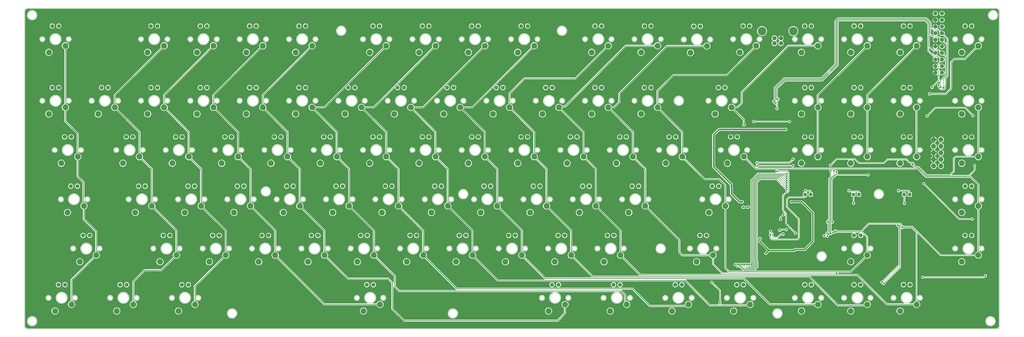
<source format=gtl>
G75*
%MOIN*%
%OFA0B0*%
%FSLAX25Y25*%
%IPPOS*%
%LPD*%
%AMOC8*
5,1,8,0,0,1.08239X$1,22.5*
%
%ADD10C,0.00000*%
%ADD11C,0.06600*%
%ADD12C,0.13000*%
%ADD13C,0.08858*%
%ADD14C,0.05937*%
%ADD15R,0.04724X0.04724*%
%ADD16OC8,0.06000*%
%ADD17C,0.07400*%
%ADD18C,0.00600*%
%ADD19C,0.02781*%
%ADD20C,0.02000*%
%ADD21C,0.01000*%
%ADD22C,0.03300*%
%ADD23C,0.02400*%
%ADD24C,0.02978*%
%ADD25C,0.01700*%
D10*
X0006300Y0001300D02*
X1474646Y0001300D01*
X1474786Y0001302D01*
X1474926Y0001308D01*
X1475066Y0001318D01*
X1475206Y0001331D01*
X1475345Y0001349D01*
X1475484Y0001371D01*
X1475621Y0001396D01*
X1475759Y0001425D01*
X1475895Y0001458D01*
X1476030Y0001495D01*
X1476164Y0001536D01*
X1476297Y0001581D01*
X1476429Y0001629D01*
X1476559Y0001681D01*
X1476688Y0001736D01*
X1476815Y0001795D01*
X1476941Y0001858D01*
X1477065Y0001924D01*
X1477186Y0001993D01*
X1477306Y0002066D01*
X1477424Y0002143D01*
X1477539Y0002222D01*
X1477653Y0002305D01*
X1477763Y0002391D01*
X1477872Y0002480D01*
X1477978Y0002572D01*
X1478081Y0002667D01*
X1478182Y0002764D01*
X1478279Y0002865D01*
X1478374Y0002968D01*
X1478466Y0003074D01*
X1478555Y0003183D01*
X1478641Y0003293D01*
X1478724Y0003407D01*
X1478803Y0003522D01*
X1478880Y0003640D01*
X1478953Y0003760D01*
X1479022Y0003881D01*
X1479088Y0004005D01*
X1479151Y0004131D01*
X1479210Y0004258D01*
X1479265Y0004387D01*
X1479317Y0004517D01*
X1479365Y0004649D01*
X1479410Y0004782D01*
X1479451Y0004916D01*
X1479488Y0005051D01*
X1479521Y0005187D01*
X1479550Y0005325D01*
X1479575Y0005462D01*
X1479597Y0005601D01*
X1479615Y0005740D01*
X1479628Y0005880D01*
X1479638Y0006020D01*
X1479644Y0006160D01*
X1479646Y0006300D01*
X1479646Y0483505D01*
X1479644Y0483645D01*
X1479638Y0483785D01*
X1479628Y0483925D01*
X1479615Y0484065D01*
X1479597Y0484204D01*
X1479575Y0484343D01*
X1479550Y0484480D01*
X1479521Y0484618D01*
X1479488Y0484754D01*
X1479451Y0484889D01*
X1479410Y0485023D01*
X1479365Y0485156D01*
X1479317Y0485288D01*
X1479265Y0485418D01*
X1479210Y0485547D01*
X1479151Y0485674D01*
X1479088Y0485800D01*
X1479022Y0485924D01*
X1478953Y0486045D01*
X1478880Y0486165D01*
X1478803Y0486283D01*
X1478724Y0486398D01*
X1478641Y0486512D01*
X1478555Y0486622D01*
X1478466Y0486731D01*
X1478374Y0486837D01*
X1478279Y0486940D01*
X1478182Y0487041D01*
X1478081Y0487138D01*
X1477978Y0487233D01*
X1477872Y0487325D01*
X1477763Y0487414D01*
X1477653Y0487500D01*
X1477539Y0487583D01*
X1477424Y0487662D01*
X1477306Y0487739D01*
X1477186Y0487812D01*
X1477065Y0487881D01*
X1476941Y0487947D01*
X1476815Y0488010D01*
X1476688Y0488069D01*
X1476559Y0488124D01*
X1476429Y0488176D01*
X1476297Y0488224D01*
X1476164Y0488269D01*
X1476030Y0488310D01*
X1475895Y0488347D01*
X1475759Y0488380D01*
X1475621Y0488409D01*
X1475484Y0488434D01*
X1475345Y0488456D01*
X1475206Y0488474D01*
X1475066Y0488487D01*
X1474926Y0488497D01*
X1474786Y0488503D01*
X1474646Y0488505D01*
X0006300Y0488505D01*
X0006160Y0488503D01*
X0006020Y0488497D01*
X0005880Y0488487D01*
X0005740Y0488474D01*
X0005601Y0488456D01*
X0005462Y0488434D01*
X0005325Y0488409D01*
X0005187Y0488380D01*
X0005051Y0488347D01*
X0004916Y0488310D01*
X0004782Y0488269D01*
X0004649Y0488224D01*
X0004517Y0488176D01*
X0004387Y0488124D01*
X0004258Y0488069D01*
X0004131Y0488010D01*
X0004005Y0487947D01*
X0003881Y0487881D01*
X0003760Y0487812D01*
X0003640Y0487739D01*
X0003522Y0487662D01*
X0003407Y0487583D01*
X0003293Y0487500D01*
X0003183Y0487414D01*
X0003074Y0487325D01*
X0002968Y0487233D01*
X0002865Y0487138D01*
X0002764Y0487041D01*
X0002667Y0486940D01*
X0002572Y0486837D01*
X0002480Y0486731D01*
X0002391Y0486622D01*
X0002305Y0486512D01*
X0002222Y0486398D01*
X0002143Y0486283D01*
X0002066Y0486165D01*
X0001993Y0486045D01*
X0001924Y0485924D01*
X0001858Y0485800D01*
X0001795Y0485674D01*
X0001736Y0485547D01*
X0001681Y0485418D01*
X0001629Y0485288D01*
X0001581Y0485156D01*
X0001536Y0485023D01*
X0001495Y0484889D01*
X0001458Y0484754D01*
X0001425Y0484618D01*
X0001396Y0484480D01*
X0001371Y0484343D01*
X0001349Y0484204D01*
X0001331Y0484065D01*
X0001318Y0483925D01*
X0001308Y0483785D01*
X0001302Y0483645D01*
X0001300Y0483505D01*
X0001300Y0006300D01*
X0001302Y0006160D01*
X0001308Y0006020D01*
X0001318Y0005880D01*
X0001331Y0005740D01*
X0001349Y0005601D01*
X0001371Y0005462D01*
X0001396Y0005325D01*
X0001425Y0005187D01*
X0001458Y0005051D01*
X0001495Y0004916D01*
X0001536Y0004782D01*
X0001581Y0004649D01*
X0001629Y0004517D01*
X0001681Y0004387D01*
X0001736Y0004258D01*
X0001795Y0004131D01*
X0001858Y0004005D01*
X0001924Y0003881D01*
X0001993Y0003760D01*
X0002066Y0003640D01*
X0002143Y0003522D01*
X0002222Y0003407D01*
X0002305Y0003293D01*
X0002391Y0003183D01*
X0002480Y0003074D01*
X0002572Y0002968D01*
X0002667Y0002865D01*
X0002764Y0002764D01*
X0002865Y0002667D01*
X0002968Y0002572D01*
X0003074Y0002480D01*
X0003183Y0002391D01*
X0003293Y0002305D01*
X0003407Y0002222D01*
X0003522Y0002143D01*
X0003640Y0002066D01*
X0003760Y0001993D01*
X0003881Y0001924D01*
X0004005Y0001858D01*
X0004131Y0001795D01*
X0004258Y0001736D01*
X0004387Y0001681D01*
X0004517Y0001629D01*
X0004649Y0001581D01*
X0004782Y0001536D01*
X0004916Y0001495D01*
X0005051Y0001458D01*
X0005187Y0001425D01*
X0005325Y0001396D01*
X0005462Y0001371D01*
X0005601Y0001349D01*
X0005740Y0001331D01*
X0005880Y0001318D01*
X0006020Y0001308D01*
X0006160Y0001302D01*
X0006300Y0001300D01*
X0006418Y0013111D02*
X0006420Y0013275D01*
X0006426Y0013439D01*
X0006436Y0013603D01*
X0006450Y0013767D01*
X0006468Y0013930D01*
X0006490Y0014093D01*
X0006517Y0014255D01*
X0006547Y0014417D01*
X0006581Y0014577D01*
X0006619Y0014737D01*
X0006660Y0014896D01*
X0006706Y0015054D01*
X0006756Y0015210D01*
X0006809Y0015366D01*
X0006866Y0015520D01*
X0006927Y0015672D01*
X0006992Y0015823D01*
X0007061Y0015973D01*
X0007133Y0016120D01*
X0007208Y0016266D01*
X0007288Y0016410D01*
X0007370Y0016552D01*
X0007456Y0016692D01*
X0007546Y0016829D01*
X0007639Y0016965D01*
X0007735Y0017098D01*
X0007835Y0017229D01*
X0007937Y0017357D01*
X0008043Y0017483D01*
X0008152Y0017606D01*
X0008264Y0017726D01*
X0008378Y0017844D01*
X0008496Y0017958D01*
X0008616Y0018070D01*
X0008739Y0018179D01*
X0008865Y0018285D01*
X0008993Y0018387D01*
X0009124Y0018487D01*
X0009257Y0018583D01*
X0009393Y0018676D01*
X0009530Y0018766D01*
X0009670Y0018852D01*
X0009812Y0018934D01*
X0009956Y0019014D01*
X0010102Y0019089D01*
X0010249Y0019161D01*
X0010399Y0019230D01*
X0010550Y0019295D01*
X0010702Y0019356D01*
X0010856Y0019413D01*
X0011012Y0019466D01*
X0011168Y0019516D01*
X0011326Y0019562D01*
X0011485Y0019603D01*
X0011645Y0019641D01*
X0011805Y0019675D01*
X0011967Y0019705D01*
X0012129Y0019732D01*
X0012292Y0019754D01*
X0012455Y0019772D01*
X0012619Y0019786D01*
X0012783Y0019796D01*
X0012947Y0019802D01*
X0013111Y0019804D01*
X0013275Y0019802D01*
X0013439Y0019796D01*
X0013603Y0019786D01*
X0013767Y0019772D01*
X0013930Y0019754D01*
X0014093Y0019732D01*
X0014255Y0019705D01*
X0014417Y0019675D01*
X0014577Y0019641D01*
X0014737Y0019603D01*
X0014896Y0019562D01*
X0015054Y0019516D01*
X0015210Y0019466D01*
X0015366Y0019413D01*
X0015520Y0019356D01*
X0015672Y0019295D01*
X0015823Y0019230D01*
X0015973Y0019161D01*
X0016120Y0019089D01*
X0016266Y0019014D01*
X0016410Y0018934D01*
X0016552Y0018852D01*
X0016692Y0018766D01*
X0016829Y0018676D01*
X0016965Y0018583D01*
X0017098Y0018487D01*
X0017229Y0018387D01*
X0017357Y0018285D01*
X0017483Y0018179D01*
X0017606Y0018070D01*
X0017726Y0017958D01*
X0017844Y0017844D01*
X0017958Y0017726D01*
X0018070Y0017606D01*
X0018179Y0017483D01*
X0018285Y0017357D01*
X0018387Y0017229D01*
X0018487Y0017098D01*
X0018583Y0016965D01*
X0018676Y0016829D01*
X0018766Y0016692D01*
X0018852Y0016552D01*
X0018934Y0016410D01*
X0019014Y0016266D01*
X0019089Y0016120D01*
X0019161Y0015973D01*
X0019230Y0015823D01*
X0019295Y0015672D01*
X0019356Y0015520D01*
X0019413Y0015366D01*
X0019466Y0015210D01*
X0019516Y0015054D01*
X0019562Y0014896D01*
X0019603Y0014737D01*
X0019641Y0014577D01*
X0019675Y0014417D01*
X0019705Y0014255D01*
X0019732Y0014093D01*
X0019754Y0013930D01*
X0019772Y0013767D01*
X0019786Y0013603D01*
X0019796Y0013439D01*
X0019802Y0013275D01*
X0019804Y0013111D01*
X0019802Y0012947D01*
X0019796Y0012783D01*
X0019786Y0012619D01*
X0019772Y0012455D01*
X0019754Y0012292D01*
X0019732Y0012129D01*
X0019705Y0011967D01*
X0019675Y0011805D01*
X0019641Y0011645D01*
X0019603Y0011485D01*
X0019562Y0011326D01*
X0019516Y0011168D01*
X0019466Y0011012D01*
X0019413Y0010856D01*
X0019356Y0010702D01*
X0019295Y0010550D01*
X0019230Y0010399D01*
X0019161Y0010249D01*
X0019089Y0010102D01*
X0019014Y0009956D01*
X0018934Y0009812D01*
X0018852Y0009670D01*
X0018766Y0009530D01*
X0018676Y0009393D01*
X0018583Y0009257D01*
X0018487Y0009124D01*
X0018387Y0008993D01*
X0018285Y0008865D01*
X0018179Y0008739D01*
X0018070Y0008616D01*
X0017958Y0008496D01*
X0017844Y0008378D01*
X0017726Y0008264D01*
X0017606Y0008152D01*
X0017483Y0008043D01*
X0017357Y0007937D01*
X0017229Y0007835D01*
X0017098Y0007735D01*
X0016965Y0007639D01*
X0016829Y0007546D01*
X0016692Y0007456D01*
X0016552Y0007370D01*
X0016410Y0007288D01*
X0016266Y0007208D01*
X0016120Y0007133D01*
X0015973Y0007061D01*
X0015823Y0006992D01*
X0015672Y0006927D01*
X0015520Y0006866D01*
X0015366Y0006809D01*
X0015210Y0006756D01*
X0015054Y0006706D01*
X0014896Y0006660D01*
X0014737Y0006619D01*
X0014577Y0006581D01*
X0014417Y0006547D01*
X0014255Y0006517D01*
X0014093Y0006490D01*
X0013930Y0006468D01*
X0013767Y0006450D01*
X0013603Y0006436D01*
X0013439Y0006426D01*
X0013275Y0006420D01*
X0013111Y0006418D01*
X0012947Y0006420D01*
X0012783Y0006426D01*
X0012619Y0006436D01*
X0012455Y0006450D01*
X0012292Y0006468D01*
X0012129Y0006490D01*
X0011967Y0006517D01*
X0011805Y0006547D01*
X0011645Y0006581D01*
X0011485Y0006619D01*
X0011326Y0006660D01*
X0011168Y0006706D01*
X0011012Y0006756D01*
X0010856Y0006809D01*
X0010702Y0006866D01*
X0010550Y0006927D01*
X0010399Y0006992D01*
X0010249Y0007061D01*
X0010102Y0007133D01*
X0009956Y0007208D01*
X0009812Y0007288D01*
X0009670Y0007370D01*
X0009530Y0007456D01*
X0009393Y0007546D01*
X0009257Y0007639D01*
X0009124Y0007735D01*
X0008993Y0007835D01*
X0008865Y0007937D01*
X0008739Y0008043D01*
X0008616Y0008152D01*
X0008496Y0008264D01*
X0008378Y0008378D01*
X0008264Y0008496D01*
X0008152Y0008616D01*
X0008043Y0008739D01*
X0007937Y0008865D01*
X0007835Y0008993D01*
X0007735Y0009124D01*
X0007639Y0009257D01*
X0007546Y0009393D01*
X0007456Y0009530D01*
X0007370Y0009670D01*
X0007288Y0009812D01*
X0007208Y0009956D01*
X0007133Y0010102D01*
X0007061Y0010249D01*
X0006992Y0010399D01*
X0006927Y0010550D01*
X0006866Y0010702D01*
X0006809Y0010856D01*
X0006756Y0011012D01*
X0006706Y0011168D01*
X0006660Y0011326D01*
X0006619Y0011485D01*
X0006581Y0011645D01*
X0006547Y0011805D01*
X0006517Y0011967D01*
X0006490Y0012129D01*
X0006468Y0012292D01*
X0006450Y0012455D01*
X0006436Y0012619D01*
X0006426Y0012783D01*
X0006420Y0012947D01*
X0006418Y0013111D01*
X0034548Y0048544D02*
X0034550Y0048659D01*
X0034556Y0048775D01*
X0034566Y0048890D01*
X0034580Y0049005D01*
X0034598Y0049119D01*
X0034620Y0049232D01*
X0034645Y0049345D01*
X0034675Y0049456D01*
X0034708Y0049567D01*
X0034745Y0049676D01*
X0034786Y0049784D01*
X0034831Y0049891D01*
X0034879Y0049996D01*
X0034931Y0050099D01*
X0034987Y0050200D01*
X0035046Y0050300D01*
X0035108Y0050397D01*
X0035174Y0050492D01*
X0035242Y0050585D01*
X0035314Y0050675D01*
X0035389Y0050763D01*
X0035468Y0050848D01*
X0035549Y0050930D01*
X0035632Y0051010D01*
X0035719Y0051086D01*
X0035808Y0051160D01*
X0035899Y0051230D01*
X0035993Y0051298D01*
X0036089Y0051362D01*
X0036188Y0051422D01*
X0036288Y0051479D01*
X0036390Y0051533D01*
X0036494Y0051583D01*
X0036600Y0051630D01*
X0036707Y0051673D01*
X0036816Y0051712D01*
X0036926Y0051747D01*
X0037037Y0051778D01*
X0037149Y0051806D01*
X0037262Y0051830D01*
X0037376Y0051850D01*
X0037491Y0051866D01*
X0037606Y0051878D01*
X0037721Y0051886D01*
X0037836Y0051890D01*
X0037952Y0051890D01*
X0038067Y0051886D01*
X0038182Y0051878D01*
X0038297Y0051866D01*
X0038412Y0051850D01*
X0038526Y0051830D01*
X0038639Y0051806D01*
X0038751Y0051778D01*
X0038862Y0051747D01*
X0038972Y0051712D01*
X0039081Y0051673D01*
X0039188Y0051630D01*
X0039294Y0051583D01*
X0039398Y0051533D01*
X0039500Y0051479D01*
X0039600Y0051422D01*
X0039699Y0051362D01*
X0039795Y0051298D01*
X0039889Y0051230D01*
X0039980Y0051160D01*
X0040069Y0051086D01*
X0040156Y0051010D01*
X0040239Y0050930D01*
X0040320Y0050848D01*
X0040399Y0050763D01*
X0040474Y0050675D01*
X0040546Y0050585D01*
X0040614Y0050492D01*
X0040680Y0050397D01*
X0040742Y0050300D01*
X0040801Y0050200D01*
X0040857Y0050099D01*
X0040909Y0049996D01*
X0040957Y0049891D01*
X0041002Y0049784D01*
X0041043Y0049676D01*
X0041080Y0049567D01*
X0041113Y0049456D01*
X0041143Y0049345D01*
X0041168Y0049232D01*
X0041190Y0049119D01*
X0041208Y0049005D01*
X0041222Y0048890D01*
X0041232Y0048775D01*
X0041238Y0048659D01*
X0041240Y0048544D01*
X0041238Y0048429D01*
X0041232Y0048313D01*
X0041222Y0048198D01*
X0041208Y0048083D01*
X0041190Y0047969D01*
X0041168Y0047856D01*
X0041143Y0047743D01*
X0041113Y0047632D01*
X0041080Y0047521D01*
X0041043Y0047412D01*
X0041002Y0047304D01*
X0040957Y0047197D01*
X0040909Y0047092D01*
X0040857Y0046989D01*
X0040801Y0046888D01*
X0040742Y0046788D01*
X0040680Y0046691D01*
X0040614Y0046596D01*
X0040546Y0046503D01*
X0040474Y0046413D01*
X0040399Y0046325D01*
X0040320Y0046240D01*
X0040239Y0046158D01*
X0040156Y0046078D01*
X0040069Y0046002D01*
X0039980Y0045928D01*
X0039889Y0045858D01*
X0039795Y0045790D01*
X0039699Y0045726D01*
X0039600Y0045666D01*
X0039500Y0045609D01*
X0039398Y0045555D01*
X0039294Y0045505D01*
X0039188Y0045458D01*
X0039081Y0045415D01*
X0038972Y0045376D01*
X0038862Y0045341D01*
X0038751Y0045310D01*
X0038639Y0045282D01*
X0038526Y0045258D01*
X0038412Y0045238D01*
X0038297Y0045222D01*
X0038182Y0045210D01*
X0038067Y0045202D01*
X0037952Y0045198D01*
X0037836Y0045198D01*
X0037721Y0045202D01*
X0037606Y0045210D01*
X0037491Y0045222D01*
X0037376Y0045238D01*
X0037262Y0045258D01*
X0037149Y0045282D01*
X0037037Y0045310D01*
X0036926Y0045341D01*
X0036816Y0045376D01*
X0036707Y0045415D01*
X0036600Y0045458D01*
X0036494Y0045505D01*
X0036390Y0045555D01*
X0036288Y0045609D01*
X0036188Y0045666D01*
X0036089Y0045726D01*
X0035993Y0045790D01*
X0035899Y0045858D01*
X0035808Y0045928D01*
X0035719Y0046002D01*
X0035632Y0046078D01*
X0035549Y0046158D01*
X0035468Y0046240D01*
X0035389Y0046325D01*
X0035314Y0046413D01*
X0035242Y0046503D01*
X0035174Y0046596D01*
X0035108Y0046691D01*
X0035046Y0046788D01*
X0034987Y0046888D01*
X0034931Y0046989D01*
X0034879Y0047092D01*
X0034831Y0047197D01*
X0034786Y0047304D01*
X0034745Y0047412D01*
X0034708Y0047521D01*
X0034675Y0047632D01*
X0034645Y0047743D01*
X0034620Y0047856D01*
X0034598Y0047969D01*
X0034580Y0048083D01*
X0034566Y0048198D01*
X0034556Y0048313D01*
X0034550Y0048429D01*
X0034548Y0048544D01*
X0050020Y0048544D02*
X0050022Y0048737D01*
X0050029Y0048930D01*
X0050041Y0049123D01*
X0050058Y0049316D01*
X0050079Y0049508D01*
X0050105Y0049699D01*
X0050136Y0049890D01*
X0050171Y0050080D01*
X0050211Y0050269D01*
X0050256Y0050457D01*
X0050305Y0050644D01*
X0050359Y0050830D01*
X0050417Y0051014D01*
X0050480Y0051197D01*
X0050548Y0051378D01*
X0050619Y0051557D01*
X0050696Y0051735D01*
X0050776Y0051911D01*
X0050861Y0052084D01*
X0050950Y0052256D01*
X0051043Y0052425D01*
X0051140Y0052592D01*
X0051242Y0052757D01*
X0051347Y0052919D01*
X0051456Y0053078D01*
X0051570Y0053235D01*
X0051687Y0053388D01*
X0051807Y0053539D01*
X0051932Y0053687D01*
X0052060Y0053832D01*
X0052191Y0053973D01*
X0052326Y0054112D01*
X0052465Y0054247D01*
X0052606Y0054378D01*
X0052751Y0054506D01*
X0052899Y0054631D01*
X0053050Y0054751D01*
X0053203Y0054868D01*
X0053360Y0054982D01*
X0053519Y0055091D01*
X0053681Y0055196D01*
X0053846Y0055298D01*
X0054013Y0055395D01*
X0054182Y0055488D01*
X0054354Y0055577D01*
X0054527Y0055662D01*
X0054703Y0055742D01*
X0054881Y0055819D01*
X0055060Y0055890D01*
X0055241Y0055958D01*
X0055424Y0056021D01*
X0055608Y0056079D01*
X0055794Y0056133D01*
X0055981Y0056182D01*
X0056169Y0056227D01*
X0056358Y0056267D01*
X0056548Y0056302D01*
X0056739Y0056333D01*
X0056930Y0056359D01*
X0057122Y0056380D01*
X0057315Y0056397D01*
X0057508Y0056409D01*
X0057701Y0056416D01*
X0057894Y0056418D01*
X0058087Y0056416D01*
X0058280Y0056409D01*
X0058473Y0056397D01*
X0058666Y0056380D01*
X0058858Y0056359D01*
X0059049Y0056333D01*
X0059240Y0056302D01*
X0059430Y0056267D01*
X0059619Y0056227D01*
X0059807Y0056182D01*
X0059994Y0056133D01*
X0060180Y0056079D01*
X0060364Y0056021D01*
X0060547Y0055958D01*
X0060728Y0055890D01*
X0060907Y0055819D01*
X0061085Y0055742D01*
X0061261Y0055662D01*
X0061434Y0055577D01*
X0061606Y0055488D01*
X0061775Y0055395D01*
X0061942Y0055298D01*
X0062107Y0055196D01*
X0062269Y0055091D01*
X0062428Y0054982D01*
X0062585Y0054868D01*
X0062738Y0054751D01*
X0062889Y0054631D01*
X0063037Y0054506D01*
X0063182Y0054378D01*
X0063323Y0054247D01*
X0063462Y0054112D01*
X0063597Y0053973D01*
X0063728Y0053832D01*
X0063856Y0053687D01*
X0063981Y0053539D01*
X0064101Y0053388D01*
X0064218Y0053235D01*
X0064332Y0053078D01*
X0064441Y0052919D01*
X0064546Y0052757D01*
X0064648Y0052592D01*
X0064745Y0052425D01*
X0064838Y0052256D01*
X0064927Y0052084D01*
X0065012Y0051911D01*
X0065092Y0051735D01*
X0065169Y0051557D01*
X0065240Y0051378D01*
X0065308Y0051197D01*
X0065371Y0051014D01*
X0065429Y0050830D01*
X0065483Y0050644D01*
X0065532Y0050457D01*
X0065577Y0050269D01*
X0065617Y0050080D01*
X0065652Y0049890D01*
X0065683Y0049699D01*
X0065709Y0049508D01*
X0065730Y0049316D01*
X0065747Y0049123D01*
X0065759Y0048930D01*
X0065766Y0048737D01*
X0065768Y0048544D01*
X0065766Y0048351D01*
X0065759Y0048158D01*
X0065747Y0047965D01*
X0065730Y0047772D01*
X0065709Y0047580D01*
X0065683Y0047389D01*
X0065652Y0047198D01*
X0065617Y0047008D01*
X0065577Y0046819D01*
X0065532Y0046631D01*
X0065483Y0046444D01*
X0065429Y0046258D01*
X0065371Y0046074D01*
X0065308Y0045891D01*
X0065240Y0045710D01*
X0065169Y0045531D01*
X0065092Y0045353D01*
X0065012Y0045177D01*
X0064927Y0045004D01*
X0064838Y0044832D01*
X0064745Y0044663D01*
X0064648Y0044496D01*
X0064546Y0044331D01*
X0064441Y0044169D01*
X0064332Y0044010D01*
X0064218Y0043853D01*
X0064101Y0043700D01*
X0063981Y0043549D01*
X0063856Y0043401D01*
X0063728Y0043256D01*
X0063597Y0043115D01*
X0063462Y0042976D01*
X0063323Y0042841D01*
X0063182Y0042710D01*
X0063037Y0042582D01*
X0062889Y0042457D01*
X0062738Y0042337D01*
X0062585Y0042220D01*
X0062428Y0042106D01*
X0062269Y0041997D01*
X0062107Y0041892D01*
X0061942Y0041790D01*
X0061775Y0041693D01*
X0061606Y0041600D01*
X0061434Y0041511D01*
X0061261Y0041426D01*
X0061085Y0041346D01*
X0060907Y0041269D01*
X0060728Y0041198D01*
X0060547Y0041130D01*
X0060364Y0041067D01*
X0060180Y0041009D01*
X0059994Y0040955D01*
X0059807Y0040906D01*
X0059619Y0040861D01*
X0059430Y0040821D01*
X0059240Y0040786D01*
X0059049Y0040755D01*
X0058858Y0040729D01*
X0058666Y0040708D01*
X0058473Y0040691D01*
X0058280Y0040679D01*
X0058087Y0040672D01*
X0057894Y0040670D01*
X0057701Y0040672D01*
X0057508Y0040679D01*
X0057315Y0040691D01*
X0057122Y0040708D01*
X0056930Y0040729D01*
X0056739Y0040755D01*
X0056548Y0040786D01*
X0056358Y0040821D01*
X0056169Y0040861D01*
X0055981Y0040906D01*
X0055794Y0040955D01*
X0055608Y0041009D01*
X0055424Y0041067D01*
X0055241Y0041130D01*
X0055060Y0041198D01*
X0054881Y0041269D01*
X0054703Y0041346D01*
X0054527Y0041426D01*
X0054354Y0041511D01*
X0054182Y0041600D01*
X0054013Y0041693D01*
X0053846Y0041790D01*
X0053681Y0041892D01*
X0053519Y0041997D01*
X0053360Y0042106D01*
X0053203Y0042220D01*
X0053050Y0042337D01*
X0052899Y0042457D01*
X0052751Y0042582D01*
X0052606Y0042710D01*
X0052465Y0042841D01*
X0052326Y0042976D01*
X0052191Y0043115D01*
X0052060Y0043256D01*
X0051932Y0043401D01*
X0051807Y0043549D01*
X0051687Y0043700D01*
X0051570Y0043853D01*
X0051456Y0044010D01*
X0051347Y0044169D01*
X0051242Y0044331D01*
X0051140Y0044496D01*
X0051043Y0044663D01*
X0050950Y0044832D01*
X0050861Y0045004D01*
X0050776Y0045177D01*
X0050696Y0045353D01*
X0050619Y0045531D01*
X0050548Y0045710D01*
X0050480Y0045891D01*
X0050417Y0046074D01*
X0050359Y0046258D01*
X0050305Y0046444D01*
X0050256Y0046631D01*
X0050211Y0046819D01*
X0050171Y0047008D01*
X0050136Y0047198D01*
X0050105Y0047389D01*
X0050079Y0047580D01*
X0050058Y0047772D01*
X0050041Y0047965D01*
X0050029Y0048158D01*
X0050022Y0048351D01*
X0050020Y0048544D01*
X0074548Y0048544D02*
X0074550Y0048659D01*
X0074556Y0048775D01*
X0074566Y0048890D01*
X0074580Y0049005D01*
X0074598Y0049119D01*
X0074620Y0049232D01*
X0074645Y0049345D01*
X0074675Y0049456D01*
X0074708Y0049567D01*
X0074745Y0049676D01*
X0074786Y0049784D01*
X0074831Y0049891D01*
X0074879Y0049996D01*
X0074931Y0050099D01*
X0074987Y0050200D01*
X0075046Y0050300D01*
X0075108Y0050397D01*
X0075174Y0050492D01*
X0075242Y0050585D01*
X0075314Y0050675D01*
X0075389Y0050763D01*
X0075468Y0050848D01*
X0075549Y0050930D01*
X0075632Y0051010D01*
X0075719Y0051086D01*
X0075808Y0051160D01*
X0075899Y0051230D01*
X0075993Y0051298D01*
X0076089Y0051362D01*
X0076188Y0051422D01*
X0076288Y0051479D01*
X0076390Y0051533D01*
X0076494Y0051583D01*
X0076600Y0051630D01*
X0076707Y0051673D01*
X0076816Y0051712D01*
X0076926Y0051747D01*
X0077037Y0051778D01*
X0077149Y0051806D01*
X0077262Y0051830D01*
X0077376Y0051850D01*
X0077491Y0051866D01*
X0077606Y0051878D01*
X0077721Y0051886D01*
X0077836Y0051890D01*
X0077952Y0051890D01*
X0078067Y0051886D01*
X0078182Y0051878D01*
X0078297Y0051866D01*
X0078412Y0051850D01*
X0078526Y0051830D01*
X0078639Y0051806D01*
X0078751Y0051778D01*
X0078862Y0051747D01*
X0078972Y0051712D01*
X0079081Y0051673D01*
X0079188Y0051630D01*
X0079294Y0051583D01*
X0079398Y0051533D01*
X0079500Y0051479D01*
X0079600Y0051422D01*
X0079699Y0051362D01*
X0079795Y0051298D01*
X0079889Y0051230D01*
X0079980Y0051160D01*
X0080069Y0051086D01*
X0080156Y0051010D01*
X0080239Y0050930D01*
X0080320Y0050848D01*
X0080399Y0050763D01*
X0080474Y0050675D01*
X0080546Y0050585D01*
X0080614Y0050492D01*
X0080680Y0050397D01*
X0080742Y0050300D01*
X0080801Y0050200D01*
X0080857Y0050099D01*
X0080909Y0049996D01*
X0080957Y0049891D01*
X0081002Y0049784D01*
X0081043Y0049676D01*
X0081080Y0049567D01*
X0081113Y0049456D01*
X0081143Y0049345D01*
X0081168Y0049232D01*
X0081190Y0049119D01*
X0081208Y0049005D01*
X0081222Y0048890D01*
X0081232Y0048775D01*
X0081238Y0048659D01*
X0081240Y0048544D01*
X0081238Y0048429D01*
X0081232Y0048313D01*
X0081222Y0048198D01*
X0081208Y0048083D01*
X0081190Y0047969D01*
X0081168Y0047856D01*
X0081143Y0047743D01*
X0081113Y0047632D01*
X0081080Y0047521D01*
X0081043Y0047412D01*
X0081002Y0047304D01*
X0080957Y0047197D01*
X0080909Y0047092D01*
X0080857Y0046989D01*
X0080801Y0046888D01*
X0080742Y0046788D01*
X0080680Y0046691D01*
X0080614Y0046596D01*
X0080546Y0046503D01*
X0080474Y0046413D01*
X0080399Y0046325D01*
X0080320Y0046240D01*
X0080239Y0046158D01*
X0080156Y0046078D01*
X0080069Y0046002D01*
X0079980Y0045928D01*
X0079889Y0045858D01*
X0079795Y0045790D01*
X0079699Y0045726D01*
X0079600Y0045666D01*
X0079500Y0045609D01*
X0079398Y0045555D01*
X0079294Y0045505D01*
X0079188Y0045458D01*
X0079081Y0045415D01*
X0078972Y0045376D01*
X0078862Y0045341D01*
X0078751Y0045310D01*
X0078639Y0045282D01*
X0078526Y0045258D01*
X0078412Y0045238D01*
X0078297Y0045222D01*
X0078182Y0045210D01*
X0078067Y0045202D01*
X0077952Y0045198D01*
X0077836Y0045198D01*
X0077721Y0045202D01*
X0077606Y0045210D01*
X0077491Y0045222D01*
X0077376Y0045238D01*
X0077262Y0045258D01*
X0077149Y0045282D01*
X0077037Y0045310D01*
X0076926Y0045341D01*
X0076816Y0045376D01*
X0076707Y0045415D01*
X0076600Y0045458D01*
X0076494Y0045505D01*
X0076390Y0045555D01*
X0076288Y0045609D01*
X0076188Y0045666D01*
X0076089Y0045726D01*
X0075993Y0045790D01*
X0075899Y0045858D01*
X0075808Y0045928D01*
X0075719Y0046002D01*
X0075632Y0046078D01*
X0075549Y0046158D01*
X0075468Y0046240D01*
X0075389Y0046325D01*
X0075314Y0046413D01*
X0075242Y0046503D01*
X0075174Y0046596D01*
X0075108Y0046691D01*
X0075046Y0046788D01*
X0074987Y0046888D01*
X0074931Y0046989D01*
X0074879Y0047092D01*
X0074831Y0047197D01*
X0074786Y0047304D01*
X0074745Y0047412D01*
X0074708Y0047521D01*
X0074675Y0047632D01*
X0074645Y0047743D01*
X0074620Y0047856D01*
X0074598Y0047969D01*
X0074580Y0048083D01*
X0074566Y0048198D01*
X0074556Y0048313D01*
X0074550Y0048429D01*
X0074548Y0048544D01*
X0128052Y0048544D02*
X0128054Y0048659D01*
X0128060Y0048775D01*
X0128070Y0048890D01*
X0128084Y0049005D01*
X0128102Y0049119D01*
X0128124Y0049232D01*
X0128149Y0049345D01*
X0128179Y0049456D01*
X0128212Y0049567D01*
X0128249Y0049676D01*
X0128290Y0049784D01*
X0128335Y0049891D01*
X0128383Y0049996D01*
X0128435Y0050099D01*
X0128491Y0050200D01*
X0128550Y0050300D01*
X0128612Y0050397D01*
X0128678Y0050492D01*
X0128746Y0050585D01*
X0128818Y0050675D01*
X0128893Y0050763D01*
X0128972Y0050848D01*
X0129053Y0050930D01*
X0129136Y0051010D01*
X0129223Y0051086D01*
X0129312Y0051160D01*
X0129403Y0051230D01*
X0129497Y0051298D01*
X0129593Y0051362D01*
X0129692Y0051422D01*
X0129792Y0051479D01*
X0129894Y0051533D01*
X0129998Y0051583D01*
X0130104Y0051630D01*
X0130211Y0051673D01*
X0130320Y0051712D01*
X0130430Y0051747D01*
X0130541Y0051778D01*
X0130653Y0051806D01*
X0130766Y0051830D01*
X0130880Y0051850D01*
X0130995Y0051866D01*
X0131110Y0051878D01*
X0131225Y0051886D01*
X0131340Y0051890D01*
X0131456Y0051890D01*
X0131571Y0051886D01*
X0131686Y0051878D01*
X0131801Y0051866D01*
X0131916Y0051850D01*
X0132030Y0051830D01*
X0132143Y0051806D01*
X0132255Y0051778D01*
X0132366Y0051747D01*
X0132476Y0051712D01*
X0132585Y0051673D01*
X0132692Y0051630D01*
X0132798Y0051583D01*
X0132902Y0051533D01*
X0133004Y0051479D01*
X0133104Y0051422D01*
X0133203Y0051362D01*
X0133299Y0051298D01*
X0133393Y0051230D01*
X0133484Y0051160D01*
X0133573Y0051086D01*
X0133660Y0051010D01*
X0133743Y0050930D01*
X0133824Y0050848D01*
X0133903Y0050763D01*
X0133978Y0050675D01*
X0134050Y0050585D01*
X0134118Y0050492D01*
X0134184Y0050397D01*
X0134246Y0050300D01*
X0134305Y0050200D01*
X0134361Y0050099D01*
X0134413Y0049996D01*
X0134461Y0049891D01*
X0134506Y0049784D01*
X0134547Y0049676D01*
X0134584Y0049567D01*
X0134617Y0049456D01*
X0134647Y0049345D01*
X0134672Y0049232D01*
X0134694Y0049119D01*
X0134712Y0049005D01*
X0134726Y0048890D01*
X0134736Y0048775D01*
X0134742Y0048659D01*
X0134744Y0048544D01*
X0134742Y0048429D01*
X0134736Y0048313D01*
X0134726Y0048198D01*
X0134712Y0048083D01*
X0134694Y0047969D01*
X0134672Y0047856D01*
X0134647Y0047743D01*
X0134617Y0047632D01*
X0134584Y0047521D01*
X0134547Y0047412D01*
X0134506Y0047304D01*
X0134461Y0047197D01*
X0134413Y0047092D01*
X0134361Y0046989D01*
X0134305Y0046888D01*
X0134246Y0046788D01*
X0134184Y0046691D01*
X0134118Y0046596D01*
X0134050Y0046503D01*
X0133978Y0046413D01*
X0133903Y0046325D01*
X0133824Y0046240D01*
X0133743Y0046158D01*
X0133660Y0046078D01*
X0133573Y0046002D01*
X0133484Y0045928D01*
X0133393Y0045858D01*
X0133299Y0045790D01*
X0133203Y0045726D01*
X0133104Y0045666D01*
X0133004Y0045609D01*
X0132902Y0045555D01*
X0132798Y0045505D01*
X0132692Y0045458D01*
X0132585Y0045415D01*
X0132476Y0045376D01*
X0132366Y0045341D01*
X0132255Y0045310D01*
X0132143Y0045282D01*
X0132030Y0045258D01*
X0131916Y0045238D01*
X0131801Y0045222D01*
X0131686Y0045210D01*
X0131571Y0045202D01*
X0131456Y0045198D01*
X0131340Y0045198D01*
X0131225Y0045202D01*
X0131110Y0045210D01*
X0130995Y0045222D01*
X0130880Y0045238D01*
X0130766Y0045258D01*
X0130653Y0045282D01*
X0130541Y0045310D01*
X0130430Y0045341D01*
X0130320Y0045376D01*
X0130211Y0045415D01*
X0130104Y0045458D01*
X0129998Y0045505D01*
X0129894Y0045555D01*
X0129792Y0045609D01*
X0129692Y0045666D01*
X0129593Y0045726D01*
X0129497Y0045790D01*
X0129403Y0045858D01*
X0129312Y0045928D01*
X0129223Y0046002D01*
X0129136Y0046078D01*
X0129053Y0046158D01*
X0128972Y0046240D01*
X0128893Y0046325D01*
X0128818Y0046413D01*
X0128746Y0046503D01*
X0128678Y0046596D01*
X0128612Y0046691D01*
X0128550Y0046788D01*
X0128491Y0046888D01*
X0128435Y0046989D01*
X0128383Y0047092D01*
X0128335Y0047197D01*
X0128290Y0047304D01*
X0128249Y0047412D01*
X0128212Y0047521D01*
X0128179Y0047632D01*
X0128149Y0047743D01*
X0128124Y0047856D01*
X0128102Y0047969D01*
X0128084Y0048083D01*
X0128070Y0048198D01*
X0128060Y0048313D01*
X0128054Y0048429D01*
X0128052Y0048544D01*
X0143524Y0048544D02*
X0143526Y0048737D01*
X0143533Y0048930D01*
X0143545Y0049123D01*
X0143562Y0049316D01*
X0143583Y0049508D01*
X0143609Y0049699D01*
X0143640Y0049890D01*
X0143675Y0050080D01*
X0143715Y0050269D01*
X0143760Y0050457D01*
X0143809Y0050644D01*
X0143863Y0050830D01*
X0143921Y0051014D01*
X0143984Y0051197D01*
X0144052Y0051378D01*
X0144123Y0051557D01*
X0144200Y0051735D01*
X0144280Y0051911D01*
X0144365Y0052084D01*
X0144454Y0052256D01*
X0144547Y0052425D01*
X0144644Y0052592D01*
X0144746Y0052757D01*
X0144851Y0052919D01*
X0144960Y0053078D01*
X0145074Y0053235D01*
X0145191Y0053388D01*
X0145311Y0053539D01*
X0145436Y0053687D01*
X0145564Y0053832D01*
X0145695Y0053973D01*
X0145830Y0054112D01*
X0145969Y0054247D01*
X0146110Y0054378D01*
X0146255Y0054506D01*
X0146403Y0054631D01*
X0146554Y0054751D01*
X0146707Y0054868D01*
X0146864Y0054982D01*
X0147023Y0055091D01*
X0147185Y0055196D01*
X0147350Y0055298D01*
X0147517Y0055395D01*
X0147686Y0055488D01*
X0147858Y0055577D01*
X0148031Y0055662D01*
X0148207Y0055742D01*
X0148385Y0055819D01*
X0148564Y0055890D01*
X0148745Y0055958D01*
X0148928Y0056021D01*
X0149112Y0056079D01*
X0149298Y0056133D01*
X0149485Y0056182D01*
X0149673Y0056227D01*
X0149862Y0056267D01*
X0150052Y0056302D01*
X0150243Y0056333D01*
X0150434Y0056359D01*
X0150626Y0056380D01*
X0150819Y0056397D01*
X0151012Y0056409D01*
X0151205Y0056416D01*
X0151398Y0056418D01*
X0151591Y0056416D01*
X0151784Y0056409D01*
X0151977Y0056397D01*
X0152170Y0056380D01*
X0152362Y0056359D01*
X0152553Y0056333D01*
X0152744Y0056302D01*
X0152934Y0056267D01*
X0153123Y0056227D01*
X0153311Y0056182D01*
X0153498Y0056133D01*
X0153684Y0056079D01*
X0153868Y0056021D01*
X0154051Y0055958D01*
X0154232Y0055890D01*
X0154411Y0055819D01*
X0154589Y0055742D01*
X0154765Y0055662D01*
X0154938Y0055577D01*
X0155110Y0055488D01*
X0155279Y0055395D01*
X0155446Y0055298D01*
X0155611Y0055196D01*
X0155773Y0055091D01*
X0155932Y0054982D01*
X0156089Y0054868D01*
X0156242Y0054751D01*
X0156393Y0054631D01*
X0156541Y0054506D01*
X0156686Y0054378D01*
X0156827Y0054247D01*
X0156966Y0054112D01*
X0157101Y0053973D01*
X0157232Y0053832D01*
X0157360Y0053687D01*
X0157485Y0053539D01*
X0157605Y0053388D01*
X0157722Y0053235D01*
X0157836Y0053078D01*
X0157945Y0052919D01*
X0158050Y0052757D01*
X0158152Y0052592D01*
X0158249Y0052425D01*
X0158342Y0052256D01*
X0158431Y0052084D01*
X0158516Y0051911D01*
X0158596Y0051735D01*
X0158673Y0051557D01*
X0158744Y0051378D01*
X0158812Y0051197D01*
X0158875Y0051014D01*
X0158933Y0050830D01*
X0158987Y0050644D01*
X0159036Y0050457D01*
X0159081Y0050269D01*
X0159121Y0050080D01*
X0159156Y0049890D01*
X0159187Y0049699D01*
X0159213Y0049508D01*
X0159234Y0049316D01*
X0159251Y0049123D01*
X0159263Y0048930D01*
X0159270Y0048737D01*
X0159272Y0048544D01*
X0159270Y0048351D01*
X0159263Y0048158D01*
X0159251Y0047965D01*
X0159234Y0047772D01*
X0159213Y0047580D01*
X0159187Y0047389D01*
X0159156Y0047198D01*
X0159121Y0047008D01*
X0159081Y0046819D01*
X0159036Y0046631D01*
X0158987Y0046444D01*
X0158933Y0046258D01*
X0158875Y0046074D01*
X0158812Y0045891D01*
X0158744Y0045710D01*
X0158673Y0045531D01*
X0158596Y0045353D01*
X0158516Y0045177D01*
X0158431Y0045004D01*
X0158342Y0044832D01*
X0158249Y0044663D01*
X0158152Y0044496D01*
X0158050Y0044331D01*
X0157945Y0044169D01*
X0157836Y0044010D01*
X0157722Y0043853D01*
X0157605Y0043700D01*
X0157485Y0043549D01*
X0157360Y0043401D01*
X0157232Y0043256D01*
X0157101Y0043115D01*
X0156966Y0042976D01*
X0156827Y0042841D01*
X0156686Y0042710D01*
X0156541Y0042582D01*
X0156393Y0042457D01*
X0156242Y0042337D01*
X0156089Y0042220D01*
X0155932Y0042106D01*
X0155773Y0041997D01*
X0155611Y0041892D01*
X0155446Y0041790D01*
X0155279Y0041693D01*
X0155110Y0041600D01*
X0154938Y0041511D01*
X0154765Y0041426D01*
X0154589Y0041346D01*
X0154411Y0041269D01*
X0154232Y0041198D01*
X0154051Y0041130D01*
X0153868Y0041067D01*
X0153684Y0041009D01*
X0153498Y0040955D01*
X0153311Y0040906D01*
X0153123Y0040861D01*
X0152934Y0040821D01*
X0152744Y0040786D01*
X0152553Y0040755D01*
X0152362Y0040729D01*
X0152170Y0040708D01*
X0151977Y0040691D01*
X0151784Y0040679D01*
X0151591Y0040672D01*
X0151398Y0040670D01*
X0151205Y0040672D01*
X0151012Y0040679D01*
X0150819Y0040691D01*
X0150626Y0040708D01*
X0150434Y0040729D01*
X0150243Y0040755D01*
X0150052Y0040786D01*
X0149862Y0040821D01*
X0149673Y0040861D01*
X0149485Y0040906D01*
X0149298Y0040955D01*
X0149112Y0041009D01*
X0148928Y0041067D01*
X0148745Y0041130D01*
X0148564Y0041198D01*
X0148385Y0041269D01*
X0148207Y0041346D01*
X0148031Y0041426D01*
X0147858Y0041511D01*
X0147686Y0041600D01*
X0147517Y0041693D01*
X0147350Y0041790D01*
X0147185Y0041892D01*
X0147023Y0041997D01*
X0146864Y0042106D01*
X0146707Y0042220D01*
X0146554Y0042337D01*
X0146403Y0042457D01*
X0146255Y0042582D01*
X0146110Y0042710D01*
X0145969Y0042841D01*
X0145830Y0042976D01*
X0145695Y0043115D01*
X0145564Y0043256D01*
X0145436Y0043401D01*
X0145311Y0043549D01*
X0145191Y0043700D01*
X0145074Y0043853D01*
X0144960Y0044010D01*
X0144851Y0044169D01*
X0144746Y0044331D01*
X0144644Y0044496D01*
X0144547Y0044663D01*
X0144454Y0044832D01*
X0144365Y0045004D01*
X0144280Y0045177D01*
X0144200Y0045353D01*
X0144123Y0045531D01*
X0144052Y0045710D01*
X0143984Y0045891D01*
X0143921Y0046074D01*
X0143863Y0046258D01*
X0143809Y0046444D01*
X0143760Y0046631D01*
X0143715Y0046819D01*
X0143675Y0047008D01*
X0143640Y0047198D01*
X0143609Y0047389D01*
X0143583Y0047580D01*
X0143562Y0047772D01*
X0143545Y0047965D01*
X0143533Y0048158D01*
X0143526Y0048351D01*
X0143524Y0048544D01*
X0168052Y0048544D02*
X0168054Y0048659D01*
X0168060Y0048775D01*
X0168070Y0048890D01*
X0168084Y0049005D01*
X0168102Y0049119D01*
X0168124Y0049232D01*
X0168149Y0049345D01*
X0168179Y0049456D01*
X0168212Y0049567D01*
X0168249Y0049676D01*
X0168290Y0049784D01*
X0168335Y0049891D01*
X0168383Y0049996D01*
X0168435Y0050099D01*
X0168491Y0050200D01*
X0168550Y0050300D01*
X0168612Y0050397D01*
X0168678Y0050492D01*
X0168746Y0050585D01*
X0168818Y0050675D01*
X0168893Y0050763D01*
X0168972Y0050848D01*
X0169053Y0050930D01*
X0169136Y0051010D01*
X0169223Y0051086D01*
X0169312Y0051160D01*
X0169403Y0051230D01*
X0169497Y0051298D01*
X0169593Y0051362D01*
X0169692Y0051422D01*
X0169792Y0051479D01*
X0169894Y0051533D01*
X0169998Y0051583D01*
X0170104Y0051630D01*
X0170211Y0051673D01*
X0170320Y0051712D01*
X0170430Y0051747D01*
X0170541Y0051778D01*
X0170653Y0051806D01*
X0170766Y0051830D01*
X0170880Y0051850D01*
X0170995Y0051866D01*
X0171110Y0051878D01*
X0171225Y0051886D01*
X0171340Y0051890D01*
X0171456Y0051890D01*
X0171571Y0051886D01*
X0171686Y0051878D01*
X0171801Y0051866D01*
X0171916Y0051850D01*
X0172030Y0051830D01*
X0172143Y0051806D01*
X0172255Y0051778D01*
X0172366Y0051747D01*
X0172476Y0051712D01*
X0172585Y0051673D01*
X0172692Y0051630D01*
X0172798Y0051583D01*
X0172902Y0051533D01*
X0173004Y0051479D01*
X0173104Y0051422D01*
X0173203Y0051362D01*
X0173299Y0051298D01*
X0173393Y0051230D01*
X0173484Y0051160D01*
X0173573Y0051086D01*
X0173660Y0051010D01*
X0173743Y0050930D01*
X0173824Y0050848D01*
X0173903Y0050763D01*
X0173978Y0050675D01*
X0174050Y0050585D01*
X0174118Y0050492D01*
X0174184Y0050397D01*
X0174246Y0050300D01*
X0174305Y0050200D01*
X0174361Y0050099D01*
X0174413Y0049996D01*
X0174461Y0049891D01*
X0174506Y0049784D01*
X0174547Y0049676D01*
X0174584Y0049567D01*
X0174617Y0049456D01*
X0174647Y0049345D01*
X0174672Y0049232D01*
X0174694Y0049119D01*
X0174712Y0049005D01*
X0174726Y0048890D01*
X0174736Y0048775D01*
X0174742Y0048659D01*
X0174744Y0048544D01*
X0174742Y0048429D01*
X0174736Y0048313D01*
X0174726Y0048198D01*
X0174712Y0048083D01*
X0174694Y0047969D01*
X0174672Y0047856D01*
X0174647Y0047743D01*
X0174617Y0047632D01*
X0174584Y0047521D01*
X0174547Y0047412D01*
X0174506Y0047304D01*
X0174461Y0047197D01*
X0174413Y0047092D01*
X0174361Y0046989D01*
X0174305Y0046888D01*
X0174246Y0046788D01*
X0174184Y0046691D01*
X0174118Y0046596D01*
X0174050Y0046503D01*
X0173978Y0046413D01*
X0173903Y0046325D01*
X0173824Y0046240D01*
X0173743Y0046158D01*
X0173660Y0046078D01*
X0173573Y0046002D01*
X0173484Y0045928D01*
X0173393Y0045858D01*
X0173299Y0045790D01*
X0173203Y0045726D01*
X0173104Y0045666D01*
X0173004Y0045609D01*
X0172902Y0045555D01*
X0172798Y0045505D01*
X0172692Y0045458D01*
X0172585Y0045415D01*
X0172476Y0045376D01*
X0172366Y0045341D01*
X0172255Y0045310D01*
X0172143Y0045282D01*
X0172030Y0045258D01*
X0171916Y0045238D01*
X0171801Y0045222D01*
X0171686Y0045210D01*
X0171571Y0045202D01*
X0171456Y0045198D01*
X0171340Y0045198D01*
X0171225Y0045202D01*
X0171110Y0045210D01*
X0170995Y0045222D01*
X0170880Y0045238D01*
X0170766Y0045258D01*
X0170653Y0045282D01*
X0170541Y0045310D01*
X0170430Y0045341D01*
X0170320Y0045376D01*
X0170211Y0045415D01*
X0170104Y0045458D01*
X0169998Y0045505D01*
X0169894Y0045555D01*
X0169792Y0045609D01*
X0169692Y0045666D01*
X0169593Y0045726D01*
X0169497Y0045790D01*
X0169403Y0045858D01*
X0169312Y0045928D01*
X0169223Y0046002D01*
X0169136Y0046078D01*
X0169053Y0046158D01*
X0168972Y0046240D01*
X0168893Y0046325D01*
X0168818Y0046413D01*
X0168746Y0046503D01*
X0168678Y0046596D01*
X0168612Y0046691D01*
X0168550Y0046788D01*
X0168491Y0046888D01*
X0168435Y0046989D01*
X0168383Y0047092D01*
X0168335Y0047197D01*
X0168290Y0047304D01*
X0168249Y0047412D01*
X0168212Y0047521D01*
X0168179Y0047632D01*
X0168149Y0047743D01*
X0168124Y0047856D01*
X0168102Y0047969D01*
X0168084Y0048083D01*
X0168070Y0048198D01*
X0168060Y0048313D01*
X0168054Y0048429D01*
X0168052Y0048544D01*
X0221556Y0048544D02*
X0221558Y0048659D01*
X0221564Y0048775D01*
X0221574Y0048890D01*
X0221588Y0049005D01*
X0221606Y0049119D01*
X0221628Y0049232D01*
X0221653Y0049345D01*
X0221683Y0049456D01*
X0221716Y0049567D01*
X0221753Y0049676D01*
X0221794Y0049784D01*
X0221839Y0049891D01*
X0221887Y0049996D01*
X0221939Y0050099D01*
X0221995Y0050200D01*
X0222054Y0050300D01*
X0222116Y0050397D01*
X0222182Y0050492D01*
X0222250Y0050585D01*
X0222322Y0050675D01*
X0222397Y0050763D01*
X0222476Y0050848D01*
X0222557Y0050930D01*
X0222640Y0051010D01*
X0222727Y0051086D01*
X0222816Y0051160D01*
X0222907Y0051230D01*
X0223001Y0051298D01*
X0223097Y0051362D01*
X0223196Y0051422D01*
X0223296Y0051479D01*
X0223398Y0051533D01*
X0223502Y0051583D01*
X0223608Y0051630D01*
X0223715Y0051673D01*
X0223824Y0051712D01*
X0223934Y0051747D01*
X0224045Y0051778D01*
X0224157Y0051806D01*
X0224270Y0051830D01*
X0224384Y0051850D01*
X0224499Y0051866D01*
X0224614Y0051878D01*
X0224729Y0051886D01*
X0224844Y0051890D01*
X0224960Y0051890D01*
X0225075Y0051886D01*
X0225190Y0051878D01*
X0225305Y0051866D01*
X0225420Y0051850D01*
X0225534Y0051830D01*
X0225647Y0051806D01*
X0225759Y0051778D01*
X0225870Y0051747D01*
X0225980Y0051712D01*
X0226089Y0051673D01*
X0226196Y0051630D01*
X0226302Y0051583D01*
X0226406Y0051533D01*
X0226508Y0051479D01*
X0226608Y0051422D01*
X0226707Y0051362D01*
X0226803Y0051298D01*
X0226897Y0051230D01*
X0226988Y0051160D01*
X0227077Y0051086D01*
X0227164Y0051010D01*
X0227247Y0050930D01*
X0227328Y0050848D01*
X0227407Y0050763D01*
X0227482Y0050675D01*
X0227554Y0050585D01*
X0227622Y0050492D01*
X0227688Y0050397D01*
X0227750Y0050300D01*
X0227809Y0050200D01*
X0227865Y0050099D01*
X0227917Y0049996D01*
X0227965Y0049891D01*
X0228010Y0049784D01*
X0228051Y0049676D01*
X0228088Y0049567D01*
X0228121Y0049456D01*
X0228151Y0049345D01*
X0228176Y0049232D01*
X0228198Y0049119D01*
X0228216Y0049005D01*
X0228230Y0048890D01*
X0228240Y0048775D01*
X0228246Y0048659D01*
X0228248Y0048544D01*
X0228246Y0048429D01*
X0228240Y0048313D01*
X0228230Y0048198D01*
X0228216Y0048083D01*
X0228198Y0047969D01*
X0228176Y0047856D01*
X0228151Y0047743D01*
X0228121Y0047632D01*
X0228088Y0047521D01*
X0228051Y0047412D01*
X0228010Y0047304D01*
X0227965Y0047197D01*
X0227917Y0047092D01*
X0227865Y0046989D01*
X0227809Y0046888D01*
X0227750Y0046788D01*
X0227688Y0046691D01*
X0227622Y0046596D01*
X0227554Y0046503D01*
X0227482Y0046413D01*
X0227407Y0046325D01*
X0227328Y0046240D01*
X0227247Y0046158D01*
X0227164Y0046078D01*
X0227077Y0046002D01*
X0226988Y0045928D01*
X0226897Y0045858D01*
X0226803Y0045790D01*
X0226707Y0045726D01*
X0226608Y0045666D01*
X0226508Y0045609D01*
X0226406Y0045555D01*
X0226302Y0045505D01*
X0226196Y0045458D01*
X0226089Y0045415D01*
X0225980Y0045376D01*
X0225870Y0045341D01*
X0225759Y0045310D01*
X0225647Y0045282D01*
X0225534Y0045258D01*
X0225420Y0045238D01*
X0225305Y0045222D01*
X0225190Y0045210D01*
X0225075Y0045202D01*
X0224960Y0045198D01*
X0224844Y0045198D01*
X0224729Y0045202D01*
X0224614Y0045210D01*
X0224499Y0045222D01*
X0224384Y0045238D01*
X0224270Y0045258D01*
X0224157Y0045282D01*
X0224045Y0045310D01*
X0223934Y0045341D01*
X0223824Y0045376D01*
X0223715Y0045415D01*
X0223608Y0045458D01*
X0223502Y0045505D01*
X0223398Y0045555D01*
X0223296Y0045609D01*
X0223196Y0045666D01*
X0223097Y0045726D01*
X0223001Y0045790D01*
X0222907Y0045858D01*
X0222816Y0045928D01*
X0222727Y0046002D01*
X0222640Y0046078D01*
X0222557Y0046158D01*
X0222476Y0046240D01*
X0222397Y0046325D01*
X0222322Y0046413D01*
X0222250Y0046503D01*
X0222182Y0046596D01*
X0222116Y0046691D01*
X0222054Y0046788D01*
X0221995Y0046888D01*
X0221939Y0046989D01*
X0221887Y0047092D01*
X0221839Y0047197D01*
X0221794Y0047304D01*
X0221753Y0047412D01*
X0221716Y0047521D01*
X0221683Y0047632D01*
X0221653Y0047743D01*
X0221628Y0047856D01*
X0221606Y0047969D01*
X0221588Y0048083D01*
X0221574Y0048198D01*
X0221564Y0048313D01*
X0221558Y0048429D01*
X0221556Y0048544D01*
X0237028Y0048544D02*
X0237030Y0048737D01*
X0237037Y0048930D01*
X0237049Y0049123D01*
X0237066Y0049316D01*
X0237087Y0049508D01*
X0237113Y0049699D01*
X0237144Y0049890D01*
X0237179Y0050080D01*
X0237219Y0050269D01*
X0237264Y0050457D01*
X0237313Y0050644D01*
X0237367Y0050830D01*
X0237425Y0051014D01*
X0237488Y0051197D01*
X0237556Y0051378D01*
X0237627Y0051557D01*
X0237704Y0051735D01*
X0237784Y0051911D01*
X0237869Y0052084D01*
X0237958Y0052256D01*
X0238051Y0052425D01*
X0238148Y0052592D01*
X0238250Y0052757D01*
X0238355Y0052919D01*
X0238464Y0053078D01*
X0238578Y0053235D01*
X0238695Y0053388D01*
X0238815Y0053539D01*
X0238940Y0053687D01*
X0239068Y0053832D01*
X0239199Y0053973D01*
X0239334Y0054112D01*
X0239473Y0054247D01*
X0239614Y0054378D01*
X0239759Y0054506D01*
X0239907Y0054631D01*
X0240058Y0054751D01*
X0240211Y0054868D01*
X0240368Y0054982D01*
X0240527Y0055091D01*
X0240689Y0055196D01*
X0240854Y0055298D01*
X0241021Y0055395D01*
X0241190Y0055488D01*
X0241362Y0055577D01*
X0241535Y0055662D01*
X0241711Y0055742D01*
X0241889Y0055819D01*
X0242068Y0055890D01*
X0242249Y0055958D01*
X0242432Y0056021D01*
X0242616Y0056079D01*
X0242802Y0056133D01*
X0242989Y0056182D01*
X0243177Y0056227D01*
X0243366Y0056267D01*
X0243556Y0056302D01*
X0243747Y0056333D01*
X0243938Y0056359D01*
X0244130Y0056380D01*
X0244323Y0056397D01*
X0244516Y0056409D01*
X0244709Y0056416D01*
X0244902Y0056418D01*
X0245095Y0056416D01*
X0245288Y0056409D01*
X0245481Y0056397D01*
X0245674Y0056380D01*
X0245866Y0056359D01*
X0246057Y0056333D01*
X0246248Y0056302D01*
X0246438Y0056267D01*
X0246627Y0056227D01*
X0246815Y0056182D01*
X0247002Y0056133D01*
X0247188Y0056079D01*
X0247372Y0056021D01*
X0247555Y0055958D01*
X0247736Y0055890D01*
X0247915Y0055819D01*
X0248093Y0055742D01*
X0248269Y0055662D01*
X0248442Y0055577D01*
X0248614Y0055488D01*
X0248783Y0055395D01*
X0248950Y0055298D01*
X0249115Y0055196D01*
X0249277Y0055091D01*
X0249436Y0054982D01*
X0249593Y0054868D01*
X0249746Y0054751D01*
X0249897Y0054631D01*
X0250045Y0054506D01*
X0250190Y0054378D01*
X0250331Y0054247D01*
X0250470Y0054112D01*
X0250605Y0053973D01*
X0250736Y0053832D01*
X0250864Y0053687D01*
X0250989Y0053539D01*
X0251109Y0053388D01*
X0251226Y0053235D01*
X0251340Y0053078D01*
X0251449Y0052919D01*
X0251554Y0052757D01*
X0251656Y0052592D01*
X0251753Y0052425D01*
X0251846Y0052256D01*
X0251935Y0052084D01*
X0252020Y0051911D01*
X0252100Y0051735D01*
X0252177Y0051557D01*
X0252248Y0051378D01*
X0252316Y0051197D01*
X0252379Y0051014D01*
X0252437Y0050830D01*
X0252491Y0050644D01*
X0252540Y0050457D01*
X0252585Y0050269D01*
X0252625Y0050080D01*
X0252660Y0049890D01*
X0252691Y0049699D01*
X0252717Y0049508D01*
X0252738Y0049316D01*
X0252755Y0049123D01*
X0252767Y0048930D01*
X0252774Y0048737D01*
X0252776Y0048544D01*
X0252774Y0048351D01*
X0252767Y0048158D01*
X0252755Y0047965D01*
X0252738Y0047772D01*
X0252717Y0047580D01*
X0252691Y0047389D01*
X0252660Y0047198D01*
X0252625Y0047008D01*
X0252585Y0046819D01*
X0252540Y0046631D01*
X0252491Y0046444D01*
X0252437Y0046258D01*
X0252379Y0046074D01*
X0252316Y0045891D01*
X0252248Y0045710D01*
X0252177Y0045531D01*
X0252100Y0045353D01*
X0252020Y0045177D01*
X0251935Y0045004D01*
X0251846Y0044832D01*
X0251753Y0044663D01*
X0251656Y0044496D01*
X0251554Y0044331D01*
X0251449Y0044169D01*
X0251340Y0044010D01*
X0251226Y0043853D01*
X0251109Y0043700D01*
X0250989Y0043549D01*
X0250864Y0043401D01*
X0250736Y0043256D01*
X0250605Y0043115D01*
X0250470Y0042976D01*
X0250331Y0042841D01*
X0250190Y0042710D01*
X0250045Y0042582D01*
X0249897Y0042457D01*
X0249746Y0042337D01*
X0249593Y0042220D01*
X0249436Y0042106D01*
X0249277Y0041997D01*
X0249115Y0041892D01*
X0248950Y0041790D01*
X0248783Y0041693D01*
X0248614Y0041600D01*
X0248442Y0041511D01*
X0248269Y0041426D01*
X0248093Y0041346D01*
X0247915Y0041269D01*
X0247736Y0041198D01*
X0247555Y0041130D01*
X0247372Y0041067D01*
X0247188Y0041009D01*
X0247002Y0040955D01*
X0246815Y0040906D01*
X0246627Y0040861D01*
X0246438Y0040821D01*
X0246248Y0040786D01*
X0246057Y0040755D01*
X0245866Y0040729D01*
X0245674Y0040708D01*
X0245481Y0040691D01*
X0245288Y0040679D01*
X0245095Y0040672D01*
X0244902Y0040670D01*
X0244709Y0040672D01*
X0244516Y0040679D01*
X0244323Y0040691D01*
X0244130Y0040708D01*
X0243938Y0040729D01*
X0243747Y0040755D01*
X0243556Y0040786D01*
X0243366Y0040821D01*
X0243177Y0040861D01*
X0242989Y0040906D01*
X0242802Y0040955D01*
X0242616Y0041009D01*
X0242432Y0041067D01*
X0242249Y0041130D01*
X0242068Y0041198D01*
X0241889Y0041269D01*
X0241711Y0041346D01*
X0241535Y0041426D01*
X0241362Y0041511D01*
X0241190Y0041600D01*
X0241021Y0041693D01*
X0240854Y0041790D01*
X0240689Y0041892D01*
X0240527Y0041997D01*
X0240368Y0042106D01*
X0240211Y0042220D01*
X0240058Y0042337D01*
X0239907Y0042457D01*
X0239759Y0042582D01*
X0239614Y0042710D01*
X0239473Y0042841D01*
X0239334Y0042976D01*
X0239199Y0043115D01*
X0239068Y0043256D01*
X0238940Y0043401D01*
X0238815Y0043549D01*
X0238695Y0043700D01*
X0238578Y0043853D01*
X0238464Y0044010D01*
X0238355Y0044169D01*
X0238250Y0044331D01*
X0238148Y0044496D01*
X0238051Y0044663D01*
X0237958Y0044832D01*
X0237869Y0045004D01*
X0237784Y0045177D01*
X0237704Y0045353D01*
X0237627Y0045531D01*
X0237556Y0045710D01*
X0237488Y0045891D01*
X0237425Y0046074D01*
X0237367Y0046258D01*
X0237313Y0046444D01*
X0237264Y0046631D01*
X0237219Y0046819D01*
X0237179Y0047008D01*
X0237144Y0047198D01*
X0237113Y0047389D01*
X0237087Y0047580D01*
X0237066Y0047772D01*
X0237049Y0047965D01*
X0237037Y0048158D01*
X0237030Y0048351D01*
X0237028Y0048544D01*
X0261556Y0048544D02*
X0261558Y0048659D01*
X0261564Y0048775D01*
X0261574Y0048890D01*
X0261588Y0049005D01*
X0261606Y0049119D01*
X0261628Y0049232D01*
X0261653Y0049345D01*
X0261683Y0049456D01*
X0261716Y0049567D01*
X0261753Y0049676D01*
X0261794Y0049784D01*
X0261839Y0049891D01*
X0261887Y0049996D01*
X0261939Y0050099D01*
X0261995Y0050200D01*
X0262054Y0050300D01*
X0262116Y0050397D01*
X0262182Y0050492D01*
X0262250Y0050585D01*
X0262322Y0050675D01*
X0262397Y0050763D01*
X0262476Y0050848D01*
X0262557Y0050930D01*
X0262640Y0051010D01*
X0262727Y0051086D01*
X0262816Y0051160D01*
X0262907Y0051230D01*
X0263001Y0051298D01*
X0263097Y0051362D01*
X0263196Y0051422D01*
X0263296Y0051479D01*
X0263398Y0051533D01*
X0263502Y0051583D01*
X0263608Y0051630D01*
X0263715Y0051673D01*
X0263824Y0051712D01*
X0263934Y0051747D01*
X0264045Y0051778D01*
X0264157Y0051806D01*
X0264270Y0051830D01*
X0264384Y0051850D01*
X0264499Y0051866D01*
X0264614Y0051878D01*
X0264729Y0051886D01*
X0264844Y0051890D01*
X0264960Y0051890D01*
X0265075Y0051886D01*
X0265190Y0051878D01*
X0265305Y0051866D01*
X0265420Y0051850D01*
X0265534Y0051830D01*
X0265647Y0051806D01*
X0265759Y0051778D01*
X0265870Y0051747D01*
X0265980Y0051712D01*
X0266089Y0051673D01*
X0266196Y0051630D01*
X0266302Y0051583D01*
X0266406Y0051533D01*
X0266508Y0051479D01*
X0266608Y0051422D01*
X0266707Y0051362D01*
X0266803Y0051298D01*
X0266897Y0051230D01*
X0266988Y0051160D01*
X0267077Y0051086D01*
X0267164Y0051010D01*
X0267247Y0050930D01*
X0267328Y0050848D01*
X0267407Y0050763D01*
X0267482Y0050675D01*
X0267554Y0050585D01*
X0267622Y0050492D01*
X0267688Y0050397D01*
X0267750Y0050300D01*
X0267809Y0050200D01*
X0267865Y0050099D01*
X0267917Y0049996D01*
X0267965Y0049891D01*
X0268010Y0049784D01*
X0268051Y0049676D01*
X0268088Y0049567D01*
X0268121Y0049456D01*
X0268151Y0049345D01*
X0268176Y0049232D01*
X0268198Y0049119D01*
X0268216Y0049005D01*
X0268230Y0048890D01*
X0268240Y0048775D01*
X0268246Y0048659D01*
X0268248Y0048544D01*
X0268246Y0048429D01*
X0268240Y0048313D01*
X0268230Y0048198D01*
X0268216Y0048083D01*
X0268198Y0047969D01*
X0268176Y0047856D01*
X0268151Y0047743D01*
X0268121Y0047632D01*
X0268088Y0047521D01*
X0268051Y0047412D01*
X0268010Y0047304D01*
X0267965Y0047197D01*
X0267917Y0047092D01*
X0267865Y0046989D01*
X0267809Y0046888D01*
X0267750Y0046788D01*
X0267688Y0046691D01*
X0267622Y0046596D01*
X0267554Y0046503D01*
X0267482Y0046413D01*
X0267407Y0046325D01*
X0267328Y0046240D01*
X0267247Y0046158D01*
X0267164Y0046078D01*
X0267077Y0046002D01*
X0266988Y0045928D01*
X0266897Y0045858D01*
X0266803Y0045790D01*
X0266707Y0045726D01*
X0266608Y0045666D01*
X0266508Y0045609D01*
X0266406Y0045555D01*
X0266302Y0045505D01*
X0266196Y0045458D01*
X0266089Y0045415D01*
X0265980Y0045376D01*
X0265870Y0045341D01*
X0265759Y0045310D01*
X0265647Y0045282D01*
X0265534Y0045258D01*
X0265420Y0045238D01*
X0265305Y0045222D01*
X0265190Y0045210D01*
X0265075Y0045202D01*
X0264960Y0045198D01*
X0264844Y0045198D01*
X0264729Y0045202D01*
X0264614Y0045210D01*
X0264499Y0045222D01*
X0264384Y0045238D01*
X0264270Y0045258D01*
X0264157Y0045282D01*
X0264045Y0045310D01*
X0263934Y0045341D01*
X0263824Y0045376D01*
X0263715Y0045415D01*
X0263608Y0045458D01*
X0263502Y0045505D01*
X0263398Y0045555D01*
X0263296Y0045609D01*
X0263196Y0045666D01*
X0263097Y0045726D01*
X0263001Y0045790D01*
X0262907Y0045858D01*
X0262816Y0045928D01*
X0262727Y0046002D01*
X0262640Y0046078D01*
X0262557Y0046158D01*
X0262476Y0046240D01*
X0262397Y0046325D01*
X0262322Y0046413D01*
X0262250Y0046503D01*
X0262182Y0046596D01*
X0262116Y0046691D01*
X0262054Y0046788D01*
X0261995Y0046888D01*
X0261939Y0046989D01*
X0261887Y0047092D01*
X0261839Y0047197D01*
X0261794Y0047304D01*
X0261753Y0047412D01*
X0261716Y0047521D01*
X0261683Y0047632D01*
X0261653Y0047743D01*
X0261628Y0047856D01*
X0261606Y0047969D01*
X0261588Y0048083D01*
X0261574Y0048198D01*
X0261564Y0048313D01*
X0261558Y0048429D01*
X0261556Y0048544D01*
X0309568Y0024922D02*
X0309570Y0025086D01*
X0309576Y0025250D01*
X0309586Y0025414D01*
X0309600Y0025578D01*
X0309618Y0025741D01*
X0309640Y0025904D01*
X0309667Y0026066D01*
X0309697Y0026228D01*
X0309731Y0026388D01*
X0309769Y0026548D01*
X0309810Y0026707D01*
X0309856Y0026865D01*
X0309906Y0027021D01*
X0309959Y0027177D01*
X0310016Y0027331D01*
X0310077Y0027483D01*
X0310142Y0027634D01*
X0310211Y0027784D01*
X0310283Y0027931D01*
X0310358Y0028077D01*
X0310438Y0028221D01*
X0310520Y0028363D01*
X0310606Y0028503D01*
X0310696Y0028640D01*
X0310789Y0028776D01*
X0310885Y0028909D01*
X0310985Y0029040D01*
X0311087Y0029168D01*
X0311193Y0029294D01*
X0311302Y0029417D01*
X0311414Y0029537D01*
X0311528Y0029655D01*
X0311646Y0029769D01*
X0311766Y0029881D01*
X0311889Y0029990D01*
X0312015Y0030096D01*
X0312143Y0030198D01*
X0312274Y0030298D01*
X0312407Y0030394D01*
X0312543Y0030487D01*
X0312680Y0030577D01*
X0312820Y0030663D01*
X0312962Y0030745D01*
X0313106Y0030825D01*
X0313252Y0030900D01*
X0313399Y0030972D01*
X0313549Y0031041D01*
X0313700Y0031106D01*
X0313852Y0031167D01*
X0314006Y0031224D01*
X0314162Y0031277D01*
X0314318Y0031327D01*
X0314476Y0031373D01*
X0314635Y0031414D01*
X0314795Y0031452D01*
X0314955Y0031486D01*
X0315117Y0031516D01*
X0315279Y0031543D01*
X0315442Y0031565D01*
X0315605Y0031583D01*
X0315769Y0031597D01*
X0315933Y0031607D01*
X0316097Y0031613D01*
X0316261Y0031615D01*
X0316425Y0031613D01*
X0316589Y0031607D01*
X0316753Y0031597D01*
X0316917Y0031583D01*
X0317080Y0031565D01*
X0317243Y0031543D01*
X0317405Y0031516D01*
X0317567Y0031486D01*
X0317727Y0031452D01*
X0317887Y0031414D01*
X0318046Y0031373D01*
X0318204Y0031327D01*
X0318360Y0031277D01*
X0318516Y0031224D01*
X0318670Y0031167D01*
X0318822Y0031106D01*
X0318973Y0031041D01*
X0319123Y0030972D01*
X0319270Y0030900D01*
X0319416Y0030825D01*
X0319560Y0030745D01*
X0319702Y0030663D01*
X0319842Y0030577D01*
X0319979Y0030487D01*
X0320115Y0030394D01*
X0320248Y0030298D01*
X0320379Y0030198D01*
X0320507Y0030096D01*
X0320633Y0029990D01*
X0320756Y0029881D01*
X0320876Y0029769D01*
X0320994Y0029655D01*
X0321108Y0029537D01*
X0321220Y0029417D01*
X0321329Y0029294D01*
X0321435Y0029168D01*
X0321537Y0029040D01*
X0321637Y0028909D01*
X0321733Y0028776D01*
X0321826Y0028640D01*
X0321916Y0028503D01*
X0322002Y0028363D01*
X0322084Y0028221D01*
X0322164Y0028077D01*
X0322239Y0027931D01*
X0322311Y0027784D01*
X0322380Y0027634D01*
X0322445Y0027483D01*
X0322506Y0027331D01*
X0322563Y0027177D01*
X0322616Y0027021D01*
X0322666Y0026865D01*
X0322712Y0026707D01*
X0322753Y0026548D01*
X0322791Y0026388D01*
X0322825Y0026228D01*
X0322855Y0026066D01*
X0322882Y0025904D01*
X0322904Y0025741D01*
X0322922Y0025578D01*
X0322936Y0025414D01*
X0322946Y0025250D01*
X0322952Y0025086D01*
X0322954Y0024922D01*
X0322952Y0024758D01*
X0322946Y0024594D01*
X0322936Y0024430D01*
X0322922Y0024266D01*
X0322904Y0024103D01*
X0322882Y0023940D01*
X0322855Y0023778D01*
X0322825Y0023616D01*
X0322791Y0023456D01*
X0322753Y0023296D01*
X0322712Y0023137D01*
X0322666Y0022979D01*
X0322616Y0022823D01*
X0322563Y0022667D01*
X0322506Y0022513D01*
X0322445Y0022361D01*
X0322380Y0022210D01*
X0322311Y0022060D01*
X0322239Y0021913D01*
X0322164Y0021767D01*
X0322084Y0021623D01*
X0322002Y0021481D01*
X0321916Y0021341D01*
X0321826Y0021204D01*
X0321733Y0021068D01*
X0321637Y0020935D01*
X0321537Y0020804D01*
X0321435Y0020676D01*
X0321329Y0020550D01*
X0321220Y0020427D01*
X0321108Y0020307D01*
X0320994Y0020189D01*
X0320876Y0020075D01*
X0320756Y0019963D01*
X0320633Y0019854D01*
X0320507Y0019748D01*
X0320379Y0019646D01*
X0320248Y0019546D01*
X0320115Y0019450D01*
X0319979Y0019357D01*
X0319842Y0019267D01*
X0319702Y0019181D01*
X0319560Y0019099D01*
X0319416Y0019019D01*
X0319270Y0018944D01*
X0319123Y0018872D01*
X0318973Y0018803D01*
X0318822Y0018738D01*
X0318670Y0018677D01*
X0318516Y0018620D01*
X0318360Y0018567D01*
X0318204Y0018517D01*
X0318046Y0018471D01*
X0317887Y0018430D01*
X0317727Y0018392D01*
X0317567Y0018358D01*
X0317405Y0018328D01*
X0317243Y0018301D01*
X0317080Y0018279D01*
X0316917Y0018261D01*
X0316753Y0018247D01*
X0316589Y0018237D01*
X0316425Y0018231D01*
X0316261Y0018229D01*
X0316097Y0018231D01*
X0315933Y0018237D01*
X0315769Y0018247D01*
X0315605Y0018261D01*
X0315442Y0018279D01*
X0315279Y0018301D01*
X0315117Y0018328D01*
X0314955Y0018358D01*
X0314795Y0018392D01*
X0314635Y0018430D01*
X0314476Y0018471D01*
X0314318Y0018517D01*
X0314162Y0018567D01*
X0314006Y0018620D01*
X0313852Y0018677D01*
X0313700Y0018738D01*
X0313549Y0018803D01*
X0313399Y0018872D01*
X0313252Y0018944D01*
X0313106Y0019019D01*
X0312962Y0019099D01*
X0312820Y0019181D01*
X0312680Y0019267D01*
X0312543Y0019357D01*
X0312407Y0019450D01*
X0312274Y0019546D01*
X0312143Y0019646D01*
X0312015Y0019748D01*
X0311889Y0019854D01*
X0311766Y0019963D01*
X0311646Y0020075D01*
X0311528Y0020189D01*
X0311414Y0020307D01*
X0311302Y0020427D01*
X0311193Y0020550D01*
X0311087Y0020676D01*
X0310985Y0020804D01*
X0310885Y0020935D01*
X0310789Y0021068D01*
X0310696Y0021204D01*
X0310606Y0021341D01*
X0310520Y0021481D01*
X0310438Y0021623D01*
X0310358Y0021767D01*
X0310283Y0021913D01*
X0310211Y0022060D01*
X0310142Y0022210D01*
X0310077Y0022361D01*
X0310016Y0022513D01*
X0309959Y0022667D01*
X0309906Y0022823D01*
X0309856Y0022979D01*
X0309810Y0023137D01*
X0309769Y0023296D01*
X0309731Y0023456D01*
X0309697Y0023616D01*
X0309667Y0023778D01*
X0309640Y0023940D01*
X0309618Y0024103D01*
X0309600Y0024266D01*
X0309586Y0024430D01*
X0309576Y0024594D01*
X0309570Y0024758D01*
X0309568Y0024922D01*
X0502068Y0048544D02*
X0502070Y0048659D01*
X0502076Y0048775D01*
X0502086Y0048890D01*
X0502100Y0049005D01*
X0502118Y0049119D01*
X0502140Y0049232D01*
X0502165Y0049345D01*
X0502195Y0049456D01*
X0502228Y0049567D01*
X0502265Y0049676D01*
X0502306Y0049784D01*
X0502351Y0049891D01*
X0502399Y0049996D01*
X0502451Y0050099D01*
X0502507Y0050200D01*
X0502566Y0050300D01*
X0502628Y0050397D01*
X0502694Y0050492D01*
X0502762Y0050585D01*
X0502834Y0050675D01*
X0502909Y0050763D01*
X0502988Y0050848D01*
X0503069Y0050930D01*
X0503152Y0051010D01*
X0503239Y0051086D01*
X0503328Y0051160D01*
X0503419Y0051230D01*
X0503513Y0051298D01*
X0503609Y0051362D01*
X0503708Y0051422D01*
X0503808Y0051479D01*
X0503910Y0051533D01*
X0504014Y0051583D01*
X0504120Y0051630D01*
X0504227Y0051673D01*
X0504336Y0051712D01*
X0504446Y0051747D01*
X0504557Y0051778D01*
X0504669Y0051806D01*
X0504782Y0051830D01*
X0504896Y0051850D01*
X0505011Y0051866D01*
X0505126Y0051878D01*
X0505241Y0051886D01*
X0505356Y0051890D01*
X0505472Y0051890D01*
X0505587Y0051886D01*
X0505702Y0051878D01*
X0505817Y0051866D01*
X0505932Y0051850D01*
X0506046Y0051830D01*
X0506159Y0051806D01*
X0506271Y0051778D01*
X0506382Y0051747D01*
X0506492Y0051712D01*
X0506601Y0051673D01*
X0506708Y0051630D01*
X0506814Y0051583D01*
X0506918Y0051533D01*
X0507020Y0051479D01*
X0507120Y0051422D01*
X0507219Y0051362D01*
X0507315Y0051298D01*
X0507409Y0051230D01*
X0507500Y0051160D01*
X0507589Y0051086D01*
X0507676Y0051010D01*
X0507759Y0050930D01*
X0507840Y0050848D01*
X0507919Y0050763D01*
X0507994Y0050675D01*
X0508066Y0050585D01*
X0508134Y0050492D01*
X0508200Y0050397D01*
X0508262Y0050300D01*
X0508321Y0050200D01*
X0508377Y0050099D01*
X0508429Y0049996D01*
X0508477Y0049891D01*
X0508522Y0049784D01*
X0508563Y0049676D01*
X0508600Y0049567D01*
X0508633Y0049456D01*
X0508663Y0049345D01*
X0508688Y0049232D01*
X0508710Y0049119D01*
X0508728Y0049005D01*
X0508742Y0048890D01*
X0508752Y0048775D01*
X0508758Y0048659D01*
X0508760Y0048544D01*
X0508758Y0048429D01*
X0508752Y0048313D01*
X0508742Y0048198D01*
X0508728Y0048083D01*
X0508710Y0047969D01*
X0508688Y0047856D01*
X0508663Y0047743D01*
X0508633Y0047632D01*
X0508600Y0047521D01*
X0508563Y0047412D01*
X0508522Y0047304D01*
X0508477Y0047197D01*
X0508429Y0047092D01*
X0508377Y0046989D01*
X0508321Y0046888D01*
X0508262Y0046788D01*
X0508200Y0046691D01*
X0508134Y0046596D01*
X0508066Y0046503D01*
X0507994Y0046413D01*
X0507919Y0046325D01*
X0507840Y0046240D01*
X0507759Y0046158D01*
X0507676Y0046078D01*
X0507589Y0046002D01*
X0507500Y0045928D01*
X0507409Y0045858D01*
X0507315Y0045790D01*
X0507219Y0045726D01*
X0507120Y0045666D01*
X0507020Y0045609D01*
X0506918Y0045555D01*
X0506814Y0045505D01*
X0506708Y0045458D01*
X0506601Y0045415D01*
X0506492Y0045376D01*
X0506382Y0045341D01*
X0506271Y0045310D01*
X0506159Y0045282D01*
X0506046Y0045258D01*
X0505932Y0045238D01*
X0505817Y0045222D01*
X0505702Y0045210D01*
X0505587Y0045202D01*
X0505472Y0045198D01*
X0505356Y0045198D01*
X0505241Y0045202D01*
X0505126Y0045210D01*
X0505011Y0045222D01*
X0504896Y0045238D01*
X0504782Y0045258D01*
X0504669Y0045282D01*
X0504557Y0045310D01*
X0504446Y0045341D01*
X0504336Y0045376D01*
X0504227Y0045415D01*
X0504120Y0045458D01*
X0504014Y0045505D01*
X0503910Y0045555D01*
X0503808Y0045609D01*
X0503708Y0045666D01*
X0503609Y0045726D01*
X0503513Y0045790D01*
X0503419Y0045858D01*
X0503328Y0045928D01*
X0503239Y0046002D01*
X0503152Y0046078D01*
X0503069Y0046158D01*
X0502988Y0046240D01*
X0502909Y0046325D01*
X0502834Y0046413D01*
X0502762Y0046503D01*
X0502694Y0046596D01*
X0502628Y0046691D01*
X0502566Y0046788D01*
X0502507Y0046888D01*
X0502451Y0046989D01*
X0502399Y0047092D01*
X0502351Y0047197D01*
X0502306Y0047304D01*
X0502265Y0047412D01*
X0502228Y0047521D01*
X0502195Y0047632D01*
X0502165Y0047743D01*
X0502140Y0047856D01*
X0502118Y0047969D01*
X0502100Y0048083D01*
X0502086Y0048198D01*
X0502076Y0048313D01*
X0502070Y0048429D01*
X0502068Y0048544D01*
X0517540Y0048544D02*
X0517542Y0048737D01*
X0517549Y0048930D01*
X0517561Y0049123D01*
X0517578Y0049316D01*
X0517599Y0049508D01*
X0517625Y0049699D01*
X0517656Y0049890D01*
X0517691Y0050080D01*
X0517731Y0050269D01*
X0517776Y0050457D01*
X0517825Y0050644D01*
X0517879Y0050830D01*
X0517937Y0051014D01*
X0518000Y0051197D01*
X0518068Y0051378D01*
X0518139Y0051557D01*
X0518216Y0051735D01*
X0518296Y0051911D01*
X0518381Y0052084D01*
X0518470Y0052256D01*
X0518563Y0052425D01*
X0518660Y0052592D01*
X0518762Y0052757D01*
X0518867Y0052919D01*
X0518976Y0053078D01*
X0519090Y0053235D01*
X0519207Y0053388D01*
X0519327Y0053539D01*
X0519452Y0053687D01*
X0519580Y0053832D01*
X0519711Y0053973D01*
X0519846Y0054112D01*
X0519985Y0054247D01*
X0520126Y0054378D01*
X0520271Y0054506D01*
X0520419Y0054631D01*
X0520570Y0054751D01*
X0520723Y0054868D01*
X0520880Y0054982D01*
X0521039Y0055091D01*
X0521201Y0055196D01*
X0521366Y0055298D01*
X0521533Y0055395D01*
X0521702Y0055488D01*
X0521874Y0055577D01*
X0522047Y0055662D01*
X0522223Y0055742D01*
X0522401Y0055819D01*
X0522580Y0055890D01*
X0522761Y0055958D01*
X0522944Y0056021D01*
X0523128Y0056079D01*
X0523314Y0056133D01*
X0523501Y0056182D01*
X0523689Y0056227D01*
X0523878Y0056267D01*
X0524068Y0056302D01*
X0524259Y0056333D01*
X0524450Y0056359D01*
X0524642Y0056380D01*
X0524835Y0056397D01*
X0525028Y0056409D01*
X0525221Y0056416D01*
X0525414Y0056418D01*
X0525607Y0056416D01*
X0525800Y0056409D01*
X0525993Y0056397D01*
X0526186Y0056380D01*
X0526378Y0056359D01*
X0526569Y0056333D01*
X0526760Y0056302D01*
X0526950Y0056267D01*
X0527139Y0056227D01*
X0527327Y0056182D01*
X0527514Y0056133D01*
X0527700Y0056079D01*
X0527884Y0056021D01*
X0528067Y0055958D01*
X0528248Y0055890D01*
X0528427Y0055819D01*
X0528605Y0055742D01*
X0528781Y0055662D01*
X0528954Y0055577D01*
X0529126Y0055488D01*
X0529295Y0055395D01*
X0529462Y0055298D01*
X0529627Y0055196D01*
X0529789Y0055091D01*
X0529948Y0054982D01*
X0530105Y0054868D01*
X0530258Y0054751D01*
X0530409Y0054631D01*
X0530557Y0054506D01*
X0530702Y0054378D01*
X0530843Y0054247D01*
X0530982Y0054112D01*
X0531117Y0053973D01*
X0531248Y0053832D01*
X0531376Y0053687D01*
X0531501Y0053539D01*
X0531621Y0053388D01*
X0531738Y0053235D01*
X0531852Y0053078D01*
X0531961Y0052919D01*
X0532066Y0052757D01*
X0532168Y0052592D01*
X0532265Y0052425D01*
X0532358Y0052256D01*
X0532447Y0052084D01*
X0532532Y0051911D01*
X0532612Y0051735D01*
X0532689Y0051557D01*
X0532760Y0051378D01*
X0532828Y0051197D01*
X0532891Y0051014D01*
X0532949Y0050830D01*
X0533003Y0050644D01*
X0533052Y0050457D01*
X0533097Y0050269D01*
X0533137Y0050080D01*
X0533172Y0049890D01*
X0533203Y0049699D01*
X0533229Y0049508D01*
X0533250Y0049316D01*
X0533267Y0049123D01*
X0533279Y0048930D01*
X0533286Y0048737D01*
X0533288Y0048544D01*
X0533286Y0048351D01*
X0533279Y0048158D01*
X0533267Y0047965D01*
X0533250Y0047772D01*
X0533229Y0047580D01*
X0533203Y0047389D01*
X0533172Y0047198D01*
X0533137Y0047008D01*
X0533097Y0046819D01*
X0533052Y0046631D01*
X0533003Y0046444D01*
X0532949Y0046258D01*
X0532891Y0046074D01*
X0532828Y0045891D01*
X0532760Y0045710D01*
X0532689Y0045531D01*
X0532612Y0045353D01*
X0532532Y0045177D01*
X0532447Y0045004D01*
X0532358Y0044832D01*
X0532265Y0044663D01*
X0532168Y0044496D01*
X0532066Y0044331D01*
X0531961Y0044169D01*
X0531852Y0044010D01*
X0531738Y0043853D01*
X0531621Y0043700D01*
X0531501Y0043549D01*
X0531376Y0043401D01*
X0531248Y0043256D01*
X0531117Y0043115D01*
X0530982Y0042976D01*
X0530843Y0042841D01*
X0530702Y0042710D01*
X0530557Y0042582D01*
X0530409Y0042457D01*
X0530258Y0042337D01*
X0530105Y0042220D01*
X0529948Y0042106D01*
X0529789Y0041997D01*
X0529627Y0041892D01*
X0529462Y0041790D01*
X0529295Y0041693D01*
X0529126Y0041600D01*
X0528954Y0041511D01*
X0528781Y0041426D01*
X0528605Y0041346D01*
X0528427Y0041269D01*
X0528248Y0041198D01*
X0528067Y0041130D01*
X0527884Y0041067D01*
X0527700Y0041009D01*
X0527514Y0040955D01*
X0527327Y0040906D01*
X0527139Y0040861D01*
X0526950Y0040821D01*
X0526760Y0040786D01*
X0526569Y0040755D01*
X0526378Y0040729D01*
X0526186Y0040708D01*
X0525993Y0040691D01*
X0525800Y0040679D01*
X0525607Y0040672D01*
X0525414Y0040670D01*
X0525221Y0040672D01*
X0525028Y0040679D01*
X0524835Y0040691D01*
X0524642Y0040708D01*
X0524450Y0040729D01*
X0524259Y0040755D01*
X0524068Y0040786D01*
X0523878Y0040821D01*
X0523689Y0040861D01*
X0523501Y0040906D01*
X0523314Y0040955D01*
X0523128Y0041009D01*
X0522944Y0041067D01*
X0522761Y0041130D01*
X0522580Y0041198D01*
X0522401Y0041269D01*
X0522223Y0041346D01*
X0522047Y0041426D01*
X0521874Y0041511D01*
X0521702Y0041600D01*
X0521533Y0041693D01*
X0521366Y0041790D01*
X0521201Y0041892D01*
X0521039Y0041997D01*
X0520880Y0042106D01*
X0520723Y0042220D01*
X0520570Y0042337D01*
X0520419Y0042457D01*
X0520271Y0042582D01*
X0520126Y0042710D01*
X0519985Y0042841D01*
X0519846Y0042976D01*
X0519711Y0043115D01*
X0519580Y0043256D01*
X0519452Y0043401D01*
X0519327Y0043549D01*
X0519207Y0043700D01*
X0519090Y0043853D01*
X0518976Y0044010D01*
X0518867Y0044169D01*
X0518762Y0044331D01*
X0518660Y0044496D01*
X0518563Y0044663D01*
X0518470Y0044832D01*
X0518381Y0045004D01*
X0518296Y0045177D01*
X0518216Y0045353D01*
X0518139Y0045531D01*
X0518068Y0045710D01*
X0518000Y0045891D01*
X0517937Y0046074D01*
X0517879Y0046258D01*
X0517825Y0046444D01*
X0517776Y0046631D01*
X0517731Y0046819D01*
X0517691Y0047008D01*
X0517656Y0047198D01*
X0517625Y0047389D01*
X0517599Y0047580D01*
X0517578Y0047772D01*
X0517561Y0047965D01*
X0517549Y0048158D01*
X0517542Y0048351D01*
X0517540Y0048544D01*
X0542068Y0048544D02*
X0542070Y0048659D01*
X0542076Y0048775D01*
X0542086Y0048890D01*
X0542100Y0049005D01*
X0542118Y0049119D01*
X0542140Y0049232D01*
X0542165Y0049345D01*
X0542195Y0049456D01*
X0542228Y0049567D01*
X0542265Y0049676D01*
X0542306Y0049784D01*
X0542351Y0049891D01*
X0542399Y0049996D01*
X0542451Y0050099D01*
X0542507Y0050200D01*
X0542566Y0050300D01*
X0542628Y0050397D01*
X0542694Y0050492D01*
X0542762Y0050585D01*
X0542834Y0050675D01*
X0542909Y0050763D01*
X0542988Y0050848D01*
X0543069Y0050930D01*
X0543152Y0051010D01*
X0543239Y0051086D01*
X0543328Y0051160D01*
X0543419Y0051230D01*
X0543513Y0051298D01*
X0543609Y0051362D01*
X0543708Y0051422D01*
X0543808Y0051479D01*
X0543910Y0051533D01*
X0544014Y0051583D01*
X0544120Y0051630D01*
X0544227Y0051673D01*
X0544336Y0051712D01*
X0544446Y0051747D01*
X0544557Y0051778D01*
X0544669Y0051806D01*
X0544782Y0051830D01*
X0544896Y0051850D01*
X0545011Y0051866D01*
X0545126Y0051878D01*
X0545241Y0051886D01*
X0545356Y0051890D01*
X0545472Y0051890D01*
X0545587Y0051886D01*
X0545702Y0051878D01*
X0545817Y0051866D01*
X0545932Y0051850D01*
X0546046Y0051830D01*
X0546159Y0051806D01*
X0546271Y0051778D01*
X0546382Y0051747D01*
X0546492Y0051712D01*
X0546601Y0051673D01*
X0546708Y0051630D01*
X0546814Y0051583D01*
X0546918Y0051533D01*
X0547020Y0051479D01*
X0547120Y0051422D01*
X0547219Y0051362D01*
X0547315Y0051298D01*
X0547409Y0051230D01*
X0547500Y0051160D01*
X0547589Y0051086D01*
X0547676Y0051010D01*
X0547759Y0050930D01*
X0547840Y0050848D01*
X0547919Y0050763D01*
X0547994Y0050675D01*
X0548066Y0050585D01*
X0548134Y0050492D01*
X0548200Y0050397D01*
X0548262Y0050300D01*
X0548321Y0050200D01*
X0548377Y0050099D01*
X0548429Y0049996D01*
X0548477Y0049891D01*
X0548522Y0049784D01*
X0548563Y0049676D01*
X0548600Y0049567D01*
X0548633Y0049456D01*
X0548663Y0049345D01*
X0548688Y0049232D01*
X0548710Y0049119D01*
X0548728Y0049005D01*
X0548742Y0048890D01*
X0548752Y0048775D01*
X0548758Y0048659D01*
X0548760Y0048544D01*
X0548758Y0048429D01*
X0548752Y0048313D01*
X0548742Y0048198D01*
X0548728Y0048083D01*
X0548710Y0047969D01*
X0548688Y0047856D01*
X0548663Y0047743D01*
X0548633Y0047632D01*
X0548600Y0047521D01*
X0548563Y0047412D01*
X0548522Y0047304D01*
X0548477Y0047197D01*
X0548429Y0047092D01*
X0548377Y0046989D01*
X0548321Y0046888D01*
X0548262Y0046788D01*
X0548200Y0046691D01*
X0548134Y0046596D01*
X0548066Y0046503D01*
X0547994Y0046413D01*
X0547919Y0046325D01*
X0547840Y0046240D01*
X0547759Y0046158D01*
X0547676Y0046078D01*
X0547589Y0046002D01*
X0547500Y0045928D01*
X0547409Y0045858D01*
X0547315Y0045790D01*
X0547219Y0045726D01*
X0547120Y0045666D01*
X0547020Y0045609D01*
X0546918Y0045555D01*
X0546814Y0045505D01*
X0546708Y0045458D01*
X0546601Y0045415D01*
X0546492Y0045376D01*
X0546382Y0045341D01*
X0546271Y0045310D01*
X0546159Y0045282D01*
X0546046Y0045258D01*
X0545932Y0045238D01*
X0545817Y0045222D01*
X0545702Y0045210D01*
X0545587Y0045202D01*
X0545472Y0045198D01*
X0545356Y0045198D01*
X0545241Y0045202D01*
X0545126Y0045210D01*
X0545011Y0045222D01*
X0544896Y0045238D01*
X0544782Y0045258D01*
X0544669Y0045282D01*
X0544557Y0045310D01*
X0544446Y0045341D01*
X0544336Y0045376D01*
X0544227Y0045415D01*
X0544120Y0045458D01*
X0544014Y0045505D01*
X0543910Y0045555D01*
X0543808Y0045609D01*
X0543708Y0045666D01*
X0543609Y0045726D01*
X0543513Y0045790D01*
X0543419Y0045858D01*
X0543328Y0045928D01*
X0543239Y0046002D01*
X0543152Y0046078D01*
X0543069Y0046158D01*
X0542988Y0046240D01*
X0542909Y0046325D01*
X0542834Y0046413D01*
X0542762Y0046503D01*
X0542694Y0046596D01*
X0542628Y0046691D01*
X0542566Y0046788D01*
X0542507Y0046888D01*
X0542451Y0046989D01*
X0542399Y0047092D01*
X0542351Y0047197D01*
X0542306Y0047304D01*
X0542265Y0047412D01*
X0542228Y0047521D01*
X0542195Y0047632D01*
X0542165Y0047743D01*
X0542140Y0047856D01*
X0542118Y0047969D01*
X0542100Y0048083D01*
X0542086Y0048198D01*
X0542076Y0048313D01*
X0542070Y0048429D01*
X0542068Y0048544D01*
X0644213Y0024922D02*
X0644215Y0025086D01*
X0644221Y0025250D01*
X0644231Y0025414D01*
X0644245Y0025578D01*
X0644263Y0025741D01*
X0644285Y0025904D01*
X0644312Y0026066D01*
X0644342Y0026228D01*
X0644376Y0026388D01*
X0644414Y0026548D01*
X0644455Y0026707D01*
X0644501Y0026865D01*
X0644551Y0027021D01*
X0644604Y0027177D01*
X0644661Y0027331D01*
X0644722Y0027483D01*
X0644787Y0027634D01*
X0644856Y0027784D01*
X0644928Y0027931D01*
X0645003Y0028077D01*
X0645083Y0028221D01*
X0645165Y0028363D01*
X0645251Y0028503D01*
X0645341Y0028640D01*
X0645434Y0028776D01*
X0645530Y0028909D01*
X0645630Y0029040D01*
X0645732Y0029168D01*
X0645838Y0029294D01*
X0645947Y0029417D01*
X0646059Y0029537D01*
X0646173Y0029655D01*
X0646291Y0029769D01*
X0646411Y0029881D01*
X0646534Y0029990D01*
X0646660Y0030096D01*
X0646788Y0030198D01*
X0646919Y0030298D01*
X0647052Y0030394D01*
X0647188Y0030487D01*
X0647325Y0030577D01*
X0647465Y0030663D01*
X0647607Y0030745D01*
X0647751Y0030825D01*
X0647897Y0030900D01*
X0648044Y0030972D01*
X0648194Y0031041D01*
X0648345Y0031106D01*
X0648497Y0031167D01*
X0648651Y0031224D01*
X0648807Y0031277D01*
X0648963Y0031327D01*
X0649121Y0031373D01*
X0649280Y0031414D01*
X0649440Y0031452D01*
X0649600Y0031486D01*
X0649762Y0031516D01*
X0649924Y0031543D01*
X0650087Y0031565D01*
X0650250Y0031583D01*
X0650414Y0031597D01*
X0650578Y0031607D01*
X0650742Y0031613D01*
X0650906Y0031615D01*
X0651070Y0031613D01*
X0651234Y0031607D01*
X0651398Y0031597D01*
X0651562Y0031583D01*
X0651725Y0031565D01*
X0651888Y0031543D01*
X0652050Y0031516D01*
X0652212Y0031486D01*
X0652372Y0031452D01*
X0652532Y0031414D01*
X0652691Y0031373D01*
X0652849Y0031327D01*
X0653005Y0031277D01*
X0653161Y0031224D01*
X0653315Y0031167D01*
X0653467Y0031106D01*
X0653618Y0031041D01*
X0653768Y0030972D01*
X0653915Y0030900D01*
X0654061Y0030825D01*
X0654205Y0030745D01*
X0654347Y0030663D01*
X0654487Y0030577D01*
X0654624Y0030487D01*
X0654760Y0030394D01*
X0654893Y0030298D01*
X0655024Y0030198D01*
X0655152Y0030096D01*
X0655278Y0029990D01*
X0655401Y0029881D01*
X0655521Y0029769D01*
X0655639Y0029655D01*
X0655753Y0029537D01*
X0655865Y0029417D01*
X0655974Y0029294D01*
X0656080Y0029168D01*
X0656182Y0029040D01*
X0656282Y0028909D01*
X0656378Y0028776D01*
X0656471Y0028640D01*
X0656561Y0028503D01*
X0656647Y0028363D01*
X0656729Y0028221D01*
X0656809Y0028077D01*
X0656884Y0027931D01*
X0656956Y0027784D01*
X0657025Y0027634D01*
X0657090Y0027483D01*
X0657151Y0027331D01*
X0657208Y0027177D01*
X0657261Y0027021D01*
X0657311Y0026865D01*
X0657357Y0026707D01*
X0657398Y0026548D01*
X0657436Y0026388D01*
X0657470Y0026228D01*
X0657500Y0026066D01*
X0657527Y0025904D01*
X0657549Y0025741D01*
X0657567Y0025578D01*
X0657581Y0025414D01*
X0657591Y0025250D01*
X0657597Y0025086D01*
X0657599Y0024922D01*
X0657597Y0024758D01*
X0657591Y0024594D01*
X0657581Y0024430D01*
X0657567Y0024266D01*
X0657549Y0024103D01*
X0657527Y0023940D01*
X0657500Y0023778D01*
X0657470Y0023616D01*
X0657436Y0023456D01*
X0657398Y0023296D01*
X0657357Y0023137D01*
X0657311Y0022979D01*
X0657261Y0022823D01*
X0657208Y0022667D01*
X0657151Y0022513D01*
X0657090Y0022361D01*
X0657025Y0022210D01*
X0656956Y0022060D01*
X0656884Y0021913D01*
X0656809Y0021767D01*
X0656729Y0021623D01*
X0656647Y0021481D01*
X0656561Y0021341D01*
X0656471Y0021204D01*
X0656378Y0021068D01*
X0656282Y0020935D01*
X0656182Y0020804D01*
X0656080Y0020676D01*
X0655974Y0020550D01*
X0655865Y0020427D01*
X0655753Y0020307D01*
X0655639Y0020189D01*
X0655521Y0020075D01*
X0655401Y0019963D01*
X0655278Y0019854D01*
X0655152Y0019748D01*
X0655024Y0019646D01*
X0654893Y0019546D01*
X0654760Y0019450D01*
X0654624Y0019357D01*
X0654487Y0019267D01*
X0654347Y0019181D01*
X0654205Y0019099D01*
X0654061Y0019019D01*
X0653915Y0018944D01*
X0653768Y0018872D01*
X0653618Y0018803D01*
X0653467Y0018738D01*
X0653315Y0018677D01*
X0653161Y0018620D01*
X0653005Y0018567D01*
X0652849Y0018517D01*
X0652691Y0018471D01*
X0652532Y0018430D01*
X0652372Y0018392D01*
X0652212Y0018358D01*
X0652050Y0018328D01*
X0651888Y0018301D01*
X0651725Y0018279D01*
X0651562Y0018261D01*
X0651398Y0018247D01*
X0651234Y0018237D01*
X0651070Y0018231D01*
X0650906Y0018229D01*
X0650742Y0018231D01*
X0650578Y0018237D01*
X0650414Y0018247D01*
X0650250Y0018261D01*
X0650087Y0018279D01*
X0649924Y0018301D01*
X0649762Y0018328D01*
X0649600Y0018358D01*
X0649440Y0018392D01*
X0649280Y0018430D01*
X0649121Y0018471D01*
X0648963Y0018517D01*
X0648807Y0018567D01*
X0648651Y0018620D01*
X0648497Y0018677D01*
X0648345Y0018738D01*
X0648194Y0018803D01*
X0648044Y0018872D01*
X0647897Y0018944D01*
X0647751Y0019019D01*
X0647607Y0019099D01*
X0647465Y0019181D01*
X0647325Y0019267D01*
X0647188Y0019357D01*
X0647052Y0019450D01*
X0646919Y0019546D01*
X0646788Y0019646D01*
X0646660Y0019748D01*
X0646534Y0019854D01*
X0646411Y0019963D01*
X0646291Y0020075D01*
X0646173Y0020189D01*
X0646059Y0020307D01*
X0645947Y0020427D01*
X0645838Y0020550D01*
X0645732Y0020676D01*
X0645630Y0020804D01*
X0645530Y0020935D01*
X0645434Y0021068D01*
X0645341Y0021204D01*
X0645251Y0021341D01*
X0645165Y0021481D01*
X0645083Y0021623D01*
X0645003Y0021767D01*
X0644928Y0021913D01*
X0644856Y0022060D01*
X0644787Y0022210D01*
X0644722Y0022361D01*
X0644661Y0022513D01*
X0644604Y0022667D01*
X0644551Y0022823D01*
X0644501Y0022979D01*
X0644455Y0023137D01*
X0644414Y0023296D01*
X0644376Y0023456D01*
X0644342Y0023616D01*
X0644312Y0023778D01*
X0644285Y0023940D01*
X0644263Y0024103D01*
X0644245Y0024266D01*
X0644231Y0024430D01*
X0644221Y0024594D01*
X0644215Y0024758D01*
X0644213Y0024922D01*
X0782580Y0048544D02*
X0782582Y0048659D01*
X0782588Y0048775D01*
X0782598Y0048890D01*
X0782612Y0049005D01*
X0782630Y0049119D01*
X0782652Y0049232D01*
X0782677Y0049345D01*
X0782707Y0049456D01*
X0782740Y0049567D01*
X0782777Y0049676D01*
X0782818Y0049784D01*
X0782863Y0049891D01*
X0782911Y0049996D01*
X0782963Y0050099D01*
X0783019Y0050200D01*
X0783078Y0050300D01*
X0783140Y0050397D01*
X0783206Y0050492D01*
X0783274Y0050585D01*
X0783346Y0050675D01*
X0783421Y0050763D01*
X0783500Y0050848D01*
X0783581Y0050930D01*
X0783664Y0051010D01*
X0783751Y0051086D01*
X0783840Y0051160D01*
X0783931Y0051230D01*
X0784025Y0051298D01*
X0784121Y0051362D01*
X0784220Y0051422D01*
X0784320Y0051479D01*
X0784422Y0051533D01*
X0784526Y0051583D01*
X0784632Y0051630D01*
X0784739Y0051673D01*
X0784848Y0051712D01*
X0784958Y0051747D01*
X0785069Y0051778D01*
X0785181Y0051806D01*
X0785294Y0051830D01*
X0785408Y0051850D01*
X0785523Y0051866D01*
X0785638Y0051878D01*
X0785753Y0051886D01*
X0785868Y0051890D01*
X0785984Y0051890D01*
X0786099Y0051886D01*
X0786214Y0051878D01*
X0786329Y0051866D01*
X0786444Y0051850D01*
X0786558Y0051830D01*
X0786671Y0051806D01*
X0786783Y0051778D01*
X0786894Y0051747D01*
X0787004Y0051712D01*
X0787113Y0051673D01*
X0787220Y0051630D01*
X0787326Y0051583D01*
X0787430Y0051533D01*
X0787532Y0051479D01*
X0787632Y0051422D01*
X0787731Y0051362D01*
X0787827Y0051298D01*
X0787921Y0051230D01*
X0788012Y0051160D01*
X0788101Y0051086D01*
X0788188Y0051010D01*
X0788271Y0050930D01*
X0788352Y0050848D01*
X0788431Y0050763D01*
X0788506Y0050675D01*
X0788578Y0050585D01*
X0788646Y0050492D01*
X0788712Y0050397D01*
X0788774Y0050300D01*
X0788833Y0050200D01*
X0788889Y0050099D01*
X0788941Y0049996D01*
X0788989Y0049891D01*
X0789034Y0049784D01*
X0789075Y0049676D01*
X0789112Y0049567D01*
X0789145Y0049456D01*
X0789175Y0049345D01*
X0789200Y0049232D01*
X0789222Y0049119D01*
X0789240Y0049005D01*
X0789254Y0048890D01*
X0789264Y0048775D01*
X0789270Y0048659D01*
X0789272Y0048544D01*
X0789270Y0048429D01*
X0789264Y0048313D01*
X0789254Y0048198D01*
X0789240Y0048083D01*
X0789222Y0047969D01*
X0789200Y0047856D01*
X0789175Y0047743D01*
X0789145Y0047632D01*
X0789112Y0047521D01*
X0789075Y0047412D01*
X0789034Y0047304D01*
X0788989Y0047197D01*
X0788941Y0047092D01*
X0788889Y0046989D01*
X0788833Y0046888D01*
X0788774Y0046788D01*
X0788712Y0046691D01*
X0788646Y0046596D01*
X0788578Y0046503D01*
X0788506Y0046413D01*
X0788431Y0046325D01*
X0788352Y0046240D01*
X0788271Y0046158D01*
X0788188Y0046078D01*
X0788101Y0046002D01*
X0788012Y0045928D01*
X0787921Y0045858D01*
X0787827Y0045790D01*
X0787731Y0045726D01*
X0787632Y0045666D01*
X0787532Y0045609D01*
X0787430Y0045555D01*
X0787326Y0045505D01*
X0787220Y0045458D01*
X0787113Y0045415D01*
X0787004Y0045376D01*
X0786894Y0045341D01*
X0786783Y0045310D01*
X0786671Y0045282D01*
X0786558Y0045258D01*
X0786444Y0045238D01*
X0786329Y0045222D01*
X0786214Y0045210D01*
X0786099Y0045202D01*
X0785984Y0045198D01*
X0785868Y0045198D01*
X0785753Y0045202D01*
X0785638Y0045210D01*
X0785523Y0045222D01*
X0785408Y0045238D01*
X0785294Y0045258D01*
X0785181Y0045282D01*
X0785069Y0045310D01*
X0784958Y0045341D01*
X0784848Y0045376D01*
X0784739Y0045415D01*
X0784632Y0045458D01*
X0784526Y0045505D01*
X0784422Y0045555D01*
X0784320Y0045609D01*
X0784220Y0045666D01*
X0784121Y0045726D01*
X0784025Y0045790D01*
X0783931Y0045858D01*
X0783840Y0045928D01*
X0783751Y0046002D01*
X0783664Y0046078D01*
X0783581Y0046158D01*
X0783500Y0046240D01*
X0783421Y0046325D01*
X0783346Y0046413D01*
X0783274Y0046503D01*
X0783206Y0046596D01*
X0783140Y0046691D01*
X0783078Y0046788D01*
X0783019Y0046888D01*
X0782963Y0046989D01*
X0782911Y0047092D01*
X0782863Y0047197D01*
X0782818Y0047304D01*
X0782777Y0047412D01*
X0782740Y0047521D01*
X0782707Y0047632D01*
X0782677Y0047743D01*
X0782652Y0047856D01*
X0782630Y0047969D01*
X0782612Y0048083D01*
X0782598Y0048198D01*
X0782588Y0048313D01*
X0782582Y0048429D01*
X0782580Y0048544D01*
X0798052Y0048544D02*
X0798054Y0048737D01*
X0798061Y0048930D01*
X0798073Y0049123D01*
X0798090Y0049316D01*
X0798111Y0049508D01*
X0798137Y0049699D01*
X0798168Y0049890D01*
X0798203Y0050080D01*
X0798243Y0050269D01*
X0798288Y0050457D01*
X0798337Y0050644D01*
X0798391Y0050830D01*
X0798449Y0051014D01*
X0798512Y0051197D01*
X0798580Y0051378D01*
X0798651Y0051557D01*
X0798728Y0051735D01*
X0798808Y0051911D01*
X0798893Y0052084D01*
X0798982Y0052256D01*
X0799075Y0052425D01*
X0799172Y0052592D01*
X0799274Y0052757D01*
X0799379Y0052919D01*
X0799488Y0053078D01*
X0799602Y0053235D01*
X0799719Y0053388D01*
X0799839Y0053539D01*
X0799964Y0053687D01*
X0800092Y0053832D01*
X0800223Y0053973D01*
X0800358Y0054112D01*
X0800497Y0054247D01*
X0800638Y0054378D01*
X0800783Y0054506D01*
X0800931Y0054631D01*
X0801082Y0054751D01*
X0801235Y0054868D01*
X0801392Y0054982D01*
X0801551Y0055091D01*
X0801713Y0055196D01*
X0801878Y0055298D01*
X0802045Y0055395D01*
X0802214Y0055488D01*
X0802386Y0055577D01*
X0802559Y0055662D01*
X0802735Y0055742D01*
X0802913Y0055819D01*
X0803092Y0055890D01*
X0803273Y0055958D01*
X0803456Y0056021D01*
X0803640Y0056079D01*
X0803826Y0056133D01*
X0804013Y0056182D01*
X0804201Y0056227D01*
X0804390Y0056267D01*
X0804580Y0056302D01*
X0804771Y0056333D01*
X0804962Y0056359D01*
X0805154Y0056380D01*
X0805347Y0056397D01*
X0805540Y0056409D01*
X0805733Y0056416D01*
X0805926Y0056418D01*
X0806119Y0056416D01*
X0806312Y0056409D01*
X0806505Y0056397D01*
X0806698Y0056380D01*
X0806890Y0056359D01*
X0807081Y0056333D01*
X0807272Y0056302D01*
X0807462Y0056267D01*
X0807651Y0056227D01*
X0807839Y0056182D01*
X0808026Y0056133D01*
X0808212Y0056079D01*
X0808396Y0056021D01*
X0808579Y0055958D01*
X0808760Y0055890D01*
X0808939Y0055819D01*
X0809117Y0055742D01*
X0809293Y0055662D01*
X0809466Y0055577D01*
X0809638Y0055488D01*
X0809807Y0055395D01*
X0809974Y0055298D01*
X0810139Y0055196D01*
X0810301Y0055091D01*
X0810460Y0054982D01*
X0810617Y0054868D01*
X0810770Y0054751D01*
X0810921Y0054631D01*
X0811069Y0054506D01*
X0811214Y0054378D01*
X0811355Y0054247D01*
X0811494Y0054112D01*
X0811629Y0053973D01*
X0811760Y0053832D01*
X0811888Y0053687D01*
X0812013Y0053539D01*
X0812133Y0053388D01*
X0812250Y0053235D01*
X0812364Y0053078D01*
X0812473Y0052919D01*
X0812578Y0052757D01*
X0812680Y0052592D01*
X0812777Y0052425D01*
X0812870Y0052256D01*
X0812959Y0052084D01*
X0813044Y0051911D01*
X0813124Y0051735D01*
X0813201Y0051557D01*
X0813272Y0051378D01*
X0813340Y0051197D01*
X0813403Y0051014D01*
X0813461Y0050830D01*
X0813515Y0050644D01*
X0813564Y0050457D01*
X0813609Y0050269D01*
X0813649Y0050080D01*
X0813684Y0049890D01*
X0813715Y0049699D01*
X0813741Y0049508D01*
X0813762Y0049316D01*
X0813779Y0049123D01*
X0813791Y0048930D01*
X0813798Y0048737D01*
X0813800Y0048544D01*
X0813798Y0048351D01*
X0813791Y0048158D01*
X0813779Y0047965D01*
X0813762Y0047772D01*
X0813741Y0047580D01*
X0813715Y0047389D01*
X0813684Y0047198D01*
X0813649Y0047008D01*
X0813609Y0046819D01*
X0813564Y0046631D01*
X0813515Y0046444D01*
X0813461Y0046258D01*
X0813403Y0046074D01*
X0813340Y0045891D01*
X0813272Y0045710D01*
X0813201Y0045531D01*
X0813124Y0045353D01*
X0813044Y0045177D01*
X0812959Y0045004D01*
X0812870Y0044832D01*
X0812777Y0044663D01*
X0812680Y0044496D01*
X0812578Y0044331D01*
X0812473Y0044169D01*
X0812364Y0044010D01*
X0812250Y0043853D01*
X0812133Y0043700D01*
X0812013Y0043549D01*
X0811888Y0043401D01*
X0811760Y0043256D01*
X0811629Y0043115D01*
X0811494Y0042976D01*
X0811355Y0042841D01*
X0811214Y0042710D01*
X0811069Y0042582D01*
X0810921Y0042457D01*
X0810770Y0042337D01*
X0810617Y0042220D01*
X0810460Y0042106D01*
X0810301Y0041997D01*
X0810139Y0041892D01*
X0809974Y0041790D01*
X0809807Y0041693D01*
X0809638Y0041600D01*
X0809466Y0041511D01*
X0809293Y0041426D01*
X0809117Y0041346D01*
X0808939Y0041269D01*
X0808760Y0041198D01*
X0808579Y0041130D01*
X0808396Y0041067D01*
X0808212Y0041009D01*
X0808026Y0040955D01*
X0807839Y0040906D01*
X0807651Y0040861D01*
X0807462Y0040821D01*
X0807272Y0040786D01*
X0807081Y0040755D01*
X0806890Y0040729D01*
X0806698Y0040708D01*
X0806505Y0040691D01*
X0806312Y0040679D01*
X0806119Y0040672D01*
X0805926Y0040670D01*
X0805733Y0040672D01*
X0805540Y0040679D01*
X0805347Y0040691D01*
X0805154Y0040708D01*
X0804962Y0040729D01*
X0804771Y0040755D01*
X0804580Y0040786D01*
X0804390Y0040821D01*
X0804201Y0040861D01*
X0804013Y0040906D01*
X0803826Y0040955D01*
X0803640Y0041009D01*
X0803456Y0041067D01*
X0803273Y0041130D01*
X0803092Y0041198D01*
X0802913Y0041269D01*
X0802735Y0041346D01*
X0802559Y0041426D01*
X0802386Y0041511D01*
X0802214Y0041600D01*
X0802045Y0041693D01*
X0801878Y0041790D01*
X0801713Y0041892D01*
X0801551Y0041997D01*
X0801392Y0042106D01*
X0801235Y0042220D01*
X0801082Y0042337D01*
X0800931Y0042457D01*
X0800783Y0042582D01*
X0800638Y0042710D01*
X0800497Y0042841D01*
X0800358Y0042976D01*
X0800223Y0043115D01*
X0800092Y0043256D01*
X0799964Y0043401D01*
X0799839Y0043549D01*
X0799719Y0043700D01*
X0799602Y0043853D01*
X0799488Y0044010D01*
X0799379Y0044169D01*
X0799274Y0044331D01*
X0799172Y0044496D01*
X0799075Y0044663D01*
X0798982Y0044832D01*
X0798893Y0045004D01*
X0798808Y0045177D01*
X0798728Y0045353D01*
X0798651Y0045531D01*
X0798580Y0045710D01*
X0798512Y0045891D01*
X0798449Y0046074D01*
X0798391Y0046258D01*
X0798337Y0046444D01*
X0798288Y0046631D01*
X0798243Y0046819D01*
X0798203Y0047008D01*
X0798168Y0047198D01*
X0798137Y0047389D01*
X0798111Y0047580D01*
X0798090Y0047772D01*
X0798073Y0047965D01*
X0798061Y0048158D01*
X0798054Y0048351D01*
X0798052Y0048544D01*
X0822580Y0048544D02*
X0822582Y0048659D01*
X0822588Y0048775D01*
X0822598Y0048890D01*
X0822612Y0049005D01*
X0822630Y0049119D01*
X0822652Y0049232D01*
X0822677Y0049345D01*
X0822707Y0049456D01*
X0822740Y0049567D01*
X0822777Y0049676D01*
X0822818Y0049784D01*
X0822863Y0049891D01*
X0822911Y0049996D01*
X0822963Y0050099D01*
X0823019Y0050200D01*
X0823078Y0050300D01*
X0823140Y0050397D01*
X0823206Y0050492D01*
X0823274Y0050585D01*
X0823346Y0050675D01*
X0823421Y0050763D01*
X0823500Y0050848D01*
X0823581Y0050930D01*
X0823664Y0051010D01*
X0823751Y0051086D01*
X0823840Y0051160D01*
X0823931Y0051230D01*
X0824025Y0051298D01*
X0824121Y0051362D01*
X0824220Y0051422D01*
X0824320Y0051479D01*
X0824422Y0051533D01*
X0824526Y0051583D01*
X0824632Y0051630D01*
X0824739Y0051673D01*
X0824848Y0051712D01*
X0824958Y0051747D01*
X0825069Y0051778D01*
X0825181Y0051806D01*
X0825294Y0051830D01*
X0825408Y0051850D01*
X0825523Y0051866D01*
X0825638Y0051878D01*
X0825753Y0051886D01*
X0825868Y0051890D01*
X0825984Y0051890D01*
X0826099Y0051886D01*
X0826214Y0051878D01*
X0826329Y0051866D01*
X0826444Y0051850D01*
X0826558Y0051830D01*
X0826671Y0051806D01*
X0826783Y0051778D01*
X0826894Y0051747D01*
X0827004Y0051712D01*
X0827113Y0051673D01*
X0827220Y0051630D01*
X0827326Y0051583D01*
X0827430Y0051533D01*
X0827532Y0051479D01*
X0827632Y0051422D01*
X0827731Y0051362D01*
X0827827Y0051298D01*
X0827921Y0051230D01*
X0828012Y0051160D01*
X0828101Y0051086D01*
X0828188Y0051010D01*
X0828271Y0050930D01*
X0828352Y0050848D01*
X0828431Y0050763D01*
X0828506Y0050675D01*
X0828578Y0050585D01*
X0828646Y0050492D01*
X0828712Y0050397D01*
X0828774Y0050300D01*
X0828833Y0050200D01*
X0828889Y0050099D01*
X0828941Y0049996D01*
X0828989Y0049891D01*
X0829034Y0049784D01*
X0829075Y0049676D01*
X0829112Y0049567D01*
X0829145Y0049456D01*
X0829175Y0049345D01*
X0829200Y0049232D01*
X0829222Y0049119D01*
X0829240Y0049005D01*
X0829254Y0048890D01*
X0829264Y0048775D01*
X0829270Y0048659D01*
X0829272Y0048544D01*
X0829270Y0048429D01*
X0829264Y0048313D01*
X0829254Y0048198D01*
X0829240Y0048083D01*
X0829222Y0047969D01*
X0829200Y0047856D01*
X0829175Y0047743D01*
X0829145Y0047632D01*
X0829112Y0047521D01*
X0829075Y0047412D01*
X0829034Y0047304D01*
X0828989Y0047197D01*
X0828941Y0047092D01*
X0828889Y0046989D01*
X0828833Y0046888D01*
X0828774Y0046788D01*
X0828712Y0046691D01*
X0828646Y0046596D01*
X0828578Y0046503D01*
X0828506Y0046413D01*
X0828431Y0046325D01*
X0828352Y0046240D01*
X0828271Y0046158D01*
X0828188Y0046078D01*
X0828101Y0046002D01*
X0828012Y0045928D01*
X0827921Y0045858D01*
X0827827Y0045790D01*
X0827731Y0045726D01*
X0827632Y0045666D01*
X0827532Y0045609D01*
X0827430Y0045555D01*
X0827326Y0045505D01*
X0827220Y0045458D01*
X0827113Y0045415D01*
X0827004Y0045376D01*
X0826894Y0045341D01*
X0826783Y0045310D01*
X0826671Y0045282D01*
X0826558Y0045258D01*
X0826444Y0045238D01*
X0826329Y0045222D01*
X0826214Y0045210D01*
X0826099Y0045202D01*
X0825984Y0045198D01*
X0825868Y0045198D01*
X0825753Y0045202D01*
X0825638Y0045210D01*
X0825523Y0045222D01*
X0825408Y0045238D01*
X0825294Y0045258D01*
X0825181Y0045282D01*
X0825069Y0045310D01*
X0824958Y0045341D01*
X0824848Y0045376D01*
X0824739Y0045415D01*
X0824632Y0045458D01*
X0824526Y0045505D01*
X0824422Y0045555D01*
X0824320Y0045609D01*
X0824220Y0045666D01*
X0824121Y0045726D01*
X0824025Y0045790D01*
X0823931Y0045858D01*
X0823840Y0045928D01*
X0823751Y0046002D01*
X0823664Y0046078D01*
X0823581Y0046158D01*
X0823500Y0046240D01*
X0823421Y0046325D01*
X0823346Y0046413D01*
X0823274Y0046503D01*
X0823206Y0046596D01*
X0823140Y0046691D01*
X0823078Y0046788D01*
X0823019Y0046888D01*
X0822963Y0046989D01*
X0822911Y0047092D01*
X0822863Y0047197D01*
X0822818Y0047304D01*
X0822777Y0047412D01*
X0822740Y0047521D01*
X0822707Y0047632D01*
X0822677Y0047743D01*
X0822652Y0047856D01*
X0822630Y0047969D01*
X0822612Y0048083D01*
X0822598Y0048198D01*
X0822588Y0048313D01*
X0822582Y0048429D01*
X0822580Y0048544D01*
X0876084Y0048544D02*
X0876086Y0048659D01*
X0876092Y0048775D01*
X0876102Y0048890D01*
X0876116Y0049005D01*
X0876134Y0049119D01*
X0876156Y0049232D01*
X0876181Y0049345D01*
X0876211Y0049456D01*
X0876244Y0049567D01*
X0876281Y0049676D01*
X0876322Y0049784D01*
X0876367Y0049891D01*
X0876415Y0049996D01*
X0876467Y0050099D01*
X0876523Y0050200D01*
X0876582Y0050300D01*
X0876644Y0050397D01*
X0876710Y0050492D01*
X0876778Y0050585D01*
X0876850Y0050675D01*
X0876925Y0050763D01*
X0877004Y0050848D01*
X0877085Y0050930D01*
X0877168Y0051010D01*
X0877255Y0051086D01*
X0877344Y0051160D01*
X0877435Y0051230D01*
X0877529Y0051298D01*
X0877625Y0051362D01*
X0877724Y0051422D01*
X0877824Y0051479D01*
X0877926Y0051533D01*
X0878030Y0051583D01*
X0878136Y0051630D01*
X0878243Y0051673D01*
X0878352Y0051712D01*
X0878462Y0051747D01*
X0878573Y0051778D01*
X0878685Y0051806D01*
X0878798Y0051830D01*
X0878912Y0051850D01*
X0879027Y0051866D01*
X0879142Y0051878D01*
X0879257Y0051886D01*
X0879372Y0051890D01*
X0879488Y0051890D01*
X0879603Y0051886D01*
X0879718Y0051878D01*
X0879833Y0051866D01*
X0879948Y0051850D01*
X0880062Y0051830D01*
X0880175Y0051806D01*
X0880287Y0051778D01*
X0880398Y0051747D01*
X0880508Y0051712D01*
X0880617Y0051673D01*
X0880724Y0051630D01*
X0880830Y0051583D01*
X0880934Y0051533D01*
X0881036Y0051479D01*
X0881136Y0051422D01*
X0881235Y0051362D01*
X0881331Y0051298D01*
X0881425Y0051230D01*
X0881516Y0051160D01*
X0881605Y0051086D01*
X0881692Y0051010D01*
X0881775Y0050930D01*
X0881856Y0050848D01*
X0881935Y0050763D01*
X0882010Y0050675D01*
X0882082Y0050585D01*
X0882150Y0050492D01*
X0882216Y0050397D01*
X0882278Y0050300D01*
X0882337Y0050200D01*
X0882393Y0050099D01*
X0882445Y0049996D01*
X0882493Y0049891D01*
X0882538Y0049784D01*
X0882579Y0049676D01*
X0882616Y0049567D01*
X0882649Y0049456D01*
X0882679Y0049345D01*
X0882704Y0049232D01*
X0882726Y0049119D01*
X0882744Y0049005D01*
X0882758Y0048890D01*
X0882768Y0048775D01*
X0882774Y0048659D01*
X0882776Y0048544D01*
X0882774Y0048429D01*
X0882768Y0048313D01*
X0882758Y0048198D01*
X0882744Y0048083D01*
X0882726Y0047969D01*
X0882704Y0047856D01*
X0882679Y0047743D01*
X0882649Y0047632D01*
X0882616Y0047521D01*
X0882579Y0047412D01*
X0882538Y0047304D01*
X0882493Y0047197D01*
X0882445Y0047092D01*
X0882393Y0046989D01*
X0882337Y0046888D01*
X0882278Y0046788D01*
X0882216Y0046691D01*
X0882150Y0046596D01*
X0882082Y0046503D01*
X0882010Y0046413D01*
X0881935Y0046325D01*
X0881856Y0046240D01*
X0881775Y0046158D01*
X0881692Y0046078D01*
X0881605Y0046002D01*
X0881516Y0045928D01*
X0881425Y0045858D01*
X0881331Y0045790D01*
X0881235Y0045726D01*
X0881136Y0045666D01*
X0881036Y0045609D01*
X0880934Y0045555D01*
X0880830Y0045505D01*
X0880724Y0045458D01*
X0880617Y0045415D01*
X0880508Y0045376D01*
X0880398Y0045341D01*
X0880287Y0045310D01*
X0880175Y0045282D01*
X0880062Y0045258D01*
X0879948Y0045238D01*
X0879833Y0045222D01*
X0879718Y0045210D01*
X0879603Y0045202D01*
X0879488Y0045198D01*
X0879372Y0045198D01*
X0879257Y0045202D01*
X0879142Y0045210D01*
X0879027Y0045222D01*
X0878912Y0045238D01*
X0878798Y0045258D01*
X0878685Y0045282D01*
X0878573Y0045310D01*
X0878462Y0045341D01*
X0878352Y0045376D01*
X0878243Y0045415D01*
X0878136Y0045458D01*
X0878030Y0045505D01*
X0877926Y0045555D01*
X0877824Y0045609D01*
X0877724Y0045666D01*
X0877625Y0045726D01*
X0877529Y0045790D01*
X0877435Y0045858D01*
X0877344Y0045928D01*
X0877255Y0046002D01*
X0877168Y0046078D01*
X0877085Y0046158D01*
X0877004Y0046240D01*
X0876925Y0046325D01*
X0876850Y0046413D01*
X0876778Y0046503D01*
X0876710Y0046596D01*
X0876644Y0046691D01*
X0876582Y0046788D01*
X0876523Y0046888D01*
X0876467Y0046989D01*
X0876415Y0047092D01*
X0876367Y0047197D01*
X0876322Y0047304D01*
X0876281Y0047412D01*
X0876244Y0047521D01*
X0876211Y0047632D01*
X0876181Y0047743D01*
X0876156Y0047856D01*
X0876134Y0047969D01*
X0876116Y0048083D01*
X0876102Y0048198D01*
X0876092Y0048313D01*
X0876086Y0048429D01*
X0876084Y0048544D01*
X0891556Y0048544D02*
X0891558Y0048737D01*
X0891565Y0048930D01*
X0891577Y0049123D01*
X0891594Y0049316D01*
X0891615Y0049508D01*
X0891641Y0049699D01*
X0891672Y0049890D01*
X0891707Y0050080D01*
X0891747Y0050269D01*
X0891792Y0050457D01*
X0891841Y0050644D01*
X0891895Y0050830D01*
X0891953Y0051014D01*
X0892016Y0051197D01*
X0892084Y0051378D01*
X0892155Y0051557D01*
X0892232Y0051735D01*
X0892312Y0051911D01*
X0892397Y0052084D01*
X0892486Y0052256D01*
X0892579Y0052425D01*
X0892676Y0052592D01*
X0892778Y0052757D01*
X0892883Y0052919D01*
X0892992Y0053078D01*
X0893106Y0053235D01*
X0893223Y0053388D01*
X0893343Y0053539D01*
X0893468Y0053687D01*
X0893596Y0053832D01*
X0893727Y0053973D01*
X0893862Y0054112D01*
X0894001Y0054247D01*
X0894142Y0054378D01*
X0894287Y0054506D01*
X0894435Y0054631D01*
X0894586Y0054751D01*
X0894739Y0054868D01*
X0894896Y0054982D01*
X0895055Y0055091D01*
X0895217Y0055196D01*
X0895382Y0055298D01*
X0895549Y0055395D01*
X0895718Y0055488D01*
X0895890Y0055577D01*
X0896063Y0055662D01*
X0896239Y0055742D01*
X0896417Y0055819D01*
X0896596Y0055890D01*
X0896777Y0055958D01*
X0896960Y0056021D01*
X0897144Y0056079D01*
X0897330Y0056133D01*
X0897517Y0056182D01*
X0897705Y0056227D01*
X0897894Y0056267D01*
X0898084Y0056302D01*
X0898275Y0056333D01*
X0898466Y0056359D01*
X0898658Y0056380D01*
X0898851Y0056397D01*
X0899044Y0056409D01*
X0899237Y0056416D01*
X0899430Y0056418D01*
X0899623Y0056416D01*
X0899816Y0056409D01*
X0900009Y0056397D01*
X0900202Y0056380D01*
X0900394Y0056359D01*
X0900585Y0056333D01*
X0900776Y0056302D01*
X0900966Y0056267D01*
X0901155Y0056227D01*
X0901343Y0056182D01*
X0901530Y0056133D01*
X0901716Y0056079D01*
X0901900Y0056021D01*
X0902083Y0055958D01*
X0902264Y0055890D01*
X0902443Y0055819D01*
X0902621Y0055742D01*
X0902797Y0055662D01*
X0902970Y0055577D01*
X0903142Y0055488D01*
X0903311Y0055395D01*
X0903478Y0055298D01*
X0903643Y0055196D01*
X0903805Y0055091D01*
X0903964Y0054982D01*
X0904121Y0054868D01*
X0904274Y0054751D01*
X0904425Y0054631D01*
X0904573Y0054506D01*
X0904718Y0054378D01*
X0904859Y0054247D01*
X0904998Y0054112D01*
X0905133Y0053973D01*
X0905264Y0053832D01*
X0905392Y0053687D01*
X0905517Y0053539D01*
X0905637Y0053388D01*
X0905754Y0053235D01*
X0905868Y0053078D01*
X0905977Y0052919D01*
X0906082Y0052757D01*
X0906184Y0052592D01*
X0906281Y0052425D01*
X0906374Y0052256D01*
X0906463Y0052084D01*
X0906548Y0051911D01*
X0906628Y0051735D01*
X0906705Y0051557D01*
X0906776Y0051378D01*
X0906844Y0051197D01*
X0906907Y0051014D01*
X0906965Y0050830D01*
X0907019Y0050644D01*
X0907068Y0050457D01*
X0907113Y0050269D01*
X0907153Y0050080D01*
X0907188Y0049890D01*
X0907219Y0049699D01*
X0907245Y0049508D01*
X0907266Y0049316D01*
X0907283Y0049123D01*
X0907295Y0048930D01*
X0907302Y0048737D01*
X0907304Y0048544D01*
X0907302Y0048351D01*
X0907295Y0048158D01*
X0907283Y0047965D01*
X0907266Y0047772D01*
X0907245Y0047580D01*
X0907219Y0047389D01*
X0907188Y0047198D01*
X0907153Y0047008D01*
X0907113Y0046819D01*
X0907068Y0046631D01*
X0907019Y0046444D01*
X0906965Y0046258D01*
X0906907Y0046074D01*
X0906844Y0045891D01*
X0906776Y0045710D01*
X0906705Y0045531D01*
X0906628Y0045353D01*
X0906548Y0045177D01*
X0906463Y0045004D01*
X0906374Y0044832D01*
X0906281Y0044663D01*
X0906184Y0044496D01*
X0906082Y0044331D01*
X0905977Y0044169D01*
X0905868Y0044010D01*
X0905754Y0043853D01*
X0905637Y0043700D01*
X0905517Y0043549D01*
X0905392Y0043401D01*
X0905264Y0043256D01*
X0905133Y0043115D01*
X0904998Y0042976D01*
X0904859Y0042841D01*
X0904718Y0042710D01*
X0904573Y0042582D01*
X0904425Y0042457D01*
X0904274Y0042337D01*
X0904121Y0042220D01*
X0903964Y0042106D01*
X0903805Y0041997D01*
X0903643Y0041892D01*
X0903478Y0041790D01*
X0903311Y0041693D01*
X0903142Y0041600D01*
X0902970Y0041511D01*
X0902797Y0041426D01*
X0902621Y0041346D01*
X0902443Y0041269D01*
X0902264Y0041198D01*
X0902083Y0041130D01*
X0901900Y0041067D01*
X0901716Y0041009D01*
X0901530Y0040955D01*
X0901343Y0040906D01*
X0901155Y0040861D01*
X0900966Y0040821D01*
X0900776Y0040786D01*
X0900585Y0040755D01*
X0900394Y0040729D01*
X0900202Y0040708D01*
X0900009Y0040691D01*
X0899816Y0040679D01*
X0899623Y0040672D01*
X0899430Y0040670D01*
X0899237Y0040672D01*
X0899044Y0040679D01*
X0898851Y0040691D01*
X0898658Y0040708D01*
X0898466Y0040729D01*
X0898275Y0040755D01*
X0898084Y0040786D01*
X0897894Y0040821D01*
X0897705Y0040861D01*
X0897517Y0040906D01*
X0897330Y0040955D01*
X0897144Y0041009D01*
X0896960Y0041067D01*
X0896777Y0041130D01*
X0896596Y0041198D01*
X0896417Y0041269D01*
X0896239Y0041346D01*
X0896063Y0041426D01*
X0895890Y0041511D01*
X0895718Y0041600D01*
X0895549Y0041693D01*
X0895382Y0041790D01*
X0895217Y0041892D01*
X0895055Y0041997D01*
X0894896Y0042106D01*
X0894739Y0042220D01*
X0894586Y0042337D01*
X0894435Y0042457D01*
X0894287Y0042582D01*
X0894142Y0042710D01*
X0894001Y0042841D01*
X0893862Y0042976D01*
X0893727Y0043115D01*
X0893596Y0043256D01*
X0893468Y0043401D01*
X0893343Y0043549D01*
X0893223Y0043700D01*
X0893106Y0043853D01*
X0892992Y0044010D01*
X0892883Y0044169D01*
X0892778Y0044331D01*
X0892676Y0044496D01*
X0892579Y0044663D01*
X0892486Y0044832D01*
X0892397Y0045004D01*
X0892312Y0045177D01*
X0892232Y0045353D01*
X0892155Y0045531D01*
X0892084Y0045710D01*
X0892016Y0045891D01*
X0891953Y0046074D01*
X0891895Y0046258D01*
X0891841Y0046444D01*
X0891792Y0046631D01*
X0891747Y0046819D01*
X0891707Y0047008D01*
X0891672Y0047198D01*
X0891641Y0047389D01*
X0891615Y0047580D01*
X0891594Y0047772D01*
X0891577Y0047965D01*
X0891565Y0048158D01*
X0891558Y0048351D01*
X0891556Y0048544D01*
X0916084Y0048544D02*
X0916086Y0048659D01*
X0916092Y0048775D01*
X0916102Y0048890D01*
X0916116Y0049005D01*
X0916134Y0049119D01*
X0916156Y0049232D01*
X0916181Y0049345D01*
X0916211Y0049456D01*
X0916244Y0049567D01*
X0916281Y0049676D01*
X0916322Y0049784D01*
X0916367Y0049891D01*
X0916415Y0049996D01*
X0916467Y0050099D01*
X0916523Y0050200D01*
X0916582Y0050300D01*
X0916644Y0050397D01*
X0916710Y0050492D01*
X0916778Y0050585D01*
X0916850Y0050675D01*
X0916925Y0050763D01*
X0917004Y0050848D01*
X0917085Y0050930D01*
X0917168Y0051010D01*
X0917255Y0051086D01*
X0917344Y0051160D01*
X0917435Y0051230D01*
X0917529Y0051298D01*
X0917625Y0051362D01*
X0917724Y0051422D01*
X0917824Y0051479D01*
X0917926Y0051533D01*
X0918030Y0051583D01*
X0918136Y0051630D01*
X0918243Y0051673D01*
X0918352Y0051712D01*
X0918462Y0051747D01*
X0918573Y0051778D01*
X0918685Y0051806D01*
X0918798Y0051830D01*
X0918912Y0051850D01*
X0919027Y0051866D01*
X0919142Y0051878D01*
X0919257Y0051886D01*
X0919372Y0051890D01*
X0919488Y0051890D01*
X0919603Y0051886D01*
X0919718Y0051878D01*
X0919833Y0051866D01*
X0919948Y0051850D01*
X0920062Y0051830D01*
X0920175Y0051806D01*
X0920287Y0051778D01*
X0920398Y0051747D01*
X0920508Y0051712D01*
X0920617Y0051673D01*
X0920724Y0051630D01*
X0920830Y0051583D01*
X0920934Y0051533D01*
X0921036Y0051479D01*
X0921136Y0051422D01*
X0921235Y0051362D01*
X0921331Y0051298D01*
X0921425Y0051230D01*
X0921516Y0051160D01*
X0921605Y0051086D01*
X0921692Y0051010D01*
X0921775Y0050930D01*
X0921856Y0050848D01*
X0921935Y0050763D01*
X0922010Y0050675D01*
X0922082Y0050585D01*
X0922150Y0050492D01*
X0922216Y0050397D01*
X0922278Y0050300D01*
X0922337Y0050200D01*
X0922393Y0050099D01*
X0922445Y0049996D01*
X0922493Y0049891D01*
X0922538Y0049784D01*
X0922579Y0049676D01*
X0922616Y0049567D01*
X0922649Y0049456D01*
X0922679Y0049345D01*
X0922704Y0049232D01*
X0922726Y0049119D01*
X0922744Y0049005D01*
X0922758Y0048890D01*
X0922768Y0048775D01*
X0922774Y0048659D01*
X0922776Y0048544D01*
X0922774Y0048429D01*
X0922768Y0048313D01*
X0922758Y0048198D01*
X0922744Y0048083D01*
X0922726Y0047969D01*
X0922704Y0047856D01*
X0922679Y0047743D01*
X0922649Y0047632D01*
X0922616Y0047521D01*
X0922579Y0047412D01*
X0922538Y0047304D01*
X0922493Y0047197D01*
X0922445Y0047092D01*
X0922393Y0046989D01*
X0922337Y0046888D01*
X0922278Y0046788D01*
X0922216Y0046691D01*
X0922150Y0046596D01*
X0922082Y0046503D01*
X0922010Y0046413D01*
X0921935Y0046325D01*
X0921856Y0046240D01*
X0921775Y0046158D01*
X0921692Y0046078D01*
X0921605Y0046002D01*
X0921516Y0045928D01*
X0921425Y0045858D01*
X0921331Y0045790D01*
X0921235Y0045726D01*
X0921136Y0045666D01*
X0921036Y0045609D01*
X0920934Y0045555D01*
X0920830Y0045505D01*
X0920724Y0045458D01*
X0920617Y0045415D01*
X0920508Y0045376D01*
X0920398Y0045341D01*
X0920287Y0045310D01*
X0920175Y0045282D01*
X0920062Y0045258D01*
X0919948Y0045238D01*
X0919833Y0045222D01*
X0919718Y0045210D01*
X0919603Y0045202D01*
X0919488Y0045198D01*
X0919372Y0045198D01*
X0919257Y0045202D01*
X0919142Y0045210D01*
X0919027Y0045222D01*
X0918912Y0045238D01*
X0918798Y0045258D01*
X0918685Y0045282D01*
X0918573Y0045310D01*
X0918462Y0045341D01*
X0918352Y0045376D01*
X0918243Y0045415D01*
X0918136Y0045458D01*
X0918030Y0045505D01*
X0917926Y0045555D01*
X0917824Y0045609D01*
X0917724Y0045666D01*
X0917625Y0045726D01*
X0917529Y0045790D01*
X0917435Y0045858D01*
X0917344Y0045928D01*
X0917255Y0046002D01*
X0917168Y0046078D01*
X0917085Y0046158D01*
X0917004Y0046240D01*
X0916925Y0046325D01*
X0916850Y0046413D01*
X0916778Y0046503D01*
X0916710Y0046596D01*
X0916644Y0046691D01*
X0916582Y0046788D01*
X0916523Y0046888D01*
X0916467Y0046989D01*
X0916415Y0047092D01*
X0916367Y0047197D01*
X0916322Y0047304D01*
X0916281Y0047412D01*
X0916244Y0047521D01*
X0916211Y0047632D01*
X0916181Y0047743D01*
X0916156Y0047856D01*
X0916134Y0047969D01*
X0916116Y0048083D01*
X0916102Y0048198D01*
X0916092Y0048313D01*
X0916086Y0048429D01*
X0916084Y0048544D01*
X0969588Y0048544D02*
X0969590Y0048659D01*
X0969596Y0048775D01*
X0969606Y0048890D01*
X0969620Y0049005D01*
X0969638Y0049119D01*
X0969660Y0049232D01*
X0969685Y0049345D01*
X0969715Y0049456D01*
X0969748Y0049567D01*
X0969785Y0049676D01*
X0969826Y0049784D01*
X0969871Y0049891D01*
X0969919Y0049996D01*
X0969971Y0050099D01*
X0970027Y0050200D01*
X0970086Y0050300D01*
X0970148Y0050397D01*
X0970214Y0050492D01*
X0970282Y0050585D01*
X0970354Y0050675D01*
X0970429Y0050763D01*
X0970508Y0050848D01*
X0970589Y0050930D01*
X0970672Y0051010D01*
X0970759Y0051086D01*
X0970848Y0051160D01*
X0970939Y0051230D01*
X0971033Y0051298D01*
X0971129Y0051362D01*
X0971228Y0051422D01*
X0971328Y0051479D01*
X0971430Y0051533D01*
X0971534Y0051583D01*
X0971640Y0051630D01*
X0971747Y0051673D01*
X0971856Y0051712D01*
X0971966Y0051747D01*
X0972077Y0051778D01*
X0972189Y0051806D01*
X0972302Y0051830D01*
X0972416Y0051850D01*
X0972531Y0051866D01*
X0972646Y0051878D01*
X0972761Y0051886D01*
X0972876Y0051890D01*
X0972992Y0051890D01*
X0973107Y0051886D01*
X0973222Y0051878D01*
X0973337Y0051866D01*
X0973452Y0051850D01*
X0973566Y0051830D01*
X0973679Y0051806D01*
X0973791Y0051778D01*
X0973902Y0051747D01*
X0974012Y0051712D01*
X0974121Y0051673D01*
X0974228Y0051630D01*
X0974334Y0051583D01*
X0974438Y0051533D01*
X0974540Y0051479D01*
X0974640Y0051422D01*
X0974739Y0051362D01*
X0974835Y0051298D01*
X0974929Y0051230D01*
X0975020Y0051160D01*
X0975109Y0051086D01*
X0975196Y0051010D01*
X0975279Y0050930D01*
X0975360Y0050848D01*
X0975439Y0050763D01*
X0975514Y0050675D01*
X0975586Y0050585D01*
X0975654Y0050492D01*
X0975720Y0050397D01*
X0975782Y0050300D01*
X0975841Y0050200D01*
X0975897Y0050099D01*
X0975949Y0049996D01*
X0975997Y0049891D01*
X0976042Y0049784D01*
X0976083Y0049676D01*
X0976120Y0049567D01*
X0976153Y0049456D01*
X0976183Y0049345D01*
X0976208Y0049232D01*
X0976230Y0049119D01*
X0976248Y0049005D01*
X0976262Y0048890D01*
X0976272Y0048775D01*
X0976278Y0048659D01*
X0976280Y0048544D01*
X0976278Y0048429D01*
X0976272Y0048313D01*
X0976262Y0048198D01*
X0976248Y0048083D01*
X0976230Y0047969D01*
X0976208Y0047856D01*
X0976183Y0047743D01*
X0976153Y0047632D01*
X0976120Y0047521D01*
X0976083Y0047412D01*
X0976042Y0047304D01*
X0975997Y0047197D01*
X0975949Y0047092D01*
X0975897Y0046989D01*
X0975841Y0046888D01*
X0975782Y0046788D01*
X0975720Y0046691D01*
X0975654Y0046596D01*
X0975586Y0046503D01*
X0975514Y0046413D01*
X0975439Y0046325D01*
X0975360Y0046240D01*
X0975279Y0046158D01*
X0975196Y0046078D01*
X0975109Y0046002D01*
X0975020Y0045928D01*
X0974929Y0045858D01*
X0974835Y0045790D01*
X0974739Y0045726D01*
X0974640Y0045666D01*
X0974540Y0045609D01*
X0974438Y0045555D01*
X0974334Y0045505D01*
X0974228Y0045458D01*
X0974121Y0045415D01*
X0974012Y0045376D01*
X0973902Y0045341D01*
X0973791Y0045310D01*
X0973679Y0045282D01*
X0973566Y0045258D01*
X0973452Y0045238D01*
X0973337Y0045222D01*
X0973222Y0045210D01*
X0973107Y0045202D01*
X0972992Y0045198D01*
X0972876Y0045198D01*
X0972761Y0045202D01*
X0972646Y0045210D01*
X0972531Y0045222D01*
X0972416Y0045238D01*
X0972302Y0045258D01*
X0972189Y0045282D01*
X0972077Y0045310D01*
X0971966Y0045341D01*
X0971856Y0045376D01*
X0971747Y0045415D01*
X0971640Y0045458D01*
X0971534Y0045505D01*
X0971430Y0045555D01*
X0971328Y0045609D01*
X0971228Y0045666D01*
X0971129Y0045726D01*
X0971033Y0045790D01*
X0970939Y0045858D01*
X0970848Y0045928D01*
X0970759Y0046002D01*
X0970672Y0046078D01*
X0970589Y0046158D01*
X0970508Y0046240D01*
X0970429Y0046325D01*
X0970354Y0046413D01*
X0970282Y0046503D01*
X0970214Y0046596D01*
X0970148Y0046691D01*
X0970086Y0046788D01*
X0970027Y0046888D01*
X0969971Y0046989D01*
X0969919Y0047092D01*
X0969871Y0047197D01*
X0969826Y0047304D01*
X0969785Y0047412D01*
X0969748Y0047521D01*
X0969715Y0047632D01*
X0969685Y0047743D01*
X0969660Y0047856D01*
X0969638Y0047969D01*
X0969620Y0048083D01*
X0969606Y0048198D01*
X0969596Y0048313D01*
X0969590Y0048429D01*
X0969588Y0048544D01*
X0985060Y0048544D02*
X0985062Y0048737D01*
X0985069Y0048930D01*
X0985081Y0049123D01*
X0985098Y0049316D01*
X0985119Y0049508D01*
X0985145Y0049699D01*
X0985176Y0049890D01*
X0985211Y0050080D01*
X0985251Y0050269D01*
X0985296Y0050457D01*
X0985345Y0050644D01*
X0985399Y0050830D01*
X0985457Y0051014D01*
X0985520Y0051197D01*
X0985588Y0051378D01*
X0985659Y0051557D01*
X0985736Y0051735D01*
X0985816Y0051911D01*
X0985901Y0052084D01*
X0985990Y0052256D01*
X0986083Y0052425D01*
X0986180Y0052592D01*
X0986282Y0052757D01*
X0986387Y0052919D01*
X0986496Y0053078D01*
X0986610Y0053235D01*
X0986727Y0053388D01*
X0986847Y0053539D01*
X0986972Y0053687D01*
X0987100Y0053832D01*
X0987231Y0053973D01*
X0987366Y0054112D01*
X0987505Y0054247D01*
X0987646Y0054378D01*
X0987791Y0054506D01*
X0987939Y0054631D01*
X0988090Y0054751D01*
X0988243Y0054868D01*
X0988400Y0054982D01*
X0988559Y0055091D01*
X0988721Y0055196D01*
X0988886Y0055298D01*
X0989053Y0055395D01*
X0989222Y0055488D01*
X0989394Y0055577D01*
X0989567Y0055662D01*
X0989743Y0055742D01*
X0989921Y0055819D01*
X0990100Y0055890D01*
X0990281Y0055958D01*
X0990464Y0056021D01*
X0990648Y0056079D01*
X0990834Y0056133D01*
X0991021Y0056182D01*
X0991209Y0056227D01*
X0991398Y0056267D01*
X0991588Y0056302D01*
X0991779Y0056333D01*
X0991970Y0056359D01*
X0992162Y0056380D01*
X0992355Y0056397D01*
X0992548Y0056409D01*
X0992741Y0056416D01*
X0992934Y0056418D01*
X0993127Y0056416D01*
X0993320Y0056409D01*
X0993513Y0056397D01*
X0993706Y0056380D01*
X0993898Y0056359D01*
X0994089Y0056333D01*
X0994280Y0056302D01*
X0994470Y0056267D01*
X0994659Y0056227D01*
X0994847Y0056182D01*
X0995034Y0056133D01*
X0995220Y0056079D01*
X0995404Y0056021D01*
X0995587Y0055958D01*
X0995768Y0055890D01*
X0995947Y0055819D01*
X0996125Y0055742D01*
X0996301Y0055662D01*
X0996474Y0055577D01*
X0996646Y0055488D01*
X0996815Y0055395D01*
X0996982Y0055298D01*
X0997147Y0055196D01*
X0997309Y0055091D01*
X0997468Y0054982D01*
X0997625Y0054868D01*
X0997778Y0054751D01*
X0997929Y0054631D01*
X0998077Y0054506D01*
X0998222Y0054378D01*
X0998363Y0054247D01*
X0998502Y0054112D01*
X0998637Y0053973D01*
X0998768Y0053832D01*
X0998896Y0053687D01*
X0999021Y0053539D01*
X0999141Y0053388D01*
X0999258Y0053235D01*
X0999372Y0053078D01*
X0999481Y0052919D01*
X0999586Y0052757D01*
X0999688Y0052592D01*
X0999785Y0052425D01*
X0999878Y0052256D01*
X0999967Y0052084D01*
X1000052Y0051911D01*
X1000132Y0051735D01*
X1000209Y0051557D01*
X1000280Y0051378D01*
X1000348Y0051197D01*
X1000411Y0051014D01*
X1000469Y0050830D01*
X1000523Y0050644D01*
X1000572Y0050457D01*
X1000617Y0050269D01*
X1000657Y0050080D01*
X1000692Y0049890D01*
X1000723Y0049699D01*
X1000749Y0049508D01*
X1000770Y0049316D01*
X1000787Y0049123D01*
X1000799Y0048930D01*
X1000806Y0048737D01*
X1000808Y0048544D01*
X1000806Y0048351D01*
X1000799Y0048158D01*
X1000787Y0047965D01*
X1000770Y0047772D01*
X1000749Y0047580D01*
X1000723Y0047389D01*
X1000692Y0047198D01*
X1000657Y0047008D01*
X1000617Y0046819D01*
X1000572Y0046631D01*
X1000523Y0046444D01*
X1000469Y0046258D01*
X1000411Y0046074D01*
X1000348Y0045891D01*
X1000280Y0045710D01*
X1000209Y0045531D01*
X1000132Y0045353D01*
X1000052Y0045177D01*
X0999967Y0045004D01*
X0999878Y0044832D01*
X0999785Y0044663D01*
X0999688Y0044496D01*
X0999586Y0044331D01*
X0999481Y0044169D01*
X0999372Y0044010D01*
X0999258Y0043853D01*
X0999141Y0043700D01*
X0999021Y0043549D01*
X0998896Y0043401D01*
X0998768Y0043256D01*
X0998637Y0043115D01*
X0998502Y0042976D01*
X0998363Y0042841D01*
X0998222Y0042710D01*
X0998077Y0042582D01*
X0997929Y0042457D01*
X0997778Y0042337D01*
X0997625Y0042220D01*
X0997468Y0042106D01*
X0997309Y0041997D01*
X0997147Y0041892D01*
X0996982Y0041790D01*
X0996815Y0041693D01*
X0996646Y0041600D01*
X0996474Y0041511D01*
X0996301Y0041426D01*
X0996125Y0041346D01*
X0995947Y0041269D01*
X0995768Y0041198D01*
X0995587Y0041130D01*
X0995404Y0041067D01*
X0995220Y0041009D01*
X0995034Y0040955D01*
X0994847Y0040906D01*
X0994659Y0040861D01*
X0994470Y0040821D01*
X0994280Y0040786D01*
X0994089Y0040755D01*
X0993898Y0040729D01*
X0993706Y0040708D01*
X0993513Y0040691D01*
X0993320Y0040679D01*
X0993127Y0040672D01*
X0992934Y0040670D01*
X0992741Y0040672D01*
X0992548Y0040679D01*
X0992355Y0040691D01*
X0992162Y0040708D01*
X0991970Y0040729D01*
X0991779Y0040755D01*
X0991588Y0040786D01*
X0991398Y0040821D01*
X0991209Y0040861D01*
X0991021Y0040906D01*
X0990834Y0040955D01*
X0990648Y0041009D01*
X0990464Y0041067D01*
X0990281Y0041130D01*
X0990100Y0041198D01*
X0989921Y0041269D01*
X0989743Y0041346D01*
X0989567Y0041426D01*
X0989394Y0041511D01*
X0989222Y0041600D01*
X0989053Y0041693D01*
X0988886Y0041790D01*
X0988721Y0041892D01*
X0988559Y0041997D01*
X0988400Y0042106D01*
X0988243Y0042220D01*
X0988090Y0042337D01*
X0987939Y0042457D01*
X0987791Y0042582D01*
X0987646Y0042710D01*
X0987505Y0042841D01*
X0987366Y0042976D01*
X0987231Y0043115D01*
X0987100Y0043256D01*
X0986972Y0043401D01*
X0986847Y0043549D01*
X0986727Y0043700D01*
X0986610Y0043853D01*
X0986496Y0044010D01*
X0986387Y0044169D01*
X0986282Y0044331D01*
X0986180Y0044496D01*
X0986083Y0044663D01*
X0985990Y0044832D01*
X0985901Y0045004D01*
X0985816Y0045177D01*
X0985736Y0045353D01*
X0985659Y0045531D01*
X0985588Y0045710D01*
X0985520Y0045891D01*
X0985457Y0046074D01*
X0985399Y0046258D01*
X0985345Y0046444D01*
X0985296Y0046631D01*
X0985251Y0046819D01*
X0985211Y0047008D01*
X0985176Y0047198D01*
X0985145Y0047389D01*
X0985119Y0047580D01*
X0985098Y0047772D01*
X0985081Y0047965D01*
X0985069Y0048158D01*
X0985062Y0048351D01*
X0985060Y0048544D01*
X1009588Y0048544D02*
X1009590Y0048659D01*
X1009596Y0048775D01*
X1009606Y0048890D01*
X1009620Y0049005D01*
X1009638Y0049119D01*
X1009660Y0049232D01*
X1009685Y0049345D01*
X1009715Y0049456D01*
X1009748Y0049567D01*
X1009785Y0049676D01*
X1009826Y0049784D01*
X1009871Y0049891D01*
X1009919Y0049996D01*
X1009971Y0050099D01*
X1010027Y0050200D01*
X1010086Y0050300D01*
X1010148Y0050397D01*
X1010214Y0050492D01*
X1010282Y0050585D01*
X1010354Y0050675D01*
X1010429Y0050763D01*
X1010508Y0050848D01*
X1010589Y0050930D01*
X1010672Y0051010D01*
X1010759Y0051086D01*
X1010848Y0051160D01*
X1010939Y0051230D01*
X1011033Y0051298D01*
X1011129Y0051362D01*
X1011228Y0051422D01*
X1011328Y0051479D01*
X1011430Y0051533D01*
X1011534Y0051583D01*
X1011640Y0051630D01*
X1011747Y0051673D01*
X1011856Y0051712D01*
X1011966Y0051747D01*
X1012077Y0051778D01*
X1012189Y0051806D01*
X1012302Y0051830D01*
X1012416Y0051850D01*
X1012531Y0051866D01*
X1012646Y0051878D01*
X1012761Y0051886D01*
X1012876Y0051890D01*
X1012992Y0051890D01*
X1013107Y0051886D01*
X1013222Y0051878D01*
X1013337Y0051866D01*
X1013452Y0051850D01*
X1013566Y0051830D01*
X1013679Y0051806D01*
X1013791Y0051778D01*
X1013902Y0051747D01*
X1014012Y0051712D01*
X1014121Y0051673D01*
X1014228Y0051630D01*
X1014334Y0051583D01*
X1014438Y0051533D01*
X1014540Y0051479D01*
X1014640Y0051422D01*
X1014739Y0051362D01*
X1014835Y0051298D01*
X1014929Y0051230D01*
X1015020Y0051160D01*
X1015109Y0051086D01*
X1015196Y0051010D01*
X1015279Y0050930D01*
X1015360Y0050848D01*
X1015439Y0050763D01*
X1015514Y0050675D01*
X1015586Y0050585D01*
X1015654Y0050492D01*
X1015720Y0050397D01*
X1015782Y0050300D01*
X1015841Y0050200D01*
X1015897Y0050099D01*
X1015949Y0049996D01*
X1015997Y0049891D01*
X1016042Y0049784D01*
X1016083Y0049676D01*
X1016120Y0049567D01*
X1016153Y0049456D01*
X1016183Y0049345D01*
X1016208Y0049232D01*
X1016230Y0049119D01*
X1016248Y0049005D01*
X1016262Y0048890D01*
X1016272Y0048775D01*
X1016278Y0048659D01*
X1016280Y0048544D01*
X1016278Y0048429D01*
X1016272Y0048313D01*
X1016262Y0048198D01*
X1016248Y0048083D01*
X1016230Y0047969D01*
X1016208Y0047856D01*
X1016183Y0047743D01*
X1016153Y0047632D01*
X1016120Y0047521D01*
X1016083Y0047412D01*
X1016042Y0047304D01*
X1015997Y0047197D01*
X1015949Y0047092D01*
X1015897Y0046989D01*
X1015841Y0046888D01*
X1015782Y0046788D01*
X1015720Y0046691D01*
X1015654Y0046596D01*
X1015586Y0046503D01*
X1015514Y0046413D01*
X1015439Y0046325D01*
X1015360Y0046240D01*
X1015279Y0046158D01*
X1015196Y0046078D01*
X1015109Y0046002D01*
X1015020Y0045928D01*
X1014929Y0045858D01*
X1014835Y0045790D01*
X1014739Y0045726D01*
X1014640Y0045666D01*
X1014540Y0045609D01*
X1014438Y0045555D01*
X1014334Y0045505D01*
X1014228Y0045458D01*
X1014121Y0045415D01*
X1014012Y0045376D01*
X1013902Y0045341D01*
X1013791Y0045310D01*
X1013679Y0045282D01*
X1013566Y0045258D01*
X1013452Y0045238D01*
X1013337Y0045222D01*
X1013222Y0045210D01*
X1013107Y0045202D01*
X1012992Y0045198D01*
X1012876Y0045198D01*
X1012761Y0045202D01*
X1012646Y0045210D01*
X1012531Y0045222D01*
X1012416Y0045238D01*
X1012302Y0045258D01*
X1012189Y0045282D01*
X1012077Y0045310D01*
X1011966Y0045341D01*
X1011856Y0045376D01*
X1011747Y0045415D01*
X1011640Y0045458D01*
X1011534Y0045505D01*
X1011430Y0045555D01*
X1011328Y0045609D01*
X1011228Y0045666D01*
X1011129Y0045726D01*
X1011033Y0045790D01*
X1010939Y0045858D01*
X1010848Y0045928D01*
X1010759Y0046002D01*
X1010672Y0046078D01*
X1010589Y0046158D01*
X1010508Y0046240D01*
X1010429Y0046325D01*
X1010354Y0046413D01*
X1010282Y0046503D01*
X1010214Y0046596D01*
X1010148Y0046691D01*
X1010086Y0046788D01*
X1010027Y0046888D01*
X1009971Y0046989D01*
X1009919Y0047092D01*
X1009871Y0047197D01*
X1009826Y0047304D01*
X1009785Y0047412D01*
X1009748Y0047521D01*
X1009715Y0047632D01*
X1009685Y0047743D01*
X1009660Y0047856D01*
X1009638Y0047969D01*
X1009620Y0048083D01*
X1009606Y0048198D01*
X1009596Y0048313D01*
X1009590Y0048429D01*
X1009588Y0048544D01*
X1063092Y0048544D02*
X1063094Y0048659D01*
X1063100Y0048775D01*
X1063110Y0048890D01*
X1063124Y0049005D01*
X1063142Y0049119D01*
X1063164Y0049232D01*
X1063189Y0049345D01*
X1063219Y0049456D01*
X1063252Y0049567D01*
X1063289Y0049676D01*
X1063330Y0049784D01*
X1063375Y0049891D01*
X1063423Y0049996D01*
X1063475Y0050099D01*
X1063531Y0050200D01*
X1063590Y0050300D01*
X1063652Y0050397D01*
X1063718Y0050492D01*
X1063786Y0050585D01*
X1063858Y0050675D01*
X1063933Y0050763D01*
X1064012Y0050848D01*
X1064093Y0050930D01*
X1064176Y0051010D01*
X1064263Y0051086D01*
X1064352Y0051160D01*
X1064443Y0051230D01*
X1064537Y0051298D01*
X1064633Y0051362D01*
X1064732Y0051422D01*
X1064832Y0051479D01*
X1064934Y0051533D01*
X1065038Y0051583D01*
X1065144Y0051630D01*
X1065251Y0051673D01*
X1065360Y0051712D01*
X1065470Y0051747D01*
X1065581Y0051778D01*
X1065693Y0051806D01*
X1065806Y0051830D01*
X1065920Y0051850D01*
X1066035Y0051866D01*
X1066150Y0051878D01*
X1066265Y0051886D01*
X1066380Y0051890D01*
X1066496Y0051890D01*
X1066611Y0051886D01*
X1066726Y0051878D01*
X1066841Y0051866D01*
X1066956Y0051850D01*
X1067070Y0051830D01*
X1067183Y0051806D01*
X1067295Y0051778D01*
X1067406Y0051747D01*
X1067516Y0051712D01*
X1067625Y0051673D01*
X1067732Y0051630D01*
X1067838Y0051583D01*
X1067942Y0051533D01*
X1068044Y0051479D01*
X1068144Y0051422D01*
X1068243Y0051362D01*
X1068339Y0051298D01*
X1068433Y0051230D01*
X1068524Y0051160D01*
X1068613Y0051086D01*
X1068700Y0051010D01*
X1068783Y0050930D01*
X1068864Y0050848D01*
X1068943Y0050763D01*
X1069018Y0050675D01*
X1069090Y0050585D01*
X1069158Y0050492D01*
X1069224Y0050397D01*
X1069286Y0050300D01*
X1069345Y0050200D01*
X1069401Y0050099D01*
X1069453Y0049996D01*
X1069501Y0049891D01*
X1069546Y0049784D01*
X1069587Y0049676D01*
X1069624Y0049567D01*
X1069657Y0049456D01*
X1069687Y0049345D01*
X1069712Y0049232D01*
X1069734Y0049119D01*
X1069752Y0049005D01*
X1069766Y0048890D01*
X1069776Y0048775D01*
X1069782Y0048659D01*
X1069784Y0048544D01*
X1069782Y0048429D01*
X1069776Y0048313D01*
X1069766Y0048198D01*
X1069752Y0048083D01*
X1069734Y0047969D01*
X1069712Y0047856D01*
X1069687Y0047743D01*
X1069657Y0047632D01*
X1069624Y0047521D01*
X1069587Y0047412D01*
X1069546Y0047304D01*
X1069501Y0047197D01*
X1069453Y0047092D01*
X1069401Y0046989D01*
X1069345Y0046888D01*
X1069286Y0046788D01*
X1069224Y0046691D01*
X1069158Y0046596D01*
X1069090Y0046503D01*
X1069018Y0046413D01*
X1068943Y0046325D01*
X1068864Y0046240D01*
X1068783Y0046158D01*
X1068700Y0046078D01*
X1068613Y0046002D01*
X1068524Y0045928D01*
X1068433Y0045858D01*
X1068339Y0045790D01*
X1068243Y0045726D01*
X1068144Y0045666D01*
X1068044Y0045609D01*
X1067942Y0045555D01*
X1067838Y0045505D01*
X1067732Y0045458D01*
X1067625Y0045415D01*
X1067516Y0045376D01*
X1067406Y0045341D01*
X1067295Y0045310D01*
X1067183Y0045282D01*
X1067070Y0045258D01*
X1066956Y0045238D01*
X1066841Y0045222D01*
X1066726Y0045210D01*
X1066611Y0045202D01*
X1066496Y0045198D01*
X1066380Y0045198D01*
X1066265Y0045202D01*
X1066150Y0045210D01*
X1066035Y0045222D01*
X1065920Y0045238D01*
X1065806Y0045258D01*
X1065693Y0045282D01*
X1065581Y0045310D01*
X1065470Y0045341D01*
X1065360Y0045376D01*
X1065251Y0045415D01*
X1065144Y0045458D01*
X1065038Y0045505D01*
X1064934Y0045555D01*
X1064832Y0045609D01*
X1064732Y0045666D01*
X1064633Y0045726D01*
X1064537Y0045790D01*
X1064443Y0045858D01*
X1064352Y0045928D01*
X1064263Y0046002D01*
X1064176Y0046078D01*
X1064093Y0046158D01*
X1064012Y0046240D01*
X1063933Y0046325D01*
X1063858Y0046413D01*
X1063786Y0046503D01*
X1063718Y0046596D01*
X1063652Y0046691D01*
X1063590Y0046788D01*
X1063531Y0046888D01*
X1063475Y0046989D01*
X1063423Y0047092D01*
X1063375Y0047197D01*
X1063330Y0047304D01*
X1063289Y0047412D01*
X1063252Y0047521D01*
X1063219Y0047632D01*
X1063189Y0047743D01*
X1063164Y0047856D01*
X1063142Y0047969D01*
X1063124Y0048083D01*
X1063110Y0048198D01*
X1063100Y0048313D01*
X1063094Y0048429D01*
X1063092Y0048544D01*
X1078564Y0048544D02*
X1078566Y0048737D01*
X1078573Y0048930D01*
X1078585Y0049123D01*
X1078602Y0049316D01*
X1078623Y0049508D01*
X1078649Y0049699D01*
X1078680Y0049890D01*
X1078715Y0050080D01*
X1078755Y0050269D01*
X1078800Y0050457D01*
X1078849Y0050644D01*
X1078903Y0050830D01*
X1078961Y0051014D01*
X1079024Y0051197D01*
X1079092Y0051378D01*
X1079163Y0051557D01*
X1079240Y0051735D01*
X1079320Y0051911D01*
X1079405Y0052084D01*
X1079494Y0052256D01*
X1079587Y0052425D01*
X1079684Y0052592D01*
X1079786Y0052757D01*
X1079891Y0052919D01*
X1080000Y0053078D01*
X1080114Y0053235D01*
X1080231Y0053388D01*
X1080351Y0053539D01*
X1080476Y0053687D01*
X1080604Y0053832D01*
X1080735Y0053973D01*
X1080870Y0054112D01*
X1081009Y0054247D01*
X1081150Y0054378D01*
X1081295Y0054506D01*
X1081443Y0054631D01*
X1081594Y0054751D01*
X1081747Y0054868D01*
X1081904Y0054982D01*
X1082063Y0055091D01*
X1082225Y0055196D01*
X1082390Y0055298D01*
X1082557Y0055395D01*
X1082726Y0055488D01*
X1082898Y0055577D01*
X1083071Y0055662D01*
X1083247Y0055742D01*
X1083425Y0055819D01*
X1083604Y0055890D01*
X1083785Y0055958D01*
X1083968Y0056021D01*
X1084152Y0056079D01*
X1084338Y0056133D01*
X1084525Y0056182D01*
X1084713Y0056227D01*
X1084902Y0056267D01*
X1085092Y0056302D01*
X1085283Y0056333D01*
X1085474Y0056359D01*
X1085666Y0056380D01*
X1085859Y0056397D01*
X1086052Y0056409D01*
X1086245Y0056416D01*
X1086438Y0056418D01*
X1086631Y0056416D01*
X1086824Y0056409D01*
X1087017Y0056397D01*
X1087210Y0056380D01*
X1087402Y0056359D01*
X1087593Y0056333D01*
X1087784Y0056302D01*
X1087974Y0056267D01*
X1088163Y0056227D01*
X1088351Y0056182D01*
X1088538Y0056133D01*
X1088724Y0056079D01*
X1088908Y0056021D01*
X1089091Y0055958D01*
X1089272Y0055890D01*
X1089451Y0055819D01*
X1089629Y0055742D01*
X1089805Y0055662D01*
X1089978Y0055577D01*
X1090150Y0055488D01*
X1090319Y0055395D01*
X1090486Y0055298D01*
X1090651Y0055196D01*
X1090813Y0055091D01*
X1090972Y0054982D01*
X1091129Y0054868D01*
X1091282Y0054751D01*
X1091433Y0054631D01*
X1091581Y0054506D01*
X1091726Y0054378D01*
X1091867Y0054247D01*
X1092006Y0054112D01*
X1092141Y0053973D01*
X1092272Y0053832D01*
X1092400Y0053687D01*
X1092525Y0053539D01*
X1092645Y0053388D01*
X1092762Y0053235D01*
X1092876Y0053078D01*
X1092985Y0052919D01*
X1093090Y0052757D01*
X1093192Y0052592D01*
X1093289Y0052425D01*
X1093382Y0052256D01*
X1093471Y0052084D01*
X1093556Y0051911D01*
X1093636Y0051735D01*
X1093713Y0051557D01*
X1093784Y0051378D01*
X1093852Y0051197D01*
X1093915Y0051014D01*
X1093973Y0050830D01*
X1094027Y0050644D01*
X1094076Y0050457D01*
X1094121Y0050269D01*
X1094161Y0050080D01*
X1094196Y0049890D01*
X1094227Y0049699D01*
X1094253Y0049508D01*
X1094274Y0049316D01*
X1094291Y0049123D01*
X1094303Y0048930D01*
X1094310Y0048737D01*
X1094312Y0048544D01*
X1094310Y0048351D01*
X1094303Y0048158D01*
X1094291Y0047965D01*
X1094274Y0047772D01*
X1094253Y0047580D01*
X1094227Y0047389D01*
X1094196Y0047198D01*
X1094161Y0047008D01*
X1094121Y0046819D01*
X1094076Y0046631D01*
X1094027Y0046444D01*
X1093973Y0046258D01*
X1093915Y0046074D01*
X1093852Y0045891D01*
X1093784Y0045710D01*
X1093713Y0045531D01*
X1093636Y0045353D01*
X1093556Y0045177D01*
X1093471Y0045004D01*
X1093382Y0044832D01*
X1093289Y0044663D01*
X1093192Y0044496D01*
X1093090Y0044331D01*
X1092985Y0044169D01*
X1092876Y0044010D01*
X1092762Y0043853D01*
X1092645Y0043700D01*
X1092525Y0043549D01*
X1092400Y0043401D01*
X1092272Y0043256D01*
X1092141Y0043115D01*
X1092006Y0042976D01*
X1091867Y0042841D01*
X1091726Y0042710D01*
X1091581Y0042582D01*
X1091433Y0042457D01*
X1091282Y0042337D01*
X1091129Y0042220D01*
X1090972Y0042106D01*
X1090813Y0041997D01*
X1090651Y0041892D01*
X1090486Y0041790D01*
X1090319Y0041693D01*
X1090150Y0041600D01*
X1089978Y0041511D01*
X1089805Y0041426D01*
X1089629Y0041346D01*
X1089451Y0041269D01*
X1089272Y0041198D01*
X1089091Y0041130D01*
X1088908Y0041067D01*
X1088724Y0041009D01*
X1088538Y0040955D01*
X1088351Y0040906D01*
X1088163Y0040861D01*
X1087974Y0040821D01*
X1087784Y0040786D01*
X1087593Y0040755D01*
X1087402Y0040729D01*
X1087210Y0040708D01*
X1087017Y0040691D01*
X1086824Y0040679D01*
X1086631Y0040672D01*
X1086438Y0040670D01*
X1086245Y0040672D01*
X1086052Y0040679D01*
X1085859Y0040691D01*
X1085666Y0040708D01*
X1085474Y0040729D01*
X1085283Y0040755D01*
X1085092Y0040786D01*
X1084902Y0040821D01*
X1084713Y0040861D01*
X1084525Y0040906D01*
X1084338Y0040955D01*
X1084152Y0041009D01*
X1083968Y0041067D01*
X1083785Y0041130D01*
X1083604Y0041198D01*
X1083425Y0041269D01*
X1083247Y0041346D01*
X1083071Y0041426D01*
X1082898Y0041511D01*
X1082726Y0041600D01*
X1082557Y0041693D01*
X1082390Y0041790D01*
X1082225Y0041892D01*
X1082063Y0041997D01*
X1081904Y0042106D01*
X1081747Y0042220D01*
X1081594Y0042337D01*
X1081443Y0042457D01*
X1081295Y0042582D01*
X1081150Y0042710D01*
X1081009Y0042841D01*
X1080870Y0042976D01*
X1080735Y0043115D01*
X1080604Y0043256D01*
X1080476Y0043401D01*
X1080351Y0043549D01*
X1080231Y0043700D01*
X1080114Y0043853D01*
X1080000Y0044010D01*
X1079891Y0044169D01*
X1079786Y0044331D01*
X1079684Y0044496D01*
X1079587Y0044663D01*
X1079494Y0044832D01*
X1079405Y0045004D01*
X1079320Y0045177D01*
X1079240Y0045353D01*
X1079163Y0045531D01*
X1079092Y0045710D01*
X1079024Y0045891D01*
X1078961Y0046074D01*
X1078903Y0046258D01*
X1078849Y0046444D01*
X1078800Y0046631D01*
X1078755Y0046819D01*
X1078715Y0047008D01*
X1078680Y0047198D01*
X1078649Y0047389D01*
X1078623Y0047580D01*
X1078602Y0047772D01*
X1078585Y0047965D01*
X1078573Y0048158D01*
X1078566Y0048351D01*
X1078564Y0048544D01*
X1103092Y0048544D02*
X1103094Y0048659D01*
X1103100Y0048775D01*
X1103110Y0048890D01*
X1103124Y0049005D01*
X1103142Y0049119D01*
X1103164Y0049232D01*
X1103189Y0049345D01*
X1103219Y0049456D01*
X1103252Y0049567D01*
X1103289Y0049676D01*
X1103330Y0049784D01*
X1103375Y0049891D01*
X1103423Y0049996D01*
X1103475Y0050099D01*
X1103531Y0050200D01*
X1103590Y0050300D01*
X1103652Y0050397D01*
X1103718Y0050492D01*
X1103786Y0050585D01*
X1103858Y0050675D01*
X1103933Y0050763D01*
X1104012Y0050848D01*
X1104093Y0050930D01*
X1104176Y0051010D01*
X1104263Y0051086D01*
X1104352Y0051160D01*
X1104443Y0051230D01*
X1104537Y0051298D01*
X1104633Y0051362D01*
X1104732Y0051422D01*
X1104832Y0051479D01*
X1104934Y0051533D01*
X1105038Y0051583D01*
X1105144Y0051630D01*
X1105251Y0051673D01*
X1105360Y0051712D01*
X1105470Y0051747D01*
X1105581Y0051778D01*
X1105693Y0051806D01*
X1105806Y0051830D01*
X1105920Y0051850D01*
X1106035Y0051866D01*
X1106150Y0051878D01*
X1106265Y0051886D01*
X1106380Y0051890D01*
X1106496Y0051890D01*
X1106611Y0051886D01*
X1106726Y0051878D01*
X1106841Y0051866D01*
X1106956Y0051850D01*
X1107070Y0051830D01*
X1107183Y0051806D01*
X1107295Y0051778D01*
X1107406Y0051747D01*
X1107516Y0051712D01*
X1107625Y0051673D01*
X1107732Y0051630D01*
X1107838Y0051583D01*
X1107942Y0051533D01*
X1108044Y0051479D01*
X1108144Y0051422D01*
X1108243Y0051362D01*
X1108339Y0051298D01*
X1108433Y0051230D01*
X1108524Y0051160D01*
X1108613Y0051086D01*
X1108700Y0051010D01*
X1108783Y0050930D01*
X1108864Y0050848D01*
X1108943Y0050763D01*
X1109018Y0050675D01*
X1109090Y0050585D01*
X1109158Y0050492D01*
X1109224Y0050397D01*
X1109286Y0050300D01*
X1109345Y0050200D01*
X1109401Y0050099D01*
X1109453Y0049996D01*
X1109501Y0049891D01*
X1109546Y0049784D01*
X1109587Y0049676D01*
X1109624Y0049567D01*
X1109657Y0049456D01*
X1109687Y0049345D01*
X1109712Y0049232D01*
X1109734Y0049119D01*
X1109752Y0049005D01*
X1109766Y0048890D01*
X1109776Y0048775D01*
X1109782Y0048659D01*
X1109784Y0048544D01*
X1109782Y0048429D01*
X1109776Y0048313D01*
X1109766Y0048198D01*
X1109752Y0048083D01*
X1109734Y0047969D01*
X1109712Y0047856D01*
X1109687Y0047743D01*
X1109657Y0047632D01*
X1109624Y0047521D01*
X1109587Y0047412D01*
X1109546Y0047304D01*
X1109501Y0047197D01*
X1109453Y0047092D01*
X1109401Y0046989D01*
X1109345Y0046888D01*
X1109286Y0046788D01*
X1109224Y0046691D01*
X1109158Y0046596D01*
X1109090Y0046503D01*
X1109018Y0046413D01*
X1108943Y0046325D01*
X1108864Y0046240D01*
X1108783Y0046158D01*
X1108700Y0046078D01*
X1108613Y0046002D01*
X1108524Y0045928D01*
X1108433Y0045858D01*
X1108339Y0045790D01*
X1108243Y0045726D01*
X1108144Y0045666D01*
X1108044Y0045609D01*
X1107942Y0045555D01*
X1107838Y0045505D01*
X1107732Y0045458D01*
X1107625Y0045415D01*
X1107516Y0045376D01*
X1107406Y0045341D01*
X1107295Y0045310D01*
X1107183Y0045282D01*
X1107070Y0045258D01*
X1106956Y0045238D01*
X1106841Y0045222D01*
X1106726Y0045210D01*
X1106611Y0045202D01*
X1106496Y0045198D01*
X1106380Y0045198D01*
X1106265Y0045202D01*
X1106150Y0045210D01*
X1106035Y0045222D01*
X1105920Y0045238D01*
X1105806Y0045258D01*
X1105693Y0045282D01*
X1105581Y0045310D01*
X1105470Y0045341D01*
X1105360Y0045376D01*
X1105251Y0045415D01*
X1105144Y0045458D01*
X1105038Y0045505D01*
X1104934Y0045555D01*
X1104832Y0045609D01*
X1104732Y0045666D01*
X1104633Y0045726D01*
X1104537Y0045790D01*
X1104443Y0045858D01*
X1104352Y0045928D01*
X1104263Y0046002D01*
X1104176Y0046078D01*
X1104093Y0046158D01*
X1104012Y0046240D01*
X1103933Y0046325D01*
X1103858Y0046413D01*
X1103786Y0046503D01*
X1103718Y0046596D01*
X1103652Y0046691D01*
X1103590Y0046788D01*
X1103531Y0046888D01*
X1103475Y0046989D01*
X1103423Y0047092D01*
X1103375Y0047197D01*
X1103330Y0047304D01*
X1103289Y0047412D01*
X1103252Y0047521D01*
X1103219Y0047632D01*
X1103189Y0047743D01*
X1103164Y0047856D01*
X1103142Y0047969D01*
X1103124Y0048083D01*
X1103110Y0048198D01*
X1103100Y0048313D01*
X1103094Y0048429D01*
X1103092Y0048544D01*
X1136339Y0024922D02*
X1136341Y0025086D01*
X1136347Y0025250D01*
X1136357Y0025414D01*
X1136371Y0025578D01*
X1136389Y0025741D01*
X1136411Y0025904D01*
X1136438Y0026066D01*
X1136468Y0026228D01*
X1136502Y0026388D01*
X1136540Y0026548D01*
X1136581Y0026707D01*
X1136627Y0026865D01*
X1136677Y0027021D01*
X1136730Y0027177D01*
X1136787Y0027331D01*
X1136848Y0027483D01*
X1136913Y0027634D01*
X1136982Y0027784D01*
X1137054Y0027931D01*
X1137129Y0028077D01*
X1137209Y0028221D01*
X1137291Y0028363D01*
X1137377Y0028503D01*
X1137467Y0028640D01*
X1137560Y0028776D01*
X1137656Y0028909D01*
X1137756Y0029040D01*
X1137858Y0029168D01*
X1137964Y0029294D01*
X1138073Y0029417D01*
X1138185Y0029537D01*
X1138299Y0029655D01*
X1138417Y0029769D01*
X1138537Y0029881D01*
X1138660Y0029990D01*
X1138786Y0030096D01*
X1138914Y0030198D01*
X1139045Y0030298D01*
X1139178Y0030394D01*
X1139314Y0030487D01*
X1139451Y0030577D01*
X1139591Y0030663D01*
X1139733Y0030745D01*
X1139877Y0030825D01*
X1140023Y0030900D01*
X1140170Y0030972D01*
X1140320Y0031041D01*
X1140471Y0031106D01*
X1140623Y0031167D01*
X1140777Y0031224D01*
X1140933Y0031277D01*
X1141089Y0031327D01*
X1141247Y0031373D01*
X1141406Y0031414D01*
X1141566Y0031452D01*
X1141726Y0031486D01*
X1141888Y0031516D01*
X1142050Y0031543D01*
X1142213Y0031565D01*
X1142376Y0031583D01*
X1142540Y0031597D01*
X1142704Y0031607D01*
X1142868Y0031613D01*
X1143032Y0031615D01*
X1143196Y0031613D01*
X1143360Y0031607D01*
X1143524Y0031597D01*
X1143688Y0031583D01*
X1143851Y0031565D01*
X1144014Y0031543D01*
X1144176Y0031516D01*
X1144338Y0031486D01*
X1144498Y0031452D01*
X1144658Y0031414D01*
X1144817Y0031373D01*
X1144975Y0031327D01*
X1145131Y0031277D01*
X1145287Y0031224D01*
X1145441Y0031167D01*
X1145593Y0031106D01*
X1145744Y0031041D01*
X1145894Y0030972D01*
X1146041Y0030900D01*
X1146187Y0030825D01*
X1146331Y0030745D01*
X1146473Y0030663D01*
X1146613Y0030577D01*
X1146750Y0030487D01*
X1146886Y0030394D01*
X1147019Y0030298D01*
X1147150Y0030198D01*
X1147278Y0030096D01*
X1147404Y0029990D01*
X1147527Y0029881D01*
X1147647Y0029769D01*
X1147765Y0029655D01*
X1147879Y0029537D01*
X1147991Y0029417D01*
X1148100Y0029294D01*
X1148206Y0029168D01*
X1148308Y0029040D01*
X1148408Y0028909D01*
X1148504Y0028776D01*
X1148597Y0028640D01*
X1148687Y0028503D01*
X1148773Y0028363D01*
X1148855Y0028221D01*
X1148935Y0028077D01*
X1149010Y0027931D01*
X1149082Y0027784D01*
X1149151Y0027634D01*
X1149216Y0027483D01*
X1149277Y0027331D01*
X1149334Y0027177D01*
X1149387Y0027021D01*
X1149437Y0026865D01*
X1149483Y0026707D01*
X1149524Y0026548D01*
X1149562Y0026388D01*
X1149596Y0026228D01*
X1149626Y0026066D01*
X1149653Y0025904D01*
X1149675Y0025741D01*
X1149693Y0025578D01*
X1149707Y0025414D01*
X1149717Y0025250D01*
X1149723Y0025086D01*
X1149725Y0024922D01*
X1149723Y0024758D01*
X1149717Y0024594D01*
X1149707Y0024430D01*
X1149693Y0024266D01*
X1149675Y0024103D01*
X1149653Y0023940D01*
X1149626Y0023778D01*
X1149596Y0023616D01*
X1149562Y0023456D01*
X1149524Y0023296D01*
X1149483Y0023137D01*
X1149437Y0022979D01*
X1149387Y0022823D01*
X1149334Y0022667D01*
X1149277Y0022513D01*
X1149216Y0022361D01*
X1149151Y0022210D01*
X1149082Y0022060D01*
X1149010Y0021913D01*
X1148935Y0021767D01*
X1148855Y0021623D01*
X1148773Y0021481D01*
X1148687Y0021341D01*
X1148597Y0021204D01*
X1148504Y0021068D01*
X1148408Y0020935D01*
X1148308Y0020804D01*
X1148206Y0020676D01*
X1148100Y0020550D01*
X1147991Y0020427D01*
X1147879Y0020307D01*
X1147765Y0020189D01*
X1147647Y0020075D01*
X1147527Y0019963D01*
X1147404Y0019854D01*
X1147278Y0019748D01*
X1147150Y0019646D01*
X1147019Y0019546D01*
X1146886Y0019450D01*
X1146750Y0019357D01*
X1146613Y0019267D01*
X1146473Y0019181D01*
X1146331Y0019099D01*
X1146187Y0019019D01*
X1146041Y0018944D01*
X1145894Y0018872D01*
X1145744Y0018803D01*
X1145593Y0018738D01*
X1145441Y0018677D01*
X1145287Y0018620D01*
X1145131Y0018567D01*
X1144975Y0018517D01*
X1144817Y0018471D01*
X1144658Y0018430D01*
X1144498Y0018392D01*
X1144338Y0018358D01*
X1144176Y0018328D01*
X1144014Y0018301D01*
X1143851Y0018279D01*
X1143688Y0018261D01*
X1143524Y0018247D01*
X1143360Y0018237D01*
X1143196Y0018231D01*
X1143032Y0018229D01*
X1142868Y0018231D01*
X1142704Y0018237D01*
X1142540Y0018247D01*
X1142376Y0018261D01*
X1142213Y0018279D01*
X1142050Y0018301D01*
X1141888Y0018328D01*
X1141726Y0018358D01*
X1141566Y0018392D01*
X1141406Y0018430D01*
X1141247Y0018471D01*
X1141089Y0018517D01*
X1140933Y0018567D01*
X1140777Y0018620D01*
X1140623Y0018677D01*
X1140471Y0018738D01*
X1140320Y0018803D01*
X1140170Y0018872D01*
X1140023Y0018944D01*
X1139877Y0019019D01*
X1139733Y0019099D01*
X1139591Y0019181D01*
X1139451Y0019267D01*
X1139314Y0019357D01*
X1139178Y0019450D01*
X1139045Y0019546D01*
X1138914Y0019646D01*
X1138786Y0019748D01*
X1138660Y0019854D01*
X1138537Y0019963D01*
X1138417Y0020075D01*
X1138299Y0020189D01*
X1138185Y0020307D01*
X1138073Y0020427D01*
X1137964Y0020550D01*
X1137858Y0020676D01*
X1137756Y0020804D01*
X1137656Y0020935D01*
X1137560Y0021068D01*
X1137467Y0021204D01*
X1137377Y0021341D01*
X1137291Y0021481D01*
X1137209Y0021623D01*
X1137129Y0021767D01*
X1137054Y0021913D01*
X1136982Y0022060D01*
X1136913Y0022210D01*
X1136848Y0022361D01*
X1136787Y0022513D01*
X1136730Y0022667D01*
X1136677Y0022823D01*
X1136627Y0022979D01*
X1136581Y0023137D01*
X1136540Y0023296D01*
X1136502Y0023456D01*
X1136468Y0023616D01*
X1136438Y0023778D01*
X1136411Y0023940D01*
X1136389Y0024103D01*
X1136371Y0024266D01*
X1136357Y0024430D01*
X1136347Y0024594D01*
X1136341Y0024758D01*
X1136339Y0024922D01*
X1165946Y0048544D02*
X1165948Y0048659D01*
X1165954Y0048775D01*
X1165964Y0048890D01*
X1165978Y0049005D01*
X1165996Y0049119D01*
X1166018Y0049232D01*
X1166043Y0049345D01*
X1166073Y0049456D01*
X1166106Y0049567D01*
X1166143Y0049676D01*
X1166184Y0049784D01*
X1166229Y0049891D01*
X1166277Y0049996D01*
X1166329Y0050099D01*
X1166385Y0050200D01*
X1166444Y0050300D01*
X1166506Y0050397D01*
X1166572Y0050492D01*
X1166640Y0050585D01*
X1166712Y0050675D01*
X1166787Y0050763D01*
X1166866Y0050848D01*
X1166947Y0050930D01*
X1167030Y0051010D01*
X1167117Y0051086D01*
X1167206Y0051160D01*
X1167297Y0051230D01*
X1167391Y0051298D01*
X1167487Y0051362D01*
X1167586Y0051422D01*
X1167686Y0051479D01*
X1167788Y0051533D01*
X1167892Y0051583D01*
X1167998Y0051630D01*
X1168105Y0051673D01*
X1168214Y0051712D01*
X1168324Y0051747D01*
X1168435Y0051778D01*
X1168547Y0051806D01*
X1168660Y0051830D01*
X1168774Y0051850D01*
X1168889Y0051866D01*
X1169004Y0051878D01*
X1169119Y0051886D01*
X1169234Y0051890D01*
X1169350Y0051890D01*
X1169465Y0051886D01*
X1169580Y0051878D01*
X1169695Y0051866D01*
X1169810Y0051850D01*
X1169924Y0051830D01*
X1170037Y0051806D01*
X1170149Y0051778D01*
X1170260Y0051747D01*
X1170370Y0051712D01*
X1170479Y0051673D01*
X1170586Y0051630D01*
X1170692Y0051583D01*
X1170796Y0051533D01*
X1170898Y0051479D01*
X1170998Y0051422D01*
X1171097Y0051362D01*
X1171193Y0051298D01*
X1171287Y0051230D01*
X1171378Y0051160D01*
X1171467Y0051086D01*
X1171554Y0051010D01*
X1171637Y0050930D01*
X1171718Y0050848D01*
X1171797Y0050763D01*
X1171872Y0050675D01*
X1171944Y0050585D01*
X1172012Y0050492D01*
X1172078Y0050397D01*
X1172140Y0050300D01*
X1172199Y0050200D01*
X1172255Y0050099D01*
X1172307Y0049996D01*
X1172355Y0049891D01*
X1172400Y0049784D01*
X1172441Y0049676D01*
X1172478Y0049567D01*
X1172511Y0049456D01*
X1172541Y0049345D01*
X1172566Y0049232D01*
X1172588Y0049119D01*
X1172606Y0049005D01*
X1172620Y0048890D01*
X1172630Y0048775D01*
X1172636Y0048659D01*
X1172638Y0048544D01*
X1172636Y0048429D01*
X1172630Y0048313D01*
X1172620Y0048198D01*
X1172606Y0048083D01*
X1172588Y0047969D01*
X1172566Y0047856D01*
X1172541Y0047743D01*
X1172511Y0047632D01*
X1172478Y0047521D01*
X1172441Y0047412D01*
X1172400Y0047304D01*
X1172355Y0047197D01*
X1172307Y0047092D01*
X1172255Y0046989D01*
X1172199Y0046888D01*
X1172140Y0046788D01*
X1172078Y0046691D01*
X1172012Y0046596D01*
X1171944Y0046503D01*
X1171872Y0046413D01*
X1171797Y0046325D01*
X1171718Y0046240D01*
X1171637Y0046158D01*
X1171554Y0046078D01*
X1171467Y0046002D01*
X1171378Y0045928D01*
X1171287Y0045858D01*
X1171193Y0045790D01*
X1171097Y0045726D01*
X1170998Y0045666D01*
X1170898Y0045609D01*
X1170796Y0045555D01*
X1170692Y0045505D01*
X1170586Y0045458D01*
X1170479Y0045415D01*
X1170370Y0045376D01*
X1170260Y0045341D01*
X1170149Y0045310D01*
X1170037Y0045282D01*
X1169924Y0045258D01*
X1169810Y0045238D01*
X1169695Y0045222D01*
X1169580Y0045210D01*
X1169465Y0045202D01*
X1169350Y0045198D01*
X1169234Y0045198D01*
X1169119Y0045202D01*
X1169004Y0045210D01*
X1168889Y0045222D01*
X1168774Y0045238D01*
X1168660Y0045258D01*
X1168547Y0045282D01*
X1168435Y0045310D01*
X1168324Y0045341D01*
X1168214Y0045376D01*
X1168105Y0045415D01*
X1167998Y0045458D01*
X1167892Y0045505D01*
X1167788Y0045555D01*
X1167686Y0045609D01*
X1167586Y0045666D01*
X1167487Y0045726D01*
X1167391Y0045790D01*
X1167297Y0045858D01*
X1167206Y0045928D01*
X1167117Y0046002D01*
X1167030Y0046078D01*
X1166947Y0046158D01*
X1166866Y0046240D01*
X1166787Y0046325D01*
X1166712Y0046413D01*
X1166640Y0046503D01*
X1166572Y0046596D01*
X1166506Y0046691D01*
X1166444Y0046788D01*
X1166385Y0046888D01*
X1166329Y0046989D01*
X1166277Y0047092D01*
X1166229Y0047197D01*
X1166184Y0047304D01*
X1166143Y0047412D01*
X1166106Y0047521D01*
X1166073Y0047632D01*
X1166043Y0047743D01*
X1166018Y0047856D01*
X1165996Y0047969D01*
X1165978Y0048083D01*
X1165964Y0048198D01*
X1165954Y0048313D01*
X1165948Y0048429D01*
X1165946Y0048544D01*
X1181418Y0048544D02*
X1181420Y0048737D01*
X1181427Y0048930D01*
X1181439Y0049123D01*
X1181456Y0049316D01*
X1181477Y0049508D01*
X1181503Y0049699D01*
X1181534Y0049890D01*
X1181569Y0050080D01*
X1181609Y0050269D01*
X1181654Y0050457D01*
X1181703Y0050644D01*
X1181757Y0050830D01*
X1181815Y0051014D01*
X1181878Y0051197D01*
X1181946Y0051378D01*
X1182017Y0051557D01*
X1182094Y0051735D01*
X1182174Y0051911D01*
X1182259Y0052084D01*
X1182348Y0052256D01*
X1182441Y0052425D01*
X1182538Y0052592D01*
X1182640Y0052757D01*
X1182745Y0052919D01*
X1182854Y0053078D01*
X1182968Y0053235D01*
X1183085Y0053388D01*
X1183205Y0053539D01*
X1183330Y0053687D01*
X1183458Y0053832D01*
X1183589Y0053973D01*
X1183724Y0054112D01*
X1183863Y0054247D01*
X1184004Y0054378D01*
X1184149Y0054506D01*
X1184297Y0054631D01*
X1184448Y0054751D01*
X1184601Y0054868D01*
X1184758Y0054982D01*
X1184917Y0055091D01*
X1185079Y0055196D01*
X1185244Y0055298D01*
X1185411Y0055395D01*
X1185580Y0055488D01*
X1185752Y0055577D01*
X1185925Y0055662D01*
X1186101Y0055742D01*
X1186279Y0055819D01*
X1186458Y0055890D01*
X1186639Y0055958D01*
X1186822Y0056021D01*
X1187006Y0056079D01*
X1187192Y0056133D01*
X1187379Y0056182D01*
X1187567Y0056227D01*
X1187756Y0056267D01*
X1187946Y0056302D01*
X1188137Y0056333D01*
X1188328Y0056359D01*
X1188520Y0056380D01*
X1188713Y0056397D01*
X1188906Y0056409D01*
X1189099Y0056416D01*
X1189292Y0056418D01*
X1189485Y0056416D01*
X1189678Y0056409D01*
X1189871Y0056397D01*
X1190064Y0056380D01*
X1190256Y0056359D01*
X1190447Y0056333D01*
X1190638Y0056302D01*
X1190828Y0056267D01*
X1191017Y0056227D01*
X1191205Y0056182D01*
X1191392Y0056133D01*
X1191578Y0056079D01*
X1191762Y0056021D01*
X1191945Y0055958D01*
X1192126Y0055890D01*
X1192305Y0055819D01*
X1192483Y0055742D01*
X1192659Y0055662D01*
X1192832Y0055577D01*
X1193004Y0055488D01*
X1193173Y0055395D01*
X1193340Y0055298D01*
X1193505Y0055196D01*
X1193667Y0055091D01*
X1193826Y0054982D01*
X1193983Y0054868D01*
X1194136Y0054751D01*
X1194287Y0054631D01*
X1194435Y0054506D01*
X1194580Y0054378D01*
X1194721Y0054247D01*
X1194860Y0054112D01*
X1194995Y0053973D01*
X1195126Y0053832D01*
X1195254Y0053687D01*
X1195379Y0053539D01*
X1195499Y0053388D01*
X1195616Y0053235D01*
X1195730Y0053078D01*
X1195839Y0052919D01*
X1195944Y0052757D01*
X1196046Y0052592D01*
X1196143Y0052425D01*
X1196236Y0052256D01*
X1196325Y0052084D01*
X1196410Y0051911D01*
X1196490Y0051735D01*
X1196567Y0051557D01*
X1196638Y0051378D01*
X1196706Y0051197D01*
X1196769Y0051014D01*
X1196827Y0050830D01*
X1196881Y0050644D01*
X1196930Y0050457D01*
X1196975Y0050269D01*
X1197015Y0050080D01*
X1197050Y0049890D01*
X1197081Y0049699D01*
X1197107Y0049508D01*
X1197128Y0049316D01*
X1197145Y0049123D01*
X1197157Y0048930D01*
X1197164Y0048737D01*
X1197166Y0048544D01*
X1197164Y0048351D01*
X1197157Y0048158D01*
X1197145Y0047965D01*
X1197128Y0047772D01*
X1197107Y0047580D01*
X1197081Y0047389D01*
X1197050Y0047198D01*
X1197015Y0047008D01*
X1196975Y0046819D01*
X1196930Y0046631D01*
X1196881Y0046444D01*
X1196827Y0046258D01*
X1196769Y0046074D01*
X1196706Y0045891D01*
X1196638Y0045710D01*
X1196567Y0045531D01*
X1196490Y0045353D01*
X1196410Y0045177D01*
X1196325Y0045004D01*
X1196236Y0044832D01*
X1196143Y0044663D01*
X1196046Y0044496D01*
X1195944Y0044331D01*
X1195839Y0044169D01*
X1195730Y0044010D01*
X1195616Y0043853D01*
X1195499Y0043700D01*
X1195379Y0043549D01*
X1195254Y0043401D01*
X1195126Y0043256D01*
X1194995Y0043115D01*
X1194860Y0042976D01*
X1194721Y0042841D01*
X1194580Y0042710D01*
X1194435Y0042582D01*
X1194287Y0042457D01*
X1194136Y0042337D01*
X1193983Y0042220D01*
X1193826Y0042106D01*
X1193667Y0041997D01*
X1193505Y0041892D01*
X1193340Y0041790D01*
X1193173Y0041693D01*
X1193004Y0041600D01*
X1192832Y0041511D01*
X1192659Y0041426D01*
X1192483Y0041346D01*
X1192305Y0041269D01*
X1192126Y0041198D01*
X1191945Y0041130D01*
X1191762Y0041067D01*
X1191578Y0041009D01*
X1191392Y0040955D01*
X1191205Y0040906D01*
X1191017Y0040861D01*
X1190828Y0040821D01*
X1190638Y0040786D01*
X1190447Y0040755D01*
X1190256Y0040729D01*
X1190064Y0040708D01*
X1189871Y0040691D01*
X1189678Y0040679D01*
X1189485Y0040672D01*
X1189292Y0040670D01*
X1189099Y0040672D01*
X1188906Y0040679D01*
X1188713Y0040691D01*
X1188520Y0040708D01*
X1188328Y0040729D01*
X1188137Y0040755D01*
X1187946Y0040786D01*
X1187756Y0040821D01*
X1187567Y0040861D01*
X1187379Y0040906D01*
X1187192Y0040955D01*
X1187006Y0041009D01*
X1186822Y0041067D01*
X1186639Y0041130D01*
X1186458Y0041198D01*
X1186279Y0041269D01*
X1186101Y0041346D01*
X1185925Y0041426D01*
X1185752Y0041511D01*
X1185580Y0041600D01*
X1185411Y0041693D01*
X1185244Y0041790D01*
X1185079Y0041892D01*
X1184917Y0041997D01*
X1184758Y0042106D01*
X1184601Y0042220D01*
X1184448Y0042337D01*
X1184297Y0042457D01*
X1184149Y0042582D01*
X1184004Y0042710D01*
X1183863Y0042841D01*
X1183724Y0042976D01*
X1183589Y0043115D01*
X1183458Y0043256D01*
X1183330Y0043401D01*
X1183205Y0043549D01*
X1183085Y0043700D01*
X1182968Y0043853D01*
X1182854Y0044010D01*
X1182745Y0044169D01*
X1182640Y0044331D01*
X1182538Y0044496D01*
X1182441Y0044663D01*
X1182348Y0044832D01*
X1182259Y0045004D01*
X1182174Y0045177D01*
X1182094Y0045353D01*
X1182017Y0045531D01*
X1181946Y0045710D01*
X1181878Y0045891D01*
X1181815Y0046074D01*
X1181757Y0046258D01*
X1181703Y0046444D01*
X1181654Y0046631D01*
X1181609Y0046819D01*
X1181569Y0047008D01*
X1181534Y0047198D01*
X1181503Y0047389D01*
X1181477Y0047580D01*
X1181456Y0047772D01*
X1181439Y0047965D01*
X1181427Y0048158D01*
X1181420Y0048351D01*
X1181418Y0048544D01*
X1205946Y0048544D02*
X1205948Y0048659D01*
X1205954Y0048775D01*
X1205964Y0048890D01*
X1205978Y0049005D01*
X1205996Y0049119D01*
X1206018Y0049232D01*
X1206043Y0049345D01*
X1206073Y0049456D01*
X1206106Y0049567D01*
X1206143Y0049676D01*
X1206184Y0049784D01*
X1206229Y0049891D01*
X1206277Y0049996D01*
X1206329Y0050099D01*
X1206385Y0050200D01*
X1206444Y0050300D01*
X1206506Y0050397D01*
X1206572Y0050492D01*
X1206640Y0050585D01*
X1206712Y0050675D01*
X1206787Y0050763D01*
X1206866Y0050848D01*
X1206947Y0050930D01*
X1207030Y0051010D01*
X1207117Y0051086D01*
X1207206Y0051160D01*
X1207297Y0051230D01*
X1207391Y0051298D01*
X1207487Y0051362D01*
X1207586Y0051422D01*
X1207686Y0051479D01*
X1207788Y0051533D01*
X1207892Y0051583D01*
X1207998Y0051630D01*
X1208105Y0051673D01*
X1208214Y0051712D01*
X1208324Y0051747D01*
X1208435Y0051778D01*
X1208547Y0051806D01*
X1208660Y0051830D01*
X1208774Y0051850D01*
X1208889Y0051866D01*
X1209004Y0051878D01*
X1209119Y0051886D01*
X1209234Y0051890D01*
X1209350Y0051890D01*
X1209465Y0051886D01*
X1209580Y0051878D01*
X1209695Y0051866D01*
X1209810Y0051850D01*
X1209924Y0051830D01*
X1210037Y0051806D01*
X1210149Y0051778D01*
X1210260Y0051747D01*
X1210370Y0051712D01*
X1210479Y0051673D01*
X1210586Y0051630D01*
X1210692Y0051583D01*
X1210796Y0051533D01*
X1210898Y0051479D01*
X1210998Y0051422D01*
X1211097Y0051362D01*
X1211193Y0051298D01*
X1211287Y0051230D01*
X1211378Y0051160D01*
X1211467Y0051086D01*
X1211554Y0051010D01*
X1211637Y0050930D01*
X1211718Y0050848D01*
X1211797Y0050763D01*
X1211872Y0050675D01*
X1211944Y0050585D01*
X1212012Y0050492D01*
X1212078Y0050397D01*
X1212140Y0050300D01*
X1212199Y0050200D01*
X1212255Y0050099D01*
X1212307Y0049996D01*
X1212355Y0049891D01*
X1212400Y0049784D01*
X1212441Y0049676D01*
X1212478Y0049567D01*
X1212511Y0049456D01*
X1212541Y0049345D01*
X1212566Y0049232D01*
X1212588Y0049119D01*
X1212606Y0049005D01*
X1212620Y0048890D01*
X1212630Y0048775D01*
X1212636Y0048659D01*
X1212638Y0048544D01*
X1212636Y0048429D01*
X1212630Y0048313D01*
X1212620Y0048198D01*
X1212606Y0048083D01*
X1212588Y0047969D01*
X1212566Y0047856D01*
X1212541Y0047743D01*
X1212511Y0047632D01*
X1212478Y0047521D01*
X1212441Y0047412D01*
X1212400Y0047304D01*
X1212355Y0047197D01*
X1212307Y0047092D01*
X1212255Y0046989D01*
X1212199Y0046888D01*
X1212140Y0046788D01*
X1212078Y0046691D01*
X1212012Y0046596D01*
X1211944Y0046503D01*
X1211872Y0046413D01*
X1211797Y0046325D01*
X1211718Y0046240D01*
X1211637Y0046158D01*
X1211554Y0046078D01*
X1211467Y0046002D01*
X1211378Y0045928D01*
X1211287Y0045858D01*
X1211193Y0045790D01*
X1211097Y0045726D01*
X1210998Y0045666D01*
X1210898Y0045609D01*
X1210796Y0045555D01*
X1210692Y0045505D01*
X1210586Y0045458D01*
X1210479Y0045415D01*
X1210370Y0045376D01*
X1210260Y0045341D01*
X1210149Y0045310D01*
X1210037Y0045282D01*
X1209924Y0045258D01*
X1209810Y0045238D01*
X1209695Y0045222D01*
X1209580Y0045210D01*
X1209465Y0045202D01*
X1209350Y0045198D01*
X1209234Y0045198D01*
X1209119Y0045202D01*
X1209004Y0045210D01*
X1208889Y0045222D01*
X1208774Y0045238D01*
X1208660Y0045258D01*
X1208547Y0045282D01*
X1208435Y0045310D01*
X1208324Y0045341D01*
X1208214Y0045376D01*
X1208105Y0045415D01*
X1207998Y0045458D01*
X1207892Y0045505D01*
X1207788Y0045555D01*
X1207686Y0045609D01*
X1207586Y0045666D01*
X1207487Y0045726D01*
X1207391Y0045790D01*
X1207297Y0045858D01*
X1207206Y0045928D01*
X1207117Y0046002D01*
X1207030Y0046078D01*
X1206947Y0046158D01*
X1206866Y0046240D01*
X1206787Y0046325D01*
X1206712Y0046413D01*
X1206640Y0046503D01*
X1206572Y0046596D01*
X1206506Y0046691D01*
X1206444Y0046788D01*
X1206385Y0046888D01*
X1206329Y0046989D01*
X1206277Y0047092D01*
X1206229Y0047197D01*
X1206184Y0047304D01*
X1206143Y0047412D01*
X1206106Y0047521D01*
X1206073Y0047632D01*
X1206043Y0047743D01*
X1206018Y0047856D01*
X1205996Y0047969D01*
X1205978Y0048083D01*
X1205964Y0048198D01*
X1205954Y0048313D01*
X1205948Y0048429D01*
X1205946Y0048544D01*
X1240749Y0048544D02*
X1240751Y0048659D01*
X1240757Y0048775D01*
X1240767Y0048890D01*
X1240781Y0049005D01*
X1240799Y0049119D01*
X1240821Y0049232D01*
X1240846Y0049345D01*
X1240876Y0049456D01*
X1240909Y0049567D01*
X1240946Y0049676D01*
X1240987Y0049784D01*
X1241032Y0049891D01*
X1241080Y0049996D01*
X1241132Y0050099D01*
X1241188Y0050200D01*
X1241247Y0050300D01*
X1241309Y0050397D01*
X1241375Y0050492D01*
X1241443Y0050585D01*
X1241515Y0050675D01*
X1241590Y0050763D01*
X1241669Y0050848D01*
X1241750Y0050930D01*
X1241833Y0051010D01*
X1241920Y0051086D01*
X1242009Y0051160D01*
X1242100Y0051230D01*
X1242194Y0051298D01*
X1242290Y0051362D01*
X1242389Y0051422D01*
X1242489Y0051479D01*
X1242591Y0051533D01*
X1242695Y0051583D01*
X1242801Y0051630D01*
X1242908Y0051673D01*
X1243017Y0051712D01*
X1243127Y0051747D01*
X1243238Y0051778D01*
X1243350Y0051806D01*
X1243463Y0051830D01*
X1243577Y0051850D01*
X1243692Y0051866D01*
X1243807Y0051878D01*
X1243922Y0051886D01*
X1244037Y0051890D01*
X1244153Y0051890D01*
X1244268Y0051886D01*
X1244383Y0051878D01*
X1244498Y0051866D01*
X1244613Y0051850D01*
X1244727Y0051830D01*
X1244840Y0051806D01*
X1244952Y0051778D01*
X1245063Y0051747D01*
X1245173Y0051712D01*
X1245282Y0051673D01*
X1245389Y0051630D01*
X1245495Y0051583D01*
X1245599Y0051533D01*
X1245701Y0051479D01*
X1245801Y0051422D01*
X1245900Y0051362D01*
X1245996Y0051298D01*
X1246090Y0051230D01*
X1246181Y0051160D01*
X1246270Y0051086D01*
X1246357Y0051010D01*
X1246440Y0050930D01*
X1246521Y0050848D01*
X1246600Y0050763D01*
X1246675Y0050675D01*
X1246747Y0050585D01*
X1246815Y0050492D01*
X1246881Y0050397D01*
X1246943Y0050300D01*
X1247002Y0050200D01*
X1247058Y0050099D01*
X1247110Y0049996D01*
X1247158Y0049891D01*
X1247203Y0049784D01*
X1247244Y0049676D01*
X1247281Y0049567D01*
X1247314Y0049456D01*
X1247344Y0049345D01*
X1247369Y0049232D01*
X1247391Y0049119D01*
X1247409Y0049005D01*
X1247423Y0048890D01*
X1247433Y0048775D01*
X1247439Y0048659D01*
X1247441Y0048544D01*
X1247439Y0048429D01*
X1247433Y0048313D01*
X1247423Y0048198D01*
X1247409Y0048083D01*
X1247391Y0047969D01*
X1247369Y0047856D01*
X1247344Y0047743D01*
X1247314Y0047632D01*
X1247281Y0047521D01*
X1247244Y0047412D01*
X1247203Y0047304D01*
X1247158Y0047197D01*
X1247110Y0047092D01*
X1247058Y0046989D01*
X1247002Y0046888D01*
X1246943Y0046788D01*
X1246881Y0046691D01*
X1246815Y0046596D01*
X1246747Y0046503D01*
X1246675Y0046413D01*
X1246600Y0046325D01*
X1246521Y0046240D01*
X1246440Y0046158D01*
X1246357Y0046078D01*
X1246270Y0046002D01*
X1246181Y0045928D01*
X1246090Y0045858D01*
X1245996Y0045790D01*
X1245900Y0045726D01*
X1245801Y0045666D01*
X1245701Y0045609D01*
X1245599Y0045555D01*
X1245495Y0045505D01*
X1245389Y0045458D01*
X1245282Y0045415D01*
X1245173Y0045376D01*
X1245063Y0045341D01*
X1244952Y0045310D01*
X1244840Y0045282D01*
X1244727Y0045258D01*
X1244613Y0045238D01*
X1244498Y0045222D01*
X1244383Y0045210D01*
X1244268Y0045202D01*
X1244153Y0045198D01*
X1244037Y0045198D01*
X1243922Y0045202D01*
X1243807Y0045210D01*
X1243692Y0045222D01*
X1243577Y0045238D01*
X1243463Y0045258D01*
X1243350Y0045282D01*
X1243238Y0045310D01*
X1243127Y0045341D01*
X1243017Y0045376D01*
X1242908Y0045415D01*
X1242801Y0045458D01*
X1242695Y0045505D01*
X1242591Y0045555D01*
X1242489Y0045609D01*
X1242389Y0045666D01*
X1242290Y0045726D01*
X1242194Y0045790D01*
X1242100Y0045858D01*
X1242009Y0045928D01*
X1241920Y0046002D01*
X1241833Y0046078D01*
X1241750Y0046158D01*
X1241669Y0046240D01*
X1241590Y0046325D01*
X1241515Y0046413D01*
X1241443Y0046503D01*
X1241375Y0046596D01*
X1241309Y0046691D01*
X1241247Y0046788D01*
X1241188Y0046888D01*
X1241132Y0046989D01*
X1241080Y0047092D01*
X1241032Y0047197D01*
X1240987Y0047304D01*
X1240946Y0047412D01*
X1240909Y0047521D01*
X1240876Y0047632D01*
X1240846Y0047743D01*
X1240821Y0047856D01*
X1240799Y0047969D01*
X1240781Y0048083D01*
X1240767Y0048198D01*
X1240757Y0048313D01*
X1240751Y0048429D01*
X1240749Y0048544D01*
X1256221Y0048544D02*
X1256223Y0048737D01*
X1256230Y0048930D01*
X1256242Y0049123D01*
X1256259Y0049316D01*
X1256280Y0049508D01*
X1256306Y0049699D01*
X1256337Y0049890D01*
X1256372Y0050080D01*
X1256412Y0050269D01*
X1256457Y0050457D01*
X1256506Y0050644D01*
X1256560Y0050830D01*
X1256618Y0051014D01*
X1256681Y0051197D01*
X1256749Y0051378D01*
X1256820Y0051557D01*
X1256897Y0051735D01*
X1256977Y0051911D01*
X1257062Y0052084D01*
X1257151Y0052256D01*
X1257244Y0052425D01*
X1257341Y0052592D01*
X1257443Y0052757D01*
X1257548Y0052919D01*
X1257657Y0053078D01*
X1257771Y0053235D01*
X1257888Y0053388D01*
X1258008Y0053539D01*
X1258133Y0053687D01*
X1258261Y0053832D01*
X1258392Y0053973D01*
X1258527Y0054112D01*
X1258666Y0054247D01*
X1258807Y0054378D01*
X1258952Y0054506D01*
X1259100Y0054631D01*
X1259251Y0054751D01*
X1259404Y0054868D01*
X1259561Y0054982D01*
X1259720Y0055091D01*
X1259882Y0055196D01*
X1260047Y0055298D01*
X1260214Y0055395D01*
X1260383Y0055488D01*
X1260555Y0055577D01*
X1260728Y0055662D01*
X1260904Y0055742D01*
X1261082Y0055819D01*
X1261261Y0055890D01*
X1261442Y0055958D01*
X1261625Y0056021D01*
X1261809Y0056079D01*
X1261995Y0056133D01*
X1262182Y0056182D01*
X1262370Y0056227D01*
X1262559Y0056267D01*
X1262749Y0056302D01*
X1262940Y0056333D01*
X1263131Y0056359D01*
X1263323Y0056380D01*
X1263516Y0056397D01*
X1263709Y0056409D01*
X1263902Y0056416D01*
X1264095Y0056418D01*
X1264288Y0056416D01*
X1264481Y0056409D01*
X1264674Y0056397D01*
X1264867Y0056380D01*
X1265059Y0056359D01*
X1265250Y0056333D01*
X1265441Y0056302D01*
X1265631Y0056267D01*
X1265820Y0056227D01*
X1266008Y0056182D01*
X1266195Y0056133D01*
X1266381Y0056079D01*
X1266565Y0056021D01*
X1266748Y0055958D01*
X1266929Y0055890D01*
X1267108Y0055819D01*
X1267286Y0055742D01*
X1267462Y0055662D01*
X1267635Y0055577D01*
X1267807Y0055488D01*
X1267976Y0055395D01*
X1268143Y0055298D01*
X1268308Y0055196D01*
X1268470Y0055091D01*
X1268629Y0054982D01*
X1268786Y0054868D01*
X1268939Y0054751D01*
X1269090Y0054631D01*
X1269238Y0054506D01*
X1269383Y0054378D01*
X1269524Y0054247D01*
X1269663Y0054112D01*
X1269798Y0053973D01*
X1269929Y0053832D01*
X1270057Y0053687D01*
X1270182Y0053539D01*
X1270302Y0053388D01*
X1270419Y0053235D01*
X1270533Y0053078D01*
X1270642Y0052919D01*
X1270747Y0052757D01*
X1270849Y0052592D01*
X1270946Y0052425D01*
X1271039Y0052256D01*
X1271128Y0052084D01*
X1271213Y0051911D01*
X1271293Y0051735D01*
X1271370Y0051557D01*
X1271441Y0051378D01*
X1271509Y0051197D01*
X1271572Y0051014D01*
X1271630Y0050830D01*
X1271684Y0050644D01*
X1271733Y0050457D01*
X1271778Y0050269D01*
X1271818Y0050080D01*
X1271853Y0049890D01*
X1271884Y0049699D01*
X1271910Y0049508D01*
X1271931Y0049316D01*
X1271948Y0049123D01*
X1271960Y0048930D01*
X1271967Y0048737D01*
X1271969Y0048544D01*
X1271967Y0048351D01*
X1271960Y0048158D01*
X1271948Y0047965D01*
X1271931Y0047772D01*
X1271910Y0047580D01*
X1271884Y0047389D01*
X1271853Y0047198D01*
X1271818Y0047008D01*
X1271778Y0046819D01*
X1271733Y0046631D01*
X1271684Y0046444D01*
X1271630Y0046258D01*
X1271572Y0046074D01*
X1271509Y0045891D01*
X1271441Y0045710D01*
X1271370Y0045531D01*
X1271293Y0045353D01*
X1271213Y0045177D01*
X1271128Y0045004D01*
X1271039Y0044832D01*
X1270946Y0044663D01*
X1270849Y0044496D01*
X1270747Y0044331D01*
X1270642Y0044169D01*
X1270533Y0044010D01*
X1270419Y0043853D01*
X1270302Y0043700D01*
X1270182Y0043549D01*
X1270057Y0043401D01*
X1269929Y0043256D01*
X1269798Y0043115D01*
X1269663Y0042976D01*
X1269524Y0042841D01*
X1269383Y0042710D01*
X1269238Y0042582D01*
X1269090Y0042457D01*
X1268939Y0042337D01*
X1268786Y0042220D01*
X1268629Y0042106D01*
X1268470Y0041997D01*
X1268308Y0041892D01*
X1268143Y0041790D01*
X1267976Y0041693D01*
X1267807Y0041600D01*
X1267635Y0041511D01*
X1267462Y0041426D01*
X1267286Y0041346D01*
X1267108Y0041269D01*
X1266929Y0041198D01*
X1266748Y0041130D01*
X1266565Y0041067D01*
X1266381Y0041009D01*
X1266195Y0040955D01*
X1266008Y0040906D01*
X1265820Y0040861D01*
X1265631Y0040821D01*
X1265441Y0040786D01*
X1265250Y0040755D01*
X1265059Y0040729D01*
X1264867Y0040708D01*
X1264674Y0040691D01*
X1264481Y0040679D01*
X1264288Y0040672D01*
X1264095Y0040670D01*
X1263902Y0040672D01*
X1263709Y0040679D01*
X1263516Y0040691D01*
X1263323Y0040708D01*
X1263131Y0040729D01*
X1262940Y0040755D01*
X1262749Y0040786D01*
X1262559Y0040821D01*
X1262370Y0040861D01*
X1262182Y0040906D01*
X1261995Y0040955D01*
X1261809Y0041009D01*
X1261625Y0041067D01*
X1261442Y0041130D01*
X1261261Y0041198D01*
X1261082Y0041269D01*
X1260904Y0041346D01*
X1260728Y0041426D01*
X1260555Y0041511D01*
X1260383Y0041600D01*
X1260214Y0041693D01*
X1260047Y0041790D01*
X1259882Y0041892D01*
X1259720Y0041997D01*
X1259561Y0042106D01*
X1259404Y0042220D01*
X1259251Y0042337D01*
X1259100Y0042457D01*
X1258952Y0042582D01*
X1258807Y0042710D01*
X1258666Y0042841D01*
X1258527Y0042976D01*
X1258392Y0043115D01*
X1258261Y0043256D01*
X1258133Y0043401D01*
X1258008Y0043549D01*
X1257888Y0043700D01*
X1257771Y0043853D01*
X1257657Y0044010D01*
X1257548Y0044169D01*
X1257443Y0044331D01*
X1257341Y0044496D01*
X1257244Y0044663D01*
X1257151Y0044832D01*
X1257062Y0045004D01*
X1256977Y0045177D01*
X1256897Y0045353D01*
X1256820Y0045531D01*
X1256749Y0045710D01*
X1256681Y0045891D01*
X1256618Y0046074D01*
X1256560Y0046258D01*
X1256506Y0046444D01*
X1256457Y0046631D01*
X1256412Y0046819D01*
X1256372Y0047008D01*
X1256337Y0047198D01*
X1256306Y0047389D01*
X1256280Y0047580D01*
X1256259Y0047772D01*
X1256242Y0047965D01*
X1256230Y0048158D01*
X1256223Y0048351D01*
X1256221Y0048544D01*
X1280749Y0048544D02*
X1280751Y0048659D01*
X1280757Y0048775D01*
X1280767Y0048890D01*
X1280781Y0049005D01*
X1280799Y0049119D01*
X1280821Y0049232D01*
X1280846Y0049345D01*
X1280876Y0049456D01*
X1280909Y0049567D01*
X1280946Y0049676D01*
X1280987Y0049784D01*
X1281032Y0049891D01*
X1281080Y0049996D01*
X1281132Y0050099D01*
X1281188Y0050200D01*
X1281247Y0050300D01*
X1281309Y0050397D01*
X1281375Y0050492D01*
X1281443Y0050585D01*
X1281515Y0050675D01*
X1281590Y0050763D01*
X1281669Y0050848D01*
X1281750Y0050930D01*
X1281833Y0051010D01*
X1281920Y0051086D01*
X1282009Y0051160D01*
X1282100Y0051230D01*
X1282194Y0051298D01*
X1282290Y0051362D01*
X1282389Y0051422D01*
X1282489Y0051479D01*
X1282591Y0051533D01*
X1282695Y0051583D01*
X1282801Y0051630D01*
X1282908Y0051673D01*
X1283017Y0051712D01*
X1283127Y0051747D01*
X1283238Y0051778D01*
X1283350Y0051806D01*
X1283463Y0051830D01*
X1283577Y0051850D01*
X1283692Y0051866D01*
X1283807Y0051878D01*
X1283922Y0051886D01*
X1284037Y0051890D01*
X1284153Y0051890D01*
X1284268Y0051886D01*
X1284383Y0051878D01*
X1284498Y0051866D01*
X1284613Y0051850D01*
X1284727Y0051830D01*
X1284840Y0051806D01*
X1284952Y0051778D01*
X1285063Y0051747D01*
X1285173Y0051712D01*
X1285282Y0051673D01*
X1285389Y0051630D01*
X1285495Y0051583D01*
X1285599Y0051533D01*
X1285701Y0051479D01*
X1285801Y0051422D01*
X1285900Y0051362D01*
X1285996Y0051298D01*
X1286090Y0051230D01*
X1286181Y0051160D01*
X1286270Y0051086D01*
X1286357Y0051010D01*
X1286440Y0050930D01*
X1286521Y0050848D01*
X1286600Y0050763D01*
X1286675Y0050675D01*
X1286747Y0050585D01*
X1286815Y0050492D01*
X1286881Y0050397D01*
X1286943Y0050300D01*
X1287002Y0050200D01*
X1287058Y0050099D01*
X1287110Y0049996D01*
X1287158Y0049891D01*
X1287203Y0049784D01*
X1287244Y0049676D01*
X1287281Y0049567D01*
X1287314Y0049456D01*
X1287344Y0049345D01*
X1287369Y0049232D01*
X1287391Y0049119D01*
X1287409Y0049005D01*
X1287423Y0048890D01*
X1287433Y0048775D01*
X1287439Y0048659D01*
X1287441Y0048544D01*
X1287439Y0048429D01*
X1287433Y0048313D01*
X1287423Y0048198D01*
X1287409Y0048083D01*
X1287391Y0047969D01*
X1287369Y0047856D01*
X1287344Y0047743D01*
X1287314Y0047632D01*
X1287281Y0047521D01*
X1287244Y0047412D01*
X1287203Y0047304D01*
X1287158Y0047197D01*
X1287110Y0047092D01*
X1287058Y0046989D01*
X1287002Y0046888D01*
X1286943Y0046788D01*
X1286881Y0046691D01*
X1286815Y0046596D01*
X1286747Y0046503D01*
X1286675Y0046413D01*
X1286600Y0046325D01*
X1286521Y0046240D01*
X1286440Y0046158D01*
X1286357Y0046078D01*
X1286270Y0046002D01*
X1286181Y0045928D01*
X1286090Y0045858D01*
X1285996Y0045790D01*
X1285900Y0045726D01*
X1285801Y0045666D01*
X1285701Y0045609D01*
X1285599Y0045555D01*
X1285495Y0045505D01*
X1285389Y0045458D01*
X1285282Y0045415D01*
X1285173Y0045376D01*
X1285063Y0045341D01*
X1284952Y0045310D01*
X1284840Y0045282D01*
X1284727Y0045258D01*
X1284613Y0045238D01*
X1284498Y0045222D01*
X1284383Y0045210D01*
X1284268Y0045202D01*
X1284153Y0045198D01*
X1284037Y0045198D01*
X1283922Y0045202D01*
X1283807Y0045210D01*
X1283692Y0045222D01*
X1283577Y0045238D01*
X1283463Y0045258D01*
X1283350Y0045282D01*
X1283238Y0045310D01*
X1283127Y0045341D01*
X1283017Y0045376D01*
X1282908Y0045415D01*
X1282801Y0045458D01*
X1282695Y0045505D01*
X1282591Y0045555D01*
X1282489Y0045609D01*
X1282389Y0045666D01*
X1282290Y0045726D01*
X1282194Y0045790D01*
X1282100Y0045858D01*
X1282009Y0045928D01*
X1281920Y0046002D01*
X1281833Y0046078D01*
X1281750Y0046158D01*
X1281669Y0046240D01*
X1281590Y0046325D01*
X1281515Y0046413D01*
X1281443Y0046503D01*
X1281375Y0046596D01*
X1281309Y0046691D01*
X1281247Y0046788D01*
X1281188Y0046888D01*
X1281132Y0046989D01*
X1281080Y0047092D01*
X1281032Y0047197D01*
X1280987Y0047304D01*
X1280946Y0047412D01*
X1280909Y0047521D01*
X1280876Y0047632D01*
X1280846Y0047743D01*
X1280821Y0047856D01*
X1280799Y0047969D01*
X1280781Y0048083D01*
X1280767Y0048198D01*
X1280757Y0048313D01*
X1280751Y0048429D01*
X1280749Y0048544D01*
X1315552Y0048544D02*
X1315554Y0048659D01*
X1315560Y0048775D01*
X1315570Y0048890D01*
X1315584Y0049005D01*
X1315602Y0049119D01*
X1315624Y0049232D01*
X1315649Y0049345D01*
X1315679Y0049456D01*
X1315712Y0049567D01*
X1315749Y0049676D01*
X1315790Y0049784D01*
X1315835Y0049891D01*
X1315883Y0049996D01*
X1315935Y0050099D01*
X1315991Y0050200D01*
X1316050Y0050300D01*
X1316112Y0050397D01*
X1316178Y0050492D01*
X1316246Y0050585D01*
X1316318Y0050675D01*
X1316393Y0050763D01*
X1316472Y0050848D01*
X1316553Y0050930D01*
X1316636Y0051010D01*
X1316723Y0051086D01*
X1316812Y0051160D01*
X1316903Y0051230D01*
X1316997Y0051298D01*
X1317093Y0051362D01*
X1317192Y0051422D01*
X1317292Y0051479D01*
X1317394Y0051533D01*
X1317498Y0051583D01*
X1317604Y0051630D01*
X1317711Y0051673D01*
X1317820Y0051712D01*
X1317930Y0051747D01*
X1318041Y0051778D01*
X1318153Y0051806D01*
X1318266Y0051830D01*
X1318380Y0051850D01*
X1318495Y0051866D01*
X1318610Y0051878D01*
X1318725Y0051886D01*
X1318840Y0051890D01*
X1318956Y0051890D01*
X1319071Y0051886D01*
X1319186Y0051878D01*
X1319301Y0051866D01*
X1319416Y0051850D01*
X1319530Y0051830D01*
X1319643Y0051806D01*
X1319755Y0051778D01*
X1319866Y0051747D01*
X1319976Y0051712D01*
X1320085Y0051673D01*
X1320192Y0051630D01*
X1320298Y0051583D01*
X1320402Y0051533D01*
X1320504Y0051479D01*
X1320604Y0051422D01*
X1320703Y0051362D01*
X1320799Y0051298D01*
X1320893Y0051230D01*
X1320984Y0051160D01*
X1321073Y0051086D01*
X1321160Y0051010D01*
X1321243Y0050930D01*
X1321324Y0050848D01*
X1321403Y0050763D01*
X1321478Y0050675D01*
X1321550Y0050585D01*
X1321618Y0050492D01*
X1321684Y0050397D01*
X1321746Y0050300D01*
X1321805Y0050200D01*
X1321861Y0050099D01*
X1321913Y0049996D01*
X1321961Y0049891D01*
X1322006Y0049784D01*
X1322047Y0049676D01*
X1322084Y0049567D01*
X1322117Y0049456D01*
X1322147Y0049345D01*
X1322172Y0049232D01*
X1322194Y0049119D01*
X1322212Y0049005D01*
X1322226Y0048890D01*
X1322236Y0048775D01*
X1322242Y0048659D01*
X1322244Y0048544D01*
X1322242Y0048429D01*
X1322236Y0048313D01*
X1322226Y0048198D01*
X1322212Y0048083D01*
X1322194Y0047969D01*
X1322172Y0047856D01*
X1322147Y0047743D01*
X1322117Y0047632D01*
X1322084Y0047521D01*
X1322047Y0047412D01*
X1322006Y0047304D01*
X1321961Y0047197D01*
X1321913Y0047092D01*
X1321861Y0046989D01*
X1321805Y0046888D01*
X1321746Y0046788D01*
X1321684Y0046691D01*
X1321618Y0046596D01*
X1321550Y0046503D01*
X1321478Y0046413D01*
X1321403Y0046325D01*
X1321324Y0046240D01*
X1321243Y0046158D01*
X1321160Y0046078D01*
X1321073Y0046002D01*
X1320984Y0045928D01*
X1320893Y0045858D01*
X1320799Y0045790D01*
X1320703Y0045726D01*
X1320604Y0045666D01*
X1320504Y0045609D01*
X1320402Y0045555D01*
X1320298Y0045505D01*
X1320192Y0045458D01*
X1320085Y0045415D01*
X1319976Y0045376D01*
X1319866Y0045341D01*
X1319755Y0045310D01*
X1319643Y0045282D01*
X1319530Y0045258D01*
X1319416Y0045238D01*
X1319301Y0045222D01*
X1319186Y0045210D01*
X1319071Y0045202D01*
X1318956Y0045198D01*
X1318840Y0045198D01*
X1318725Y0045202D01*
X1318610Y0045210D01*
X1318495Y0045222D01*
X1318380Y0045238D01*
X1318266Y0045258D01*
X1318153Y0045282D01*
X1318041Y0045310D01*
X1317930Y0045341D01*
X1317820Y0045376D01*
X1317711Y0045415D01*
X1317604Y0045458D01*
X1317498Y0045505D01*
X1317394Y0045555D01*
X1317292Y0045609D01*
X1317192Y0045666D01*
X1317093Y0045726D01*
X1316997Y0045790D01*
X1316903Y0045858D01*
X1316812Y0045928D01*
X1316723Y0046002D01*
X1316636Y0046078D01*
X1316553Y0046158D01*
X1316472Y0046240D01*
X1316393Y0046325D01*
X1316318Y0046413D01*
X1316246Y0046503D01*
X1316178Y0046596D01*
X1316112Y0046691D01*
X1316050Y0046788D01*
X1315991Y0046888D01*
X1315935Y0046989D01*
X1315883Y0047092D01*
X1315835Y0047197D01*
X1315790Y0047304D01*
X1315749Y0047412D01*
X1315712Y0047521D01*
X1315679Y0047632D01*
X1315649Y0047743D01*
X1315624Y0047856D01*
X1315602Y0047969D01*
X1315584Y0048083D01*
X1315570Y0048198D01*
X1315560Y0048313D01*
X1315554Y0048429D01*
X1315552Y0048544D01*
X1331024Y0048544D02*
X1331026Y0048737D01*
X1331033Y0048930D01*
X1331045Y0049123D01*
X1331062Y0049316D01*
X1331083Y0049508D01*
X1331109Y0049699D01*
X1331140Y0049890D01*
X1331175Y0050080D01*
X1331215Y0050269D01*
X1331260Y0050457D01*
X1331309Y0050644D01*
X1331363Y0050830D01*
X1331421Y0051014D01*
X1331484Y0051197D01*
X1331552Y0051378D01*
X1331623Y0051557D01*
X1331700Y0051735D01*
X1331780Y0051911D01*
X1331865Y0052084D01*
X1331954Y0052256D01*
X1332047Y0052425D01*
X1332144Y0052592D01*
X1332246Y0052757D01*
X1332351Y0052919D01*
X1332460Y0053078D01*
X1332574Y0053235D01*
X1332691Y0053388D01*
X1332811Y0053539D01*
X1332936Y0053687D01*
X1333064Y0053832D01*
X1333195Y0053973D01*
X1333330Y0054112D01*
X1333469Y0054247D01*
X1333610Y0054378D01*
X1333755Y0054506D01*
X1333903Y0054631D01*
X1334054Y0054751D01*
X1334207Y0054868D01*
X1334364Y0054982D01*
X1334523Y0055091D01*
X1334685Y0055196D01*
X1334850Y0055298D01*
X1335017Y0055395D01*
X1335186Y0055488D01*
X1335358Y0055577D01*
X1335531Y0055662D01*
X1335707Y0055742D01*
X1335885Y0055819D01*
X1336064Y0055890D01*
X1336245Y0055958D01*
X1336428Y0056021D01*
X1336612Y0056079D01*
X1336798Y0056133D01*
X1336985Y0056182D01*
X1337173Y0056227D01*
X1337362Y0056267D01*
X1337552Y0056302D01*
X1337743Y0056333D01*
X1337934Y0056359D01*
X1338126Y0056380D01*
X1338319Y0056397D01*
X1338512Y0056409D01*
X1338705Y0056416D01*
X1338898Y0056418D01*
X1339091Y0056416D01*
X1339284Y0056409D01*
X1339477Y0056397D01*
X1339670Y0056380D01*
X1339862Y0056359D01*
X1340053Y0056333D01*
X1340244Y0056302D01*
X1340434Y0056267D01*
X1340623Y0056227D01*
X1340811Y0056182D01*
X1340998Y0056133D01*
X1341184Y0056079D01*
X1341368Y0056021D01*
X1341551Y0055958D01*
X1341732Y0055890D01*
X1341911Y0055819D01*
X1342089Y0055742D01*
X1342265Y0055662D01*
X1342438Y0055577D01*
X1342610Y0055488D01*
X1342779Y0055395D01*
X1342946Y0055298D01*
X1343111Y0055196D01*
X1343273Y0055091D01*
X1343432Y0054982D01*
X1343589Y0054868D01*
X1343742Y0054751D01*
X1343893Y0054631D01*
X1344041Y0054506D01*
X1344186Y0054378D01*
X1344327Y0054247D01*
X1344466Y0054112D01*
X1344601Y0053973D01*
X1344732Y0053832D01*
X1344860Y0053687D01*
X1344985Y0053539D01*
X1345105Y0053388D01*
X1345222Y0053235D01*
X1345336Y0053078D01*
X1345445Y0052919D01*
X1345550Y0052757D01*
X1345652Y0052592D01*
X1345749Y0052425D01*
X1345842Y0052256D01*
X1345931Y0052084D01*
X1346016Y0051911D01*
X1346096Y0051735D01*
X1346173Y0051557D01*
X1346244Y0051378D01*
X1346312Y0051197D01*
X1346375Y0051014D01*
X1346433Y0050830D01*
X1346487Y0050644D01*
X1346536Y0050457D01*
X1346581Y0050269D01*
X1346621Y0050080D01*
X1346656Y0049890D01*
X1346687Y0049699D01*
X1346713Y0049508D01*
X1346734Y0049316D01*
X1346751Y0049123D01*
X1346763Y0048930D01*
X1346770Y0048737D01*
X1346772Y0048544D01*
X1346770Y0048351D01*
X1346763Y0048158D01*
X1346751Y0047965D01*
X1346734Y0047772D01*
X1346713Y0047580D01*
X1346687Y0047389D01*
X1346656Y0047198D01*
X1346621Y0047008D01*
X1346581Y0046819D01*
X1346536Y0046631D01*
X1346487Y0046444D01*
X1346433Y0046258D01*
X1346375Y0046074D01*
X1346312Y0045891D01*
X1346244Y0045710D01*
X1346173Y0045531D01*
X1346096Y0045353D01*
X1346016Y0045177D01*
X1345931Y0045004D01*
X1345842Y0044832D01*
X1345749Y0044663D01*
X1345652Y0044496D01*
X1345550Y0044331D01*
X1345445Y0044169D01*
X1345336Y0044010D01*
X1345222Y0043853D01*
X1345105Y0043700D01*
X1344985Y0043549D01*
X1344860Y0043401D01*
X1344732Y0043256D01*
X1344601Y0043115D01*
X1344466Y0042976D01*
X1344327Y0042841D01*
X1344186Y0042710D01*
X1344041Y0042582D01*
X1343893Y0042457D01*
X1343742Y0042337D01*
X1343589Y0042220D01*
X1343432Y0042106D01*
X1343273Y0041997D01*
X1343111Y0041892D01*
X1342946Y0041790D01*
X1342779Y0041693D01*
X1342610Y0041600D01*
X1342438Y0041511D01*
X1342265Y0041426D01*
X1342089Y0041346D01*
X1341911Y0041269D01*
X1341732Y0041198D01*
X1341551Y0041130D01*
X1341368Y0041067D01*
X1341184Y0041009D01*
X1340998Y0040955D01*
X1340811Y0040906D01*
X1340623Y0040861D01*
X1340434Y0040821D01*
X1340244Y0040786D01*
X1340053Y0040755D01*
X1339862Y0040729D01*
X1339670Y0040708D01*
X1339477Y0040691D01*
X1339284Y0040679D01*
X1339091Y0040672D01*
X1338898Y0040670D01*
X1338705Y0040672D01*
X1338512Y0040679D01*
X1338319Y0040691D01*
X1338126Y0040708D01*
X1337934Y0040729D01*
X1337743Y0040755D01*
X1337552Y0040786D01*
X1337362Y0040821D01*
X1337173Y0040861D01*
X1336985Y0040906D01*
X1336798Y0040955D01*
X1336612Y0041009D01*
X1336428Y0041067D01*
X1336245Y0041130D01*
X1336064Y0041198D01*
X1335885Y0041269D01*
X1335707Y0041346D01*
X1335531Y0041426D01*
X1335358Y0041511D01*
X1335186Y0041600D01*
X1335017Y0041693D01*
X1334850Y0041790D01*
X1334685Y0041892D01*
X1334523Y0041997D01*
X1334364Y0042106D01*
X1334207Y0042220D01*
X1334054Y0042337D01*
X1333903Y0042457D01*
X1333755Y0042582D01*
X1333610Y0042710D01*
X1333469Y0042841D01*
X1333330Y0042976D01*
X1333195Y0043115D01*
X1333064Y0043256D01*
X1332936Y0043401D01*
X1332811Y0043549D01*
X1332691Y0043700D01*
X1332574Y0043853D01*
X1332460Y0044010D01*
X1332351Y0044169D01*
X1332246Y0044331D01*
X1332144Y0044496D01*
X1332047Y0044663D01*
X1331954Y0044832D01*
X1331865Y0045004D01*
X1331780Y0045177D01*
X1331700Y0045353D01*
X1331623Y0045531D01*
X1331552Y0045710D01*
X1331484Y0045891D01*
X1331421Y0046074D01*
X1331363Y0046258D01*
X1331309Y0046444D01*
X1331260Y0046631D01*
X1331215Y0046819D01*
X1331175Y0047008D01*
X1331140Y0047198D01*
X1331109Y0047389D01*
X1331083Y0047580D01*
X1331062Y0047772D01*
X1331045Y0047965D01*
X1331033Y0048158D01*
X1331026Y0048351D01*
X1331024Y0048544D01*
X1355552Y0048544D02*
X1355554Y0048659D01*
X1355560Y0048775D01*
X1355570Y0048890D01*
X1355584Y0049005D01*
X1355602Y0049119D01*
X1355624Y0049232D01*
X1355649Y0049345D01*
X1355679Y0049456D01*
X1355712Y0049567D01*
X1355749Y0049676D01*
X1355790Y0049784D01*
X1355835Y0049891D01*
X1355883Y0049996D01*
X1355935Y0050099D01*
X1355991Y0050200D01*
X1356050Y0050300D01*
X1356112Y0050397D01*
X1356178Y0050492D01*
X1356246Y0050585D01*
X1356318Y0050675D01*
X1356393Y0050763D01*
X1356472Y0050848D01*
X1356553Y0050930D01*
X1356636Y0051010D01*
X1356723Y0051086D01*
X1356812Y0051160D01*
X1356903Y0051230D01*
X1356997Y0051298D01*
X1357093Y0051362D01*
X1357192Y0051422D01*
X1357292Y0051479D01*
X1357394Y0051533D01*
X1357498Y0051583D01*
X1357604Y0051630D01*
X1357711Y0051673D01*
X1357820Y0051712D01*
X1357930Y0051747D01*
X1358041Y0051778D01*
X1358153Y0051806D01*
X1358266Y0051830D01*
X1358380Y0051850D01*
X1358495Y0051866D01*
X1358610Y0051878D01*
X1358725Y0051886D01*
X1358840Y0051890D01*
X1358956Y0051890D01*
X1359071Y0051886D01*
X1359186Y0051878D01*
X1359301Y0051866D01*
X1359416Y0051850D01*
X1359530Y0051830D01*
X1359643Y0051806D01*
X1359755Y0051778D01*
X1359866Y0051747D01*
X1359976Y0051712D01*
X1360085Y0051673D01*
X1360192Y0051630D01*
X1360298Y0051583D01*
X1360402Y0051533D01*
X1360504Y0051479D01*
X1360604Y0051422D01*
X1360703Y0051362D01*
X1360799Y0051298D01*
X1360893Y0051230D01*
X1360984Y0051160D01*
X1361073Y0051086D01*
X1361160Y0051010D01*
X1361243Y0050930D01*
X1361324Y0050848D01*
X1361403Y0050763D01*
X1361478Y0050675D01*
X1361550Y0050585D01*
X1361618Y0050492D01*
X1361684Y0050397D01*
X1361746Y0050300D01*
X1361805Y0050200D01*
X1361861Y0050099D01*
X1361913Y0049996D01*
X1361961Y0049891D01*
X1362006Y0049784D01*
X1362047Y0049676D01*
X1362084Y0049567D01*
X1362117Y0049456D01*
X1362147Y0049345D01*
X1362172Y0049232D01*
X1362194Y0049119D01*
X1362212Y0049005D01*
X1362226Y0048890D01*
X1362236Y0048775D01*
X1362242Y0048659D01*
X1362244Y0048544D01*
X1362242Y0048429D01*
X1362236Y0048313D01*
X1362226Y0048198D01*
X1362212Y0048083D01*
X1362194Y0047969D01*
X1362172Y0047856D01*
X1362147Y0047743D01*
X1362117Y0047632D01*
X1362084Y0047521D01*
X1362047Y0047412D01*
X1362006Y0047304D01*
X1361961Y0047197D01*
X1361913Y0047092D01*
X1361861Y0046989D01*
X1361805Y0046888D01*
X1361746Y0046788D01*
X1361684Y0046691D01*
X1361618Y0046596D01*
X1361550Y0046503D01*
X1361478Y0046413D01*
X1361403Y0046325D01*
X1361324Y0046240D01*
X1361243Y0046158D01*
X1361160Y0046078D01*
X1361073Y0046002D01*
X1360984Y0045928D01*
X1360893Y0045858D01*
X1360799Y0045790D01*
X1360703Y0045726D01*
X1360604Y0045666D01*
X1360504Y0045609D01*
X1360402Y0045555D01*
X1360298Y0045505D01*
X1360192Y0045458D01*
X1360085Y0045415D01*
X1359976Y0045376D01*
X1359866Y0045341D01*
X1359755Y0045310D01*
X1359643Y0045282D01*
X1359530Y0045258D01*
X1359416Y0045238D01*
X1359301Y0045222D01*
X1359186Y0045210D01*
X1359071Y0045202D01*
X1358956Y0045198D01*
X1358840Y0045198D01*
X1358725Y0045202D01*
X1358610Y0045210D01*
X1358495Y0045222D01*
X1358380Y0045238D01*
X1358266Y0045258D01*
X1358153Y0045282D01*
X1358041Y0045310D01*
X1357930Y0045341D01*
X1357820Y0045376D01*
X1357711Y0045415D01*
X1357604Y0045458D01*
X1357498Y0045505D01*
X1357394Y0045555D01*
X1357292Y0045609D01*
X1357192Y0045666D01*
X1357093Y0045726D01*
X1356997Y0045790D01*
X1356903Y0045858D01*
X1356812Y0045928D01*
X1356723Y0046002D01*
X1356636Y0046078D01*
X1356553Y0046158D01*
X1356472Y0046240D01*
X1356393Y0046325D01*
X1356318Y0046413D01*
X1356246Y0046503D01*
X1356178Y0046596D01*
X1356112Y0046691D01*
X1356050Y0046788D01*
X1355991Y0046888D01*
X1355935Y0046989D01*
X1355883Y0047092D01*
X1355835Y0047197D01*
X1355790Y0047304D01*
X1355749Y0047412D01*
X1355712Y0047521D01*
X1355679Y0047632D01*
X1355649Y0047743D01*
X1355624Y0047856D01*
X1355602Y0047969D01*
X1355584Y0048083D01*
X1355570Y0048198D01*
X1355560Y0048313D01*
X1355554Y0048429D01*
X1355552Y0048544D01*
X1459174Y0013111D02*
X1459176Y0013275D01*
X1459182Y0013439D01*
X1459192Y0013603D01*
X1459206Y0013767D01*
X1459224Y0013930D01*
X1459246Y0014093D01*
X1459273Y0014255D01*
X1459303Y0014417D01*
X1459337Y0014577D01*
X1459375Y0014737D01*
X1459416Y0014896D01*
X1459462Y0015054D01*
X1459512Y0015210D01*
X1459565Y0015366D01*
X1459622Y0015520D01*
X1459683Y0015672D01*
X1459748Y0015823D01*
X1459817Y0015973D01*
X1459889Y0016120D01*
X1459964Y0016266D01*
X1460044Y0016410D01*
X1460126Y0016552D01*
X1460212Y0016692D01*
X1460302Y0016829D01*
X1460395Y0016965D01*
X1460491Y0017098D01*
X1460591Y0017229D01*
X1460693Y0017357D01*
X1460799Y0017483D01*
X1460908Y0017606D01*
X1461020Y0017726D01*
X1461134Y0017844D01*
X1461252Y0017958D01*
X1461372Y0018070D01*
X1461495Y0018179D01*
X1461621Y0018285D01*
X1461749Y0018387D01*
X1461880Y0018487D01*
X1462013Y0018583D01*
X1462149Y0018676D01*
X1462286Y0018766D01*
X1462426Y0018852D01*
X1462568Y0018934D01*
X1462712Y0019014D01*
X1462858Y0019089D01*
X1463005Y0019161D01*
X1463155Y0019230D01*
X1463306Y0019295D01*
X1463458Y0019356D01*
X1463612Y0019413D01*
X1463768Y0019466D01*
X1463924Y0019516D01*
X1464082Y0019562D01*
X1464241Y0019603D01*
X1464401Y0019641D01*
X1464561Y0019675D01*
X1464723Y0019705D01*
X1464885Y0019732D01*
X1465048Y0019754D01*
X1465211Y0019772D01*
X1465375Y0019786D01*
X1465539Y0019796D01*
X1465703Y0019802D01*
X1465867Y0019804D01*
X1466031Y0019802D01*
X1466195Y0019796D01*
X1466359Y0019786D01*
X1466523Y0019772D01*
X1466686Y0019754D01*
X1466849Y0019732D01*
X1467011Y0019705D01*
X1467173Y0019675D01*
X1467333Y0019641D01*
X1467493Y0019603D01*
X1467652Y0019562D01*
X1467810Y0019516D01*
X1467966Y0019466D01*
X1468122Y0019413D01*
X1468276Y0019356D01*
X1468428Y0019295D01*
X1468579Y0019230D01*
X1468729Y0019161D01*
X1468876Y0019089D01*
X1469022Y0019014D01*
X1469166Y0018934D01*
X1469308Y0018852D01*
X1469448Y0018766D01*
X1469585Y0018676D01*
X1469721Y0018583D01*
X1469854Y0018487D01*
X1469985Y0018387D01*
X1470113Y0018285D01*
X1470239Y0018179D01*
X1470362Y0018070D01*
X1470482Y0017958D01*
X1470600Y0017844D01*
X1470714Y0017726D01*
X1470826Y0017606D01*
X1470935Y0017483D01*
X1471041Y0017357D01*
X1471143Y0017229D01*
X1471243Y0017098D01*
X1471339Y0016965D01*
X1471432Y0016829D01*
X1471522Y0016692D01*
X1471608Y0016552D01*
X1471690Y0016410D01*
X1471770Y0016266D01*
X1471845Y0016120D01*
X1471917Y0015973D01*
X1471986Y0015823D01*
X1472051Y0015672D01*
X1472112Y0015520D01*
X1472169Y0015366D01*
X1472222Y0015210D01*
X1472272Y0015054D01*
X1472318Y0014896D01*
X1472359Y0014737D01*
X1472397Y0014577D01*
X1472431Y0014417D01*
X1472461Y0014255D01*
X1472488Y0014093D01*
X1472510Y0013930D01*
X1472528Y0013767D01*
X1472542Y0013603D01*
X1472552Y0013439D01*
X1472558Y0013275D01*
X1472560Y0013111D01*
X1472558Y0012947D01*
X1472552Y0012783D01*
X1472542Y0012619D01*
X1472528Y0012455D01*
X1472510Y0012292D01*
X1472488Y0012129D01*
X1472461Y0011967D01*
X1472431Y0011805D01*
X1472397Y0011645D01*
X1472359Y0011485D01*
X1472318Y0011326D01*
X1472272Y0011168D01*
X1472222Y0011012D01*
X1472169Y0010856D01*
X1472112Y0010702D01*
X1472051Y0010550D01*
X1471986Y0010399D01*
X1471917Y0010249D01*
X1471845Y0010102D01*
X1471770Y0009956D01*
X1471690Y0009812D01*
X1471608Y0009670D01*
X1471522Y0009530D01*
X1471432Y0009393D01*
X1471339Y0009257D01*
X1471243Y0009124D01*
X1471143Y0008993D01*
X1471041Y0008865D01*
X1470935Y0008739D01*
X1470826Y0008616D01*
X1470714Y0008496D01*
X1470600Y0008378D01*
X1470482Y0008264D01*
X1470362Y0008152D01*
X1470239Y0008043D01*
X1470113Y0007937D01*
X1469985Y0007835D01*
X1469854Y0007735D01*
X1469721Y0007639D01*
X1469585Y0007546D01*
X1469448Y0007456D01*
X1469308Y0007370D01*
X1469166Y0007288D01*
X1469022Y0007208D01*
X1468876Y0007133D01*
X1468729Y0007061D01*
X1468579Y0006992D01*
X1468428Y0006927D01*
X1468276Y0006866D01*
X1468122Y0006809D01*
X1467966Y0006756D01*
X1467810Y0006706D01*
X1467652Y0006660D01*
X1467493Y0006619D01*
X1467333Y0006581D01*
X1467173Y0006547D01*
X1467011Y0006517D01*
X1466849Y0006490D01*
X1466686Y0006468D01*
X1466523Y0006450D01*
X1466359Y0006436D01*
X1466195Y0006426D01*
X1466031Y0006420D01*
X1465867Y0006418D01*
X1465703Y0006420D01*
X1465539Y0006426D01*
X1465375Y0006436D01*
X1465211Y0006450D01*
X1465048Y0006468D01*
X1464885Y0006490D01*
X1464723Y0006517D01*
X1464561Y0006547D01*
X1464401Y0006581D01*
X1464241Y0006619D01*
X1464082Y0006660D01*
X1463924Y0006706D01*
X1463768Y0006756D01*
X1463612Y0006809D01*
X1463458Y0006866D01*
X1463306Y0006927D01*
X1463155Y0006992D01*
X1463005Y0007061D01*
X1462858Y0007133D01*
X1462712Y0007208D01*
X1462568Y0007288D01*
X1462426Y0007370D01*
X1462286Y0007456D01*
X1462149Y0007546D01*
X1462013Y0007639D01*
X1461880Y0007735D01*
X1461749Y0007835D01*
X1461621Y0007937D01*
X1461495Y0008043D01*
X1461372Y0008152D01*
X1461252Y0008264D01*
X1461134Y0008378D01*
X1461020Y0008496D01*
X1460908Y0008616D01*
X1460799Y0008739D01*
X1460693Y0008865D01*
X1460591Y0008993D01*
X1460491Y0009124D01*
X1460395Y0009257D01*
X1460302Y0009393D01*
X1460212Y0009530D01*
X1460126Y0009670D01*
X1460044Y0009812D01*
X1459964Y0009956D01*
X1459889Y0010102D01*
X1459817Y0010249D01*
X1459748Y0010399D01*
X1459683Y0010550D01*
X1459622Y0010702D01*
X1459565Y0010856D01*
X1459512Y0011012D01*
X1459462Y0011168D01*
X1459416Y0011326D01*
X1459375Y0011485D01*
X1459337Y0011645D01*
X1459303Y0011805D01*
X1459273Y0011967D01*
X1459246Y0012129D01*
X1459224Y0012292D01*
X1459206Y0012455D01*
X1459192Y0012619D01*
X1459182Y0012783D01*
X1459176Y0012947D01*
X1459174Y0013111D01*
X1203268Y0111536D02*
X1203270Y0111700D01*
X1203276Y0111864D01*
X1203286Y0112028D01*
X1203300Y0112192D01*
X1203318Y0112355D01*
X1203340Y0112518D01*
X1203367Y0112680D01*
X1203397Y0112842D01*
X1203431Y0113002D01*
X1203469Y0113162D01*
X1203510Y0113321D01*
X1203556Y0113479D01*
X1203606Y0113635D01*
X1203659Y0113791D01*
X1203716Y0113945D01*
X1203777Y0114097D01*
X1203842Y0114248D01*
X1203911Y0114398D01*
X1203983Y0114545D01*
X1204058Y0114691D01*
X1204138Y0114835D01*
X1204220Y0114977D01*
X1204306Y0115117D01*
X1204396Y0115254D01*
X1204489Y0115390D01*
X1204585Y0115523D01*
X1204685Y0115654D01*
X1204787Y0115782D01*
X1204893Y0115908D01*
X1205002Y0116031D01*
X1205114Y0116151D01*
X1205228Y0116269D01*
X1205346Y0116383D01*
X1205466Y0116495D01*
X1205589Y0116604D01*
X1205715Y0116710D01*
X1205843Y0116812D01*
X1205974Y0116912D01*
X1206107Y0117008D01*
X1206243Y0117101D01*
X1206380Y0117191D01*
X1206520Y0117277D01*
X1206662Y0117359D01*
X1206806Y0117439D01*
X1206952Y0117514D01*
X1207099Y0117586D01*
X1207249Y0117655D01*
X1207400Y0117720D01*
X1207552Y0117781D01*
X1207706Y0117838D01*
X1207862Y0117891D01*
X1208018Y0117941D01*
X1208176Y0117987D01*
X1208335Y0118028D01*
X1208495Y0118066D01*
X1208655Y0118100D01*
X1208817Y0118130D01*
X1208979Y0118157D01*
X1209142Y0118179D01*
X1209305Y0118197D01*
X1209469Y0118211D01*
X1209633Y0118221D01*
X1209797Y0118227D01*
X1209961Y0118229D01*
X1210125Y0118227D01*
X1210289Y0118221D01*
X1210453Y0118211D01*
X1210617Y0118197D01*
X1210780Y0118179D01*
X1210943Y0118157D01*
X1211105Y0118130D01*
X1211267Y0118100D01*
X1211427Y0118066D01*
X1211587Y0118028D01*
X1211746Y0117987D01*
X1211904Y0117941D01*
X1212060Y0117891D01*
X1212216Y0117838D01*
X1212370Y0117781D01*
X1212522Y0117720D01*
X1212673Y0117655D01*
X1212823Y0117586D01*
X1212970Y0117514D01*
X1213116Y0117439D01*
X1213260Y0117359D01*
X1213402Y0117277D01*
X1213542Y0117191D01*
X1213679Y0117101D01*
X1213815Y0117008D01*
X1213948Y0116912D01*
X1214079Y0116812D01*
X1214207Y0116710D01*
X1214333Y0116604D01*
X1214456Y0116495D01*
X1214576Y0116383D01*
X1214694Y0116269D01*
X1214808Y0116151D01*
X1214920Y0116031D01*
X1215029Y0115908D01*
X1215135Y0115782D01*
X1215237Y0115654D01*
X1215337Y0115523D01*
X1215433Y0115390D01*
X1215526Y0115254D01*
X1215616Y0115117D01*
X1215702Y0114977D01*
X1215784Y0114835D01*
X1215864Y0114691D01*
X1215939Y0114545D01*
X1216011Y0114398D01*
X1216080Y0114248D01*
X1216145Y0114097D01*
X1216206Y0113945D01*
X1216263Y0113791D01*
X1216316Y0113635D01*
X1216366Y0113479D01*
X1216412Y0113321D01*
X1216453Y0113162D01*
X1216491Y0113002D01*
X1216525Y0112842D01*
X1216555Y0112680D01*
X1216582Y0112518D01*
X1216604Y0112355D01*
X1216622Y0112192D01*
X1216636Y0112028D01*
X1216646Y0111864D01*
X1216652Y0111700D01*
X1216654Y0111536D01*
X1216652Y0111372D01*
X1216646Y0111208D01*
X1216636Y0111044D01*
X1216622Y0110880D01*
X1216604Y0110717D01*
X1216582Y0110554D01*
X1216555Y0110392D01*
X1216525Y0110230D01*
X1216491Y0110070D01*
X1216453Y0109910D01*
X1216412Y0109751D01*
X1216366Y0109593D01*
X1216316Y0109437D01*
X1216263Y0109281D01*
X1216206Y0109127D01*
X1216145Y0108975D01*
X1216080Y0108824D01*
X1216011Y0108674D01*
X1215939Y0108527D01*
X1215864Y0108381D01*
X1215784Y0108237D01*
X1215702Y0108095D01*
X1215616Y0107955D01*
X1215526Y0107818D01*
X1215433Y0107682D01*
X1215337Y0107549D01*
X1215237Y0107418D01*
X1215135Y0107290D01*
X1215029Y0107164D01*
X1214920Y0107041D01*
X1214808Y0106921D01*
X1214694Y0106803D01*
X1214576Y0106689D01*
X1214456Y0106577D01*
X1214333Y0106468D01*
X1214207Y0106362D01*
X1214079Y0106260D01*
X1213948Y0106160D01*
X1213815Y0106064D01*
X1213679Y0105971D01*
X1213542Y0105881D01*
X1213402Y0105795D01*
X1213260Y0105713D01*
X1213116Y0105633D01*
X1212970Y0105558D01*
X1212823Y0105486D01*
X1212673Y0105417D01*
X1212522Y0105352D01*
X1212370Y0105291D01*
X1212216Y0105234D01*
X1212060Y0105181D01*
X1211904Y0105131D01*
X1211746Y0105085D01*
X1211587Y0105044D01*
X1211427Y0105006D01*
X1211267Y0104972D01*
X1211105Y0104942D01*
X1210943Y0104915D01*
X1210780Y0104893D01*
X1210617Y0104875D01*
X1210453Y0104861D01*
X1210289Y0104851D01*
X1210125Y0104845D01*
X1209961Y0104843D01*
X1209797Y0104845D01*
X1209633Y0104851D01*
X1209469Y0104861D01*
X1209305Y0104875D01*
X1209142Y0104893D01*
X1208979Y0104915D01*
X1208817Y0104942D01*
X1208655Y0104972D01*
X1208495Y0105006D01*
X1208335Y0105044D01*
X1208176Y0105085D01*
X1208018Y0105131D01*
X1207862Y0105181D01*
X1207706Y0105234D01*
X1207552Y0105291D01*
X1207400Y0105352D01*
X1207249Y0105417D01*
X1207099Y0105486D01*
X1206952Y0105558D01*
X1206806Y0105633D01*
X1206662Y0105713D01*
X1206520Y0105795D01*
X1206380Y0105881D01*
X1206243Y0105971D01*
X1206107Y0106064D01*
X1205974Y0106160D01*
X1205843Y0106260D01*
X1205715Y0106362D01*
X1205589Y0106468D01*
X1205466Y0106577D01*
X1205346Y0106689D01*
X1205228Y0106803D01*
X1205114Y0106921D01*
X1205002Y0107041D01*
X1204893Y0107164D01*
X1204787Y0107290D01*
X1204685Y0107418D01*
X1204585Y0107549D01*
X1204489Y0107682D01*
X1204396Y0107818D01*
X1204306Y0107955D01*
X1204220Y0108095D01*
X1204138Y0108237D01*
X1204058Y0108381D01*
X1203983Y0108527D01*
X1203911Y0108674D01*
X1203842Y0108824D01*
X1203777Y0108975D01*
X1203716Y0109127D01*
X1203659Y0109281D01*
X1203606Y0109437D01*
X1203556Y0109593D01*
X1203510Y0109751D01*
X1203469Y0109910D01*
X1203431Y0110070D01*
X1203397Y0110230D01*
X1203367Y0110392D01*
X1203340Y0110554D01*
X1203318Y0110717D01*
X1203300Y0110880D01*
X1203286Y0111044D01*
X1203276Y0111208D01*
X1203270Y0111372D01*
X1203268Y0111536D01*
X1240749Y0123347D02*
X1240751Y0123462D01*
X1240757Y0123578D01*
X1240767Y0123693D01*
X1240781Y0123808D01*
X1240799Y0123922D01*
X1240821Y0124035D01*
X1240846Y0124148D01*
X1240876Y0124259D01*
X1240909Y0124370D01*
X1240946Y0124479D01*
X1240987Y0124587D01*
X1241032Y0124694D01*
X1241080Y0124799D01*
X1241132Y0124902D01*
X1241188Y0125003D01*
X1241247Y0125103D01*
X1241309Y0125200D01*
X1241375Y0125295D01*
X1241443Y0125388D01*
X1241515Y0125478D01*
X1241590Y0125566D01*
X1241669Y0125651D01*
X1241750Y0125733D01*
X1241833Y0125813D01*
X1241920Y0125889D01*
X1242009Y0125963D01*
X1242100Y0126033D01*
X1242194Y0126101D01*
X1242290Y0126165D01*
X1242389Y0126225D01*
X1242489Y0126282D01*
X1242591Y0126336D01*
X1242695Y0126386D01*
X1242801Y0126433D01*
X1242908Y0126476D01*
X1243017Y0126515D01*
X1243127Y0126550D01*
X1243238Y0126581D01*
X1243350Y0126609D01*
X1243463Y0126633D01*
X1243577Y0126653D01*
X1243692Y0126669D01*
X1243807Y0126681D01*
X1243922Y0126689D01*
X1244037Y0126693D01*
X1244153Y0126693D01*
X1244268Y0126689D01*
X1244383Y0126681D01*
X1244498Y0126669D01*
X1244613Y0126653D01*
X1244727Y0126633D01*
X1244840Y0126609D01*
X1244952Y0126581D01*
X1245063Y0126550D01*
X1245173Y0126515D01*
X1245282Y0126476D01*
X1245389Y0126433D01*
X1245495Y0126386D01*
X1245599Y0126336D01*
X1245701Y0126282D01*
X1245801Y0126225D01*
X1245900Y0126165D01*
X1245996Y0126101D01*
X1246090Y0126033D01*
X1246181Y0125963D01*
X1246270Y0125889D01*
X1246357Y0125813D01*
X1246440Y0125733D01*
X1246521Y0125651D01*
X1246600Y0125566D01*
X1246675Y0125478D01*
X1246747Y0125388D01*
X1246815Y0125295D01*
X1246881Y0125200D01*
X1246943Y0125103D01*
X1247002Y0125003D01*
X1247058Y0124902D01*
X1247110Y0124799D01*
X1247158Y0124694D01*
X1247203Y0124587D01*
X1247244Y0124479D01*
X1247281Y0124370D01*
X1247314Y0124259D01*
X1247344Y0124148D01*
X1247369Y0124035D01*
X1247391Y0123922D01*
X1247409Y0123808D01*
X1247423Y0123693D01*
X1247433Y0123578D01*
X1247439Y0123462D01*
X1247441Y0123347D01*
X1247439Y0123232D01*
X1247433Y0123116D01*
X1247423Y0123001D01*
X1247409Y0122886D01*
X1247391Y0122772D01*
X1247369Y0122659D01*
X1247344Y0122546D01*
X1247314Y0122435D01*
X1247281Y0122324D01*
X1247244Y0122215D01*
X1247203Y0122107D01*
X1247158Y0122000D01*
X1247110Y0121895D01*
X1247058Y0121792D01*
X1247002Y0121691D01*
X1246943Y0121591D01*
X1246881Y0121494D01*
X1246815Y0121399D01*
X1246747Y0121306D01*
X1246675Y0121216D01*
X1246600Y0121128D01*
X1246521Y0121043D01*
X1246440Y0120961D01*
X1246357Y0120881D01*
X1246270Y0120805D01*
X1246181Y0120731D01*
X1246090Y0120661D01*
X1245996Y0120593D01*
X1245900Y0120529D01*
X1245801Y0120469D01*
X1245701Y0120412D01*
X1245599Y0120358D01*
X1245495Y0120308D01*
X1245389Y0120261D01*
X1245282Y0120218D01*
X1245173Y0120179D01*
X1245063Y0120144D01*
X1244952Y0120113D01*
X1244840Y0120085D01*
X1244727Y0120061D01*
X1244613Y0120041D01*
X1244498Y0120025D01*
X1244383Y0120013D01*
X1244268Y0120005D01*
X1244153Y0120001D01*
X1244037Y0120001D01*
X1243922Y0120005D01*
X1243807Y0120013D01*
X1243692Y0120025D01*
X1243577Y0120041D01*
X1243463Y0120061D01*
X1243350Y0120085D01*
X1243238Y0120113D01*
X1243127Y0120144D01*
X1243017Y0120179D01*
X1242908Y0120218D01*
X1242801Y0120261D01*
X1242695Y0120308D01*
X1242591Y0120358D01*
X1242489Y0120412D01*
X1242389Y0120469D01*
X1242290Y0120529D01*
X1242194Y0120593D01*
X1242100Y0120661D01*
X1242009Y0120731D01*
X1241920Y0120805D01*
X1241833Y0120881D01*
X1241750Y0120961D01*
X1241669Y0121043D01*
X1241590Y0121128D01*
X1241515Y0121216D01*
X1241443Y0121306D01*
X1241375Y0121399D01*
X1241309Y0121494D01*
X1241247Y0121591D01*
X1241188Y0121691D01*
X1241132Y0121792D01*
X1241080Y0121895D01*
X1241032Y0122000D01*
X1240987Y0122107D01*
X1240946Y0122215D01*
X1240909Y0122324D01*
X1240876Y0122435D01*
X1240846Y0122546D01*
X1240821Y0122659D01*
X1240799Y0122772D01*
X1240781Y0122886D01*
X1240767Y0123001D01*
X1240757Y0123116D01*
X1240751Y0123232D01*
X1240749Y0123347D01*
X1256221Y0123347D02*
X1256223Y0123540D01*
X1256230Y0123733D01*
X1256242Y0123926D01*
X1256259Y0124119D01*
X1256280Y0124311D01*
X1256306Y0124502D01*
X1256337Y0124693D01*
X1256372Y0124883D01*
X1256412Y0125072D01*
X1256457Y0125260D01*
X1256506Y0125447D01*
X1256560Y0125633D01*
X1256618Y0125817D01*
X1256681Y0126000D01*
X1256749Y0126181D01*
X1256820Y0126360D01*
X1256897Y0126538D01*
X1256977Y0126714D01*
X1257062Y0126887D01*
X1257151Y0127059D01*
X1257244Y0127228D01*
X1257341Y0127395D01*
X1257443Y0127560D01*
X1257548Y0127722D01*
X1257657Y0127881D01*
X1257771Y0128038D01*
X1257888Y0128191D01*
X1258008Y0128342D01*
X1258133Y0128490D01*
X1258261Y0128635D01*
X1258392Y0128776D01*
X1258527Y0128915D01*
X1258666Y0129050D01*
X1258807Y0129181D01*
X1258952Y0129309D01*
X1259100Y0129434D01*
X1259251Y0129554D01*
X1259404Y0129671D01*
X1259561Y0129785D01*
X1259720Y0129894D01*
X1259882Y0129999D01*
X1260047Y0130101D01*
X1260214Y0130198D01*
X1260383Y0130291D01*
X1260555Y0130380D01*
X1260728Y0130465D01*
X1260904Y0130545D01*
X1261082Y0130622D01*
X1261261Y0130693D01*
X1261442Y0130761D01*
X1261625Y0130824D01*
X1261809Y0130882D01*
X1261995Y0130936D01*
X1262182Y0130985D01*
X1262370Y0131030D01*
X1262559Y0131070D01*
X1262749Y0131105D01*
X1262940Y0131136D01*
X1263131Y0131162D01*
X1263323Y0131183D01*
X1263516Y0131200D01*
X1263709Y0131212D01*
X1263902Y0131219D01*
X1264095Y0131221D01*
X1264288Y0131219D01*
X1264481Y0131212D01*
X1264674Y0131200D01*
X1264867Y0131183D01*
X1265059Y0131162D01*
X1265250Y0131136D01*
X1265441Y0131105D01*
X1265631Y0131070D01*
X1265820Y0131030D01*
X1266008Y0130985D01*
X1266195Y0130936D01*
X1266381Y0130882D01*
X1266565Y0130824D01*
X1266748Y0130761D01*
X1266929Y0130693D01*
X1267108Y0130622D01*
X1267286Y0130545D01*
X1267462Y0130465D01*
X1267635Y0130380D01*
X1267807Y0130291D01*
X1267976Y0130198D01*
X1268143Y0130101D01*
X1268308Y0129999D01*
X1268470Y0129894D01*
X1268629Y0129785D01*
X1268786Y0129671D01*
X1268939Y0129554D01*
X1269090Y0129434D01*
X1269238Y0129309D01*
X1269383Y0129181D01*
X1269524Y0129050D01*
X1269663Y0128915D01*
X1269798Y0128776D01*
X1269929Y0128635D01*
X1270057Y0128490D01*
X1270182Y0128342D01*
X1270302Y0128191D01*
X1270419Y0128038D01*
X1270533Y0127881D01*
X1270642Y0127722D01*
X1270747Y0127560D01*
X1270849Y0127395D01*
X1270946Y0127228D01*
X1271039Y0127059D01*
X1271128Y0126887D01*
X1271213Y0126714D01*
X1271293Y0126538D01*
X1271370Y0126360D01*
X1271441Y0126181D01*
X1271509Y0126000D01*
X1271572Y0125817D01*
X1271630Y0125633D01*
X1271684Y0125447D01*
X1271733Y0125260D01*
X1271778Y0125072D01*
X1271818Y0124883D01*
X1271853Y0124693D01*
X1271884Y0124502D01*
X1271910Y0124311D01*
X1271931Y0124119D01*
X1271948Y0123926D01*
X1271960Y0123733D01*
X1271967Y0123540D01*
X1271969Y0123347D01*
X1271967Y0123154D01*
X1271960Y0122961D01*
X1271948Y0122768D01*
X1271931Y0122575D01*
X1271910Y0122383D01*
X1271884Y0122192D01*
X1271853Y0122001D01*
X1271818Y0121811D01*
X1271778Y0121622D01*
X1271733Y0121434D01*
X1271684Y0121247D01*
X1271630Y0121061D01*
X1271572Y0120877D01*
X1271509Y0120694D01*
X1271441Y0120513D01*
X1271370Y0120334D01*
X1271293Y0120156D01*
X1271213Y0119980D01*
X1271128Y0119807D01*
X1271039Y0119635D01*
X1270946Y0119466D01*
X1270849Y0119299D01*
X1270747Y0119134D01*
X1270642Y0118972D01*
X1270533Y0118813D01*
X1270419Y0118656D01*
X1270302Y0118503D01*
X1270182Y0118352D01*
X1270057Y0118204D01*
X1269929Y0118059D01*
X1269798Y0117918D01*
X1269663Y0117779D01*
X1269524Y0117644D01*
X1269383Y0117513D01*
X1269238Y0117385D01*
X1269090Y0117260D01*
X1268939Y0117140D01*
X1268786Y0117023D01*
X1268629Y0116909D01*
X1268470Y0116800D01*
X1268308Y0116695D01*
X1268143Y0116593D01*
X1267976Y0116496D01*
X1267807Y0116403D01*
X1267635Y0116314D01*
X1267462Y0116229D01*
X1267286Y0116149D01*
X1267108Y0116072D01*
X1266929Y0116001D01*
X1266748Y0115933D01*
X1266565Y0115870D01*
X1266381Y0115812D01*
X1266195Y0115758D01*
X1266008Y0115709D01*
X1265820Y0115664D01*
X1265631Y0115624D01*
X1265441Y0115589D01*
X1265250Y0115558D01*
X1265059Y0115532D01*
X1264867Y0115511D01*
X1264674Y0115494D01*
X1264481Y0115482D01*
X1264288Y0115475D01*
X1264095Y0115473D01*
X1263902Y0115475D01*
X1263709Y0115482D01*
X1263516Y0115494D01*
X1263323Y0115511D01*
X1263131Y0115532D01*
X1262940Y0115558D01*
X1262749Y0115589D01*
X1262559Y0115624D01*
X1262370Y0115664D01*
X1262182Y0115709D01*
X1261995Y0115758D01*
X1261809Y0115812D01*
X1261625Y0115870D01*
X1261442Y0115933D01*
X1261261Y0116001D01*
X1261082Y0116072D01*
X1260904Y0116149D01*
X1260728Y0116229D01*
X1260555Y0116314D01*
X1260383Y0116403D01*
X1260214Y0116496D01*
X1260047Y0116593D01*
X1259882Y0116695D01*
X1259720Y0116800D01*
X1259561Y0116909D01*
X1259404Y0117023D01*
X1259251Y0117140D01*
X1259100Y0117260D01*
X1258952Y0117385D01*
X1258807Y0117513D01*
X1258666Y0117644D01*
X1258527Y0117779D01*
X1258392Y0117918D01*
X1258261Y0118059D01*
X1258133Y0118204D01*
X1258008Y0118352D01*
X1257888Y0118503D01*
X1257771Y0118656D01*
X1257657Y0118813D01*
X1257548Y0118972D01*
X1257443Y0119134D01*
X1257341Y0119299D01*
X1257244Y0119466D01*
X1257151Y0119635D01*
X1257062Y0119807D01*
X1256977Y0119980D01*
X1256897Y0120156D01*
X1256820Y0120334D01*
X1256749Y0120513D01*
X1256681Y0120694D01*
X1256618Y0120877D01*
X1256560Y0121061D01*
X1256506Y0121247D01*
X1256457Y0121434D01*
X1256412Y0121622D01*
X1256372Y0121811D01*
X1256337Y0122001D01*
X1256306Y0122192D01*
X1256280Y0122383D01*
X1256259Y0122575D01*
X1256242Y0122768D01*
X1256230Y0122961D01*
X1256223Y0123154D01*
X1256221Y0123347D01*
X1280749Y0123347D02*
X1280751Y0123462D01*
X1280757Y0123578D01*
X1280767Y0123693D01*
X1280781Y0123808D01*
X1280799Y0123922D01*
X1280821Y0124035D01*
X1280846Y0124148D01*
X1280876Y0124259D01*
X1280909Y0124370D01*
X1280946Y0124479D01*
X1280987Y0124587D01*
X1281032Y0124694D01*
X1281080Y0124799D01*
X1281132Y0124902D01*
X1281188Y0125003D01*
X1281247Y0125103D01*
X1281309Y0125200D01*
X1281375Y0125295D01*
X1281443Y0125388D01*
X1281515Y0125478D01*
X1281590Y0125566D01*
X1281669Y0125651D01*
X1281750Y0125733D01*
X1281833Y0125813D01*
X1281920Y0125889D01*
X1282009Y0125963D01*
X1282100Y0126033D01*
X1282194Y0126101D01*
X1282290Y0126165D01*
X1282389Y0126225D01*
X1282489Y0126282D01*
X1282591Y0126336D01*
X1282695Y0126386D01*
X1282801Y0126433D01*
X1282908Y0126476D01*
X1283017Y0126515D01*
X1283127Y0126550D01*
X1283238Y0126581D01*
X1283350Y0126609D01*
X1283463Y0126633D01*
X1283577Y0126653D01*
X1283692Y0126669D01*
X1283807Y0126681D01*
X1283922Y0126689D01*
X1284037Y0126693D01*
X1284153Y0126693D01*
X1284268Y0126689D01*
X1284383Y0126681D01*
X1284498Y0126669D01*
X1284613Y0126653D01*
X1284727Y0126633D01*
X1284840Y0126609D01*
X1284952Y0126581D01*
X1285063Y0126550D01*
X1285173Y0126515D01*
X1285282Y0126476D01*
X1285389Y0126433D01*
X1285495Y0126386D01*
X1285599Y0126336D01*
X1285701Y0126282D01*
X1285801Y0126225D01*
X1285900Y0126165D01*
X1285996Y0126101D01*
X1286090Y0126033D01*
X1286181Y0125963D01*
X1286270Y0125889D01*
X1286357Y0125813D01*
X1286440Y0125733D01*
X1286521Y0125651D01*
X1286600Y0125566D01*
X1286675Y0125478D01*
X1286747Y0125388D01*
X1286815Y0125295D01*
X1286881Y0125200D01*
X1286943Y0125103D01*
X1287002Y0125003D01*
X1287058Y0124902D01*
X1287110Y0124799D01*
X1287158Y0124694D01*
X1287203Y0124587D01*
X1287244Y0124479D01*
X1287281Y0124370D01*
X1287314Y0124259D01*
X1287344Y0124148D01*
X1287369Y0124035D01*
X1287391Y0123922D01*
X1287409Y0123808D01*
X1287423Y0123693D01*
X1287433Y0123578D01*
X1287439Y0123462D01*
X1287441Y0123347D01*
X1287439Y0123232D01*
X1287433Y0123116D01*
X1287423Y0123001D01*
X1287409Y0122886D01*
X1287391Y0122772D01*
X1287369Y0122659D01*
X1287344Y0122546D01*
X1287314Y0122435D01*
X1287281Y0122324D01*
X1287244Y0122215D01*
X1287203Y0122107D01*
X1287158Y0122000D01*
X1287110Y0121895D01*
X1287058Y0121792D01*
X1287002Y0121691D01*
X1286943Y0121591D01*
X1286881Y0121494D01*
X1286815Y0121399D01*
X1286747Y0121306D01*
X1286675Y0121216D01*
X1286600Y0121128D01*
X1286521Y0121043D01*
X1286440Y0120961D01*
X1286357Y0120881D01*
X1286270Y0120805D01*
X1286181Y0120731D01*
X1286090Y0120661D01*
X1285996Y0120593D01*
X1285900Y0120529D01*
X1285801Y0120469D01*
X1285701Y0120412D01*
X1285599Y0120358D01*
X1285495Y0120308D01*
X1285389Y0120261D01*
X1285282Y0120218D01*
X1285173Y0120179D01*
X1285063Y0120144D01*
X1284952Y0120113D01*
X1284840Y0120085D01*
X1284727Y0120061D01*
X1284613Y0120041D01*
X1284498Y0120025D01*
X1284383Y0120013D01*
X1284268Y0120005D01*
X1284153Y0120001D01*
X1284037Y0120001D01*
X1283922Y0120005D01*
X1283807Y0120013D01*
X1283692Y0120025D01*
X1283577Y0120041D01*
X1283463Y0120061D01*
X1283350Y0120085D01*
X1283238Y0120113D01*
X1283127Y0120144D01*
X1283017Y0120179D01*
X1282908Y0120218D01*
X1282801Y0120261D01*
X1282695Y0120308D01*
X1282591Y0120358D01*
X1282489Y0120412D01*
X1282389Y0120469D01*
X1282290Y0120529D01*
X1282194Y0120593D01*
X1282100Y0120661D01*
X1282009Y0120731D01*
X1281920Y0120805D01*
X1281833Y0120881D01*
X1281750Y0120961D01*
X1281669Y0121043D01*
X1281590Y0121128D01*
X1281515Y0121216D01*
X1281443Y0121306D01*
X1281375Y0121399D01*
X1281309Y0121494D01*
X1281247Y0121591D01*
X1281188Y0121691D01*
X1281132Y0121792D01*
X1281080Y0121895D01*
X1281032Y0122000D01*
X1280987Y0122107D01*
X1280946Y0122215D01*
X1280909Y0122324D01*
X1280876Y0122435D01*
X1280846Y0122546D01*
X1280821Y0122659D01*
X1280799Y0122772D01*
X1280781Y0122886D01*
X1280767Y0123001D01*
X1280757Y0123116D01*
X1280751Y0123232D01*
X1280749Y0123347D01*
X1409056Y0123347D02*
X1409058Y0123462D01*
X1409064Y0123578D01*
X1409074Y0123693D01*
X1409088Y0123808D01*
X1409106Y0123922D01*
X1409128Y0124035D01*
X1409153Y0124148D01*
X1409183Y0124259D01*
X1409216Y0124370D01*
X1409253Y0124479D01*
X1409294Y0124587D01*
X1409339Y0124694D01*
X1409387Y0124799D01*
X1409439Y0124902D01*
X1409495Y0125003D01*
X1409554Y0125103D01*
X1409616Y0125200D01*
X1409682Y0125295D01*
X1409750Y0125388D01*
X1409822Y0125478D01*
X1409897Y0125566D01*
X1409976Y0125651D01*
X1410057Y0125733D01*
X1410140Y0125813D01*
X1410227Y0125889D01*
X1410316Y0125963D01*
X1410407Y0126033D01*
X1410501Y0126101D01*
X1410597Y0126165D01*
X1410696Y0126225D01*
X1410796Y0126282D01*
X1410898Y0126336D01*
X1411002Y0126386D01*
X1411108Y0126433D01*
X1411215Y0126476D01*
X1411324Y0126515D01*
X1411434Y0126550D01*
X1411545Y0126581D01*
X1411657Y0126609D01*
X1411770Y0126633D01*
X1411884Y0126653D01*
X1411999Y0126669D01*
X1412114Y0126681D01*
X1412229Y0126689D01*
X1412344Y0126693D01*
X1412460Y0126693D01*
X1412575Y0126689D01*
X1412690Y0126681D01*
X1412805Y0126669D01*
X1412920Y0126653D01*
X1413034Y0126633D01*
X1413147Y0126609D01*
X1413259Y0126581D01*
X1413370Y0126550D01*
X1413480Y0126515D01*
X1413589Y0126476D01*
X1413696Y0126433D01*
X1413802Y0126386D01*
X1413906Y0126336D01*
X1414008Y0126282D01*
X1414108Y0126225D01*
X1414207Y0126165D01*
X1414303Y0126101D01*
X1414397Y0126033D01*
X1414488Y0125963D01*
X1414577Y0125889D01*
X1414664Y0125813D01*
X1414747Y0125733D01*
X1414828Y0125651D01*
X1414907Y0125566D01*
X1414982Y0125478D01*
X1415054Y0125388D01*
X1415122Y0125295D01*
X1415188Y0125200D01*
X1415250Y0125103D01*
X1415309Y0125003D01*
X1415365Y0124902D01*
X1415417Y0124799D01*
X1415465Y0124694D01*
X1415510Y0124587D01*
X1415551Y0124479D01*
X1415588Y0124370D01*
X1415621Y0124259D01*
X1415651Y0124148D01*
X1415676Y0124035D01*
X1415698Y0123922D01*
X1415716Y0123808D01*
X1415730Y0123693D01*
X1415740Y0123578D01*
X1415746Y0123462D01*
X1415748Y0123347D01*
X1415746Y0123232D01*
X1415740Y0123116D01*
X1415730Y0123001D01*
X1415716Y0122886D01*
X1415698Y0122772D01*
X1415676Y0122659D01*
X1415651Y0122546D01*
X1415621Y0122435D01*
X1415588Y0122324D01*
X1415551Y0122215D01*
X1415510Y0122107D01*
X1415465Y0122000D01*
X1415417Y0121895D01*
X1415365Y0121792D01*
X1415309Y0121691D01*
X1415250Y0121591D01*
X1415188Y0121494D01*
X1415122Y0121399D01*
X1415054Y0121306D01*
X1414982Y0121216D01*
X1414907Y0121128D01*
X1414828Y0121043D01*
X1414747Y0120961D01*
X1414664Y0120881D01*
X1414577Y0120805D01*
X1414488Y0120731D01*
X1414397Y0120661D01*
X1414303Y0120593D01*
X1414207Y0120529D01*
X1414108Y0120469D01*
X1414008Y0120412D01*
X1413906Y0120358D01*
X1413802Y0120308D01*
X1413696Y0120261D01*
X1413589Y0120218D01*
X1413480Y0120179D01*
X1413370Y0120144D01*
X1413259Y0120113D01*
X1413147Y0120085D01*
X1413034Y0120061D01*
X1412920Y0120041D01*
X1412805Y0120025D01*
X1412690Y0120013D01*
X1412575Y0120005D01*
X1412460Y0120001D01*
X1412344Y0120001D01*
X1412229Y0120005D01*
X1412114Y0120013D01*
X1411999Y0120025D01*
X1411884Y0120041D01*
X1411770Y0120061D01*
X1411657Y0120085D01*
X1411545Y0120113D01*
X1411434Y0120144D01*
X1411324Y0120179D01*
X1411215Y0120218D01*
X1411108Y0120261D01*
X1411002Y0120308D01*
X1410898Y0120358D01*
X1410796Y0120412D01*
X1410696Y0120469D01*
X1410597Y0120529D01*
X1410501Y0120593D01*
X1410407Y0120661D01*
X1410316Y0120731D01*
X1410227Y0120805D01*
X1410140Y0120881D01*
X1410057Y0120961D01*
X1409976Y0121043D01*
X1409897Y0121128D01*
X1409822Y0121216D01*
X1409750Y0121306D01*
X1409682Y0121399D01*
X1409616Y0121494D01*
X1409554Y0121591D01*
X1409495Y0121691D01*
X1409439Y0121792D01*
X1409387Y0121895D01*
X1409339Y0122000D01*
X1409294Y0122107D01*
X1409253Y0122215D01*
X1409216Y0122324D01*
X1409183Y0122435D01*
X1409153Y0122546D01*
X1409128Y0122659D01*
X1409106Y0122772D01*
X1409088Y0122886D01*
X1409074Y0123001D01*
X1409064Y0123116D01*
X1409058Y0123232D01*
X1409056Y0123347D01*
X1424528Y0123347D02*
X1424530Y0123540D01*
X1424537Y0123733D01*
X1424549Y0123926D01*
X1424566Y0124119D01*
X1424587Y0124311D01*
X1424613Y0124502D01*
X1424644Y0124693D01*
X1424679Y0124883D01*
X1424719Y0125072D01*
X1424764Y0125260D01*
X1424813Y0125447D01*
X1424867Y0125633D01*
X1424925Y0125817D01*
X1424988Y0126000D01*
X1425056Y0126181D01*
X1425127Y0126360D01*
X1425204Y0126538D01*
X1425284Y0126714D01*
X1425369Y0126887D01*
X1425458Y0127059D01*
X1425551Y0127228D01*
X1425648Y0127395D01*
X1425750Y0127560D01*
X1425855Y0127722D01*
X1425964Y0127881D01*
X1426078Y0128038D01*
X1426195Y0128191D01*
X1426315Y0128342D01*
X1426440Y0128490D01*
X1426568Y0128635D01*
X1426699Y0128776D01*
X1426834Y0128915D01*
X1426973Y0129050D01*
X1427114Y0129181D01*
X1427259Y0129309D01*
X1427407Y0129434D01*
X1427558Y0129554D01*
X1427711Y0129671D01*
X1427868Y0129785D01*
X1428027Y0129894D01*
X1428189Y0129999D01*
X1428354Y0130101D01*
X1428521Y0130198D01*
X1428690Y0130291D01*
X1428862Y0130380D01*
X1429035Y0130465D01*
X1429211Y0130545D01*
X1429389Y0130622D01*
X1429568Y0130693D01*
X1429749Y0130761D01*
X1429932Y0130824D01*
X1430116Y0130882D01*
X1430302Y0130936D01*
X1430489Y0130985D01*
X1430677Y0131030D01*
X1430866Y0131070D01*
X1431056Y0131105D01*
X1431247Y0131136D01*
X1431438Y0131162D01*
X1431630Y0131183D01*
X1431823Y0131200D01*
X1432016Y0131212D01*
X1432209Y0131219D01*
X1432402Y0131221D01*
X1432595Y0131219D01*
X1432788Y0131212D01*
X1432981Y0131200D01*
X1433174Y0131183D01*
X1433366Y0131162D01*
X1433557Y0131136D01*
X1433748Y0131105D01*
X1433938Y0131070D01*
X1434127Y0131030D01*
X1434315Y0130985D01*
X1
... [2410311 chars truncated]
</source>
